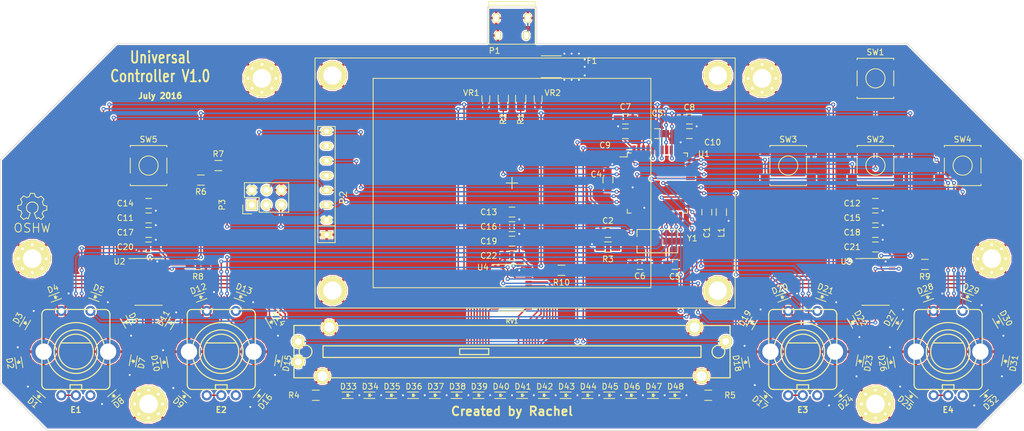
<source format=kicad_pcb>
(kicad_pcb (version 4) (host pcbnew 4.0.2+e4-6225~38~ubuntu14.04.1-stable)
  (layers (0 F.Cu signal) (31 B.Cu signal) (34 B.Paste user) (35 F.Paste user) (36 B.SilkS user) (37 F.SilkS user) (38 B.Mask user) (39 F.Mask user) (44 Edge.Cuts user))
  (net 0 "")
  (net 1 "Net-(C1-Pad1)")
  (net 2 GND)
  (net 3 RESET)
  (net 4 "Net-(C3-Pad2)")
  (net 5 "Net-(C4-Pad2)")
  (net 6 "Net-(C5-Pad2)")
  (net 7 "Net-(C6-Pad2)")
  (net 8 +5V)
  (net 9 "Net-(D1-Pad1)")
  (net 10 "Net-(D2-Pad1)")
  (net 11 "Net-(D3-Pad1)")
  (net 12 "Net-(D4-Pad1)")
  (net 13 "Net-(D5-Pad1)")
  (net 14 "Net-(D6-Pad1)")
  (net 15 "Net-(D7-Pad1)")
  (net 16 "Net-(D8-Pad1)")
  (net 17 "Net-(D9-Pad1)")
  (net 18 "Net-(D10-Pad1)")
  (net 19 "Net-(D11-Pad1)")
  (net 20 "Net-(D12-Pad1)")
  (net 21 "Net-(D13-Pad1)")
  (net 22 "Net-(D14-Pad1)")
  (net 23 "Net-(D15-Pad1)")
  (net 24 "Net-(D16-Pad1)")
  (net 25 "Net-(D17-Pad1)")
  (net 26 "Net-(D18-Pad1)")
  (net 27 "Net-(D19-Pad1)")
  (net 28 "Net-(D20-Pad1)")
  (net 29 "Net-(D21-Pad1)")
  (net 30 "Net-(D22-Pad1)")
  (net 31 "Net-(D23-Pad1)")
  (net 32 "Net-(D24-Pad1)")
  (net 33 "Net-(D25-Pad1)")
  (net 34 "Net-(D26-Pad1)")
  (net 35 "Net-(D27-Pad1)")
  (net 36 "Net-(D28-Pad1)")
  (net 37 "Net-(D29-Pad1)")
  (net 38 "Net-(D30-Pad1)")
  (net 39 "Net-(D31-Pad1)")
  (net 40 "Net-(D32-Pad1)")
  (net 41 "Net-(D33-Pad1)")
  (net 42 "Net-(D34-Pad1)")
  (net 43 "Net-(D35-Pad1)")
  (net 44 "Net-(D36-Pad1)")
  (net 45 "Net-(D37-Pad1)")
  (net 46 "Net-(D38-Pad1)")
  (net 47 "Net-(D39-Pad1)")
  (net 48 "Net-(D40-Pad1)")
  (net 49 "Net-(D41-Pad1)")
  (net 50 "Net-(D42-Pad1)")
  (net 51 "Net-(D43-Pad1)")
  (net 52 "Net-(D44-Pad1)")
  (net 53 "Net-(D45-Pad1)")
  (net 54 "Net-(D46-Pad1)")
  (net 55 "Net-(D47-Pad1)")
  (net 56 "Net-(D48-Pad1)")
  (net 57 QEB0)
  (net 58 QEA0)
  (net 59 QES0)
  (net 60 QEB1)
  (net 61 QEA1)
  (net 62 QES1)
  (net 63 QEB2)
  (net 64 QEA2)
  (net 65 QES2)
  (net 66 QEB3)
  (net 67 QEA3)
  (net 68 QES3)
  (net 69 "Net-(F1-Pad2)")
  (net 70 "Net-(P1-Pad2)")
  (net 71 "Net-(P1-Pad3)")
  (net 72 "Net-(P1-Pad4)")
  (net 73 SCLK)
  (net 74 MOSI)
  (net 75 "Net-(P2-Pad5)")
  (net 76 DC)
  (net 77 "Net-(P2-Pad7)")
  (net 78 MISO)
  (net 79 D-)
  (net 80 D+)
  (net 81 Slider0)
  (net 82 Slider1)
  (net 83 "Net-(R6-Pad1)")
  (net 84 "Net-(R6-Pad2)")
  (net 85 "Net-(R8-Pad2)")
  (net 86 "Net-(R9-Pad2)")
  (net 87 "Net-(R10-Pad2)")
  (net 88 SW0)
  (net 89 SW1)
  (net 90 SW2)
  (net 91 SW3)
  (net 92 Dim)
  (net 93 Latch)
  (net 94 SHIFT_DATA)
  (net 95 Clock)
  (net 96 "Net-(U2-Pad22)")
  (net 97 "Net-(U3-Pad22)")
  (net 98 "Net-(U4-Pad22)")
  (module Connect:USB_Micro-B_10103594-0001LF (layer F.Cu) (at 148 83 180)
    (fp_text reference P1 (at 3 -4.25 180) (layer F.SilkS))
    (fp_text value USB)
    (pad 1 smd rect (at -1.3 -1.5 270) (size 1.65 0.4) (layers F.Cu F.Paste F.Mask) (net 69 "Net-(F1-Pad2)"))
    (pad 2 smd rect (at -0.65 -1.5 270) (size 1.65 0.4) (layers F.Cu F.Paste F.Mask) (net 70 "Net-(P1-Pad2)"))
    (pad 3 smd rect (at -0.0009 -1.5 270) (size 1.65 0.4) (layers F.Cu F.Paste F.Mask) (net 71 "Net-(P1-Pad3)"))
    (pad 4 smd rect (at 0.65 -1.5 270) (size 1.65 0.4) (layers F.Cu F.Paste F.Mask) (net 72 "Net-(P1-Pad4)"))
    (pad 5 smd rect (at 1.3 -1.5 270) (size 1.65 0.4) (layers F.Cu F.Paste F.Mask) (net 2 GND))
    (pad 6 thru_hole oval (at -2.425 -1.625 270) (size 1.5 1.1) (drill oval 1.05 0.65) (layers *.Cu *.Mask F.SilkS) (net 2 GND))
    (pad 6 thru_hole oval (at 2.425 -1.625 270) (size 1.5 1.1) (drill oval 1.05 0.65) (layers *.Cu *.Mask F.SilkS) (net 2 GND))
    (pad 6 thru_hole oval (at -2.725 1.375 270) (size 1.7 1.2) (drill oval 1.2 0.7) (layers *.Cu *.Mask F.SilkS) (net 2 GND))
    (pad 6 thru_hole oval (at 2.725 1.375 270) (size 1.7 1.2) (drill oval 1.2 0.7) (layers *.Cu *.Mask F.SilkS) (net 2 GND))
    (pad 6 smd rect (at -0.9625 1.625 270) (size 2.5 1.425) (layers F.Cu F.Paste F.Mask) (net 2 GND))
    (pad 6 smd rect (at 0.9625 1.625 270) (size 2.5 1.425) (layers F.Cu F.Paste F.Mask) (net 2 GND))
  )
  (module Mounting_Holes:MountingHole_3.2mm_M3_Pad_Via (layer F.Cu) (at 105 92)
    (fp_text reference REF** hide)
    (fp_text value M3)
    (pad "" thru_hole circle (at 0 0) (size 6.4 6.4) (drill 3.2) (layers *.Cu *.Mask F.SilkS) (net 2 GND))
    (pad "" thru_hole circle (at 2.4 0) (size 0.6 0.6) (drill 0.5) (layers *.Cu *.Mask) (net 2 GND))
    (pad "" thru_hole circle (at 1.697056 1.697056) (size 0.6 0.6) (drill 0.5) (layers *.Cu *.Mask))
    (pad "" thru_hole circle (at 0 2.4) (size 0.6 0.6) (drill 0.5) (layers *.Cu *.Mask))
    (pad "" thru_hole circle (at -1.697056 1.697056) (size 0.6 0.6) (drill 0.5) (layers *.Cu *.Mask))
    (pad "" thru_hole circle (at -2.4 0) (size 0.6 0.6) (drill 0.5) (layers *.Cu *.Mask))
    (pad "" thru_hole circle (at -1.697056 -1.697056) (size 0.6 0.6) (drill 0.5) (layers *.Cu *.Mask))
    (pad "" thru_hole circle (at 0 -2.4) (size 0.6 0.6) (drill 0.5) (layers *.Cu *.Mask))
    (pad "" thru_hole circle (at 1.697056 -1.697056) (size 0.6 0.6) (drill 0.5) (layers *.Cu *.Mask))
  )
  (module Capacitors_SMD:C_0805_HandSoldering (layer F.Cu) (at 181.5 115 270)
    (fp_text reference C1 (at 3.5 0 270) (layer F.SilkS))
    (fp_text value "0.1 μF")
    (pad 1 smd rect (at -1.25 0 270) (size 1.5 1.25) (layers F.Cu F.Paste F.Mask) (net 1 "Net-(C1-Pad1)"))
    (pad 2 smd rect (at 1.25 0 270) (size 1.5 1.25) (layers F.Cu F.Paste F.Mask) (net 2 GND))
  )
  (module Capacitors_SMD:C_0805_HandSoldering (layer F.Cu) (at 164.5 118.5 180)
    (fp_text reference C2 (at 0 2 180) (layer F.SilkS))
    (fp_text value "0.1 μF")
    (pad 1 smd rect (at -1.25 0 180) (size 1.5 1.25) (layers F.Cu F.Paste F.Mask) (net 3 RESET))
    (pad 2 smd rect (at 1.25 0 180) (size 1.5 1.25) (layers F.Cu F.Paste F.Mask) (net 2 GND))
  )
  (module Capacitors_SMD:C_0805_HandSoldering (layer F.Cu) (at 173 101.5 180)
    (fp_text reference C3 (at 0 3.5 180) (layer F.SilkS))
    (fp_text value "0.1 μF")
    (pad 1 smd rect (at -1.25 0 180) (size 1.5 1.25) (layers F.Cu F.Paste F.Mask) (net 2 GND))
    (pad 2 smd rect (at 1.25 0 180) (size 1.5 1.25) (layers F.Cu F.Paste F.Mask) (net 4 "Net-(C3-Pad2)"))
  )
  (module Capacitors_SMD:C_0805_HandSoldering (layer F.Cu) (at 164.5 109.5 270)
    (fp_text reference C4 (at -1 2 360) (layer F.SilkS))
    (fp_text value "1 μF")
    (pad 1 smd rect (at -1.25 0 270) (size 1.5 1.25) (layers F.Cu F.Paste F.Mask) (net 2 GND))
    (pad 2 smd rect (at 1.25 0 270) (size 1.5 1.25) (layers F.Cu F.Paste F.Mask) (net 5 "Net-(C4-Pad2)"))
  )
  (module Capacitors_SMD:C_0805_HandSoldering (layer F.Cu) (at 176 124 180)
    (fp_text reference C5 (at 0 -2.1 180) (layer F.SilkS))
    (fp_text value "22 pF")
    (pad 1 smd rect (at -1.25 0 180) (size 1.5 1.25) (layers F.Cu F.Paste F.Mask) (net 2 GND))
    (pad 2 smd rect (at 1.25 0 180) (size 1.5 1.25) (layers F.Cu F.Paste F.Mask) (net 6 "Net-(C5-Pad2)"))
  )
  (module Capacitors_SMD:C_0805_HandSoldering (layer F.Cu) (at 170 124)
    (fp_text reference C6 (at 0 2) (layer F.SilkS))
    (fp_text value "22 pF")
    (pad 1 smd rect (at -1.25 0) (size 1.5 1.25) (layers F.Cu F.Paste F.Mask) (net 2 GND))
    (pad 2 smd rect (at 1.25 0) (size 1.5 1.25) (layers F.Cu F.Paste F.Mask) (net 7 "Net-(C6-Pad2)"))
  )
  (module Capacitors_SMD:C_0805_HandSoldering (layer F.Cu) (at 167.5 99)
    (fp_text reference C7 (at 0 -2.1) (layer F.SilkS))
    (fp_text value "10 μF")
    (pad 1 smd rect (at -1.25 0) (size 1.5 1.25) (layers F.Cu F.Paste F.Mask) (net 8 +5V))
    (pad 2 smd rect (at 1.25 0) (size 1.5 1.25) (layers F.Cu F.Paste F.Mask) (net 2 GND))
  )
  (module Capacitors_SMD:C_0805_HandSoldering (layer F.Cu) (at 178.5 99 180)
    (fp_text reference C8 (at 0 2 180) (layer F.SilkS))
    (fp_text value "10 μF")
    (pad 1 smd rect (at -1.25 0 180) (size 1.5 1.25) (layers F.Cu F.Paste F.Mask) (net 8 +5V))
    (pad 2 smd rect (at 1.25 0 180) (size 1.5 1.25) (layers F.Cu F.Paste F.Mask) (net 2 GND))
  )
  (module Capacitors_SMD:C_0805_HandSoldering (layer F.Cu) (at 167.5 101.5)
    (fp_text reference C9 (at -3.5 2) (layer F.SilkS))
    (fp_text value "0.1 μF")
    (pad 1 smd rect (at -1.25 0) (size 1.5 1.25) (layers F.Cu F.Paste F.Mask) (net 8 +5V))
    (pad 2 smd rect (at 1.25 0) (size 1.5 1.25) (layers F.Cu F.Paste F.Mask) (net 2 GND))
  )
  (module Capacitors_SMD:C_0805_HandSoldering (layer F.Cu) (at 178.5 101.5 180)
    (fp_text reference C10 (at -4 -1.5 180) (layer F.SilkS))
    (fp_text value "0.1 μF")
    (pad 1 smd rect (at -1.25 0 180) (size 1.5 1.25) (layers F.Cu F.Paste F.Mask) (net 8 +5V))
    (pad 2 smd rect (at 1.25 0 180) (size 1.5 1.25) (layers F.Cu F.Paste F.Mask) (net 2 GND))
  )
  (module Capacitors_SMD:C_0805_HandSoldering (layer F.Cu) (at 85.5 116 180)
    (fp_text reference C11 (at 4 0 180) (layer F.SilkS))
    (fp_text value "10 μF")
    (pad 1 smd rect (at -1.25 0 180) (size 1.5 1.25) (layers F.Cu F.Paste F.Mask) (net 8 +5V))
    (pad 2 smd rect (at 1.25 0 180) (size 1.5 1.25) (layers F.Cu F.Paste F.Mask) (net 2 GND))
  )
  (module Capacitors_SMD:C_0805_HandSoldering (layer F.Cu) (at 210.5 113.5 180)
    (fp_text reference C12 (at 4 0 180) (layer F.SilkS))
    (fp_text value "10 μF")
    (pad 1 smd rect (at -1.25 0 180) (size 1.5 1.25) (layers F.Cu F.Paste F.Mask) (net 8 +5V))
    (pad 2 smd rect (at 1.25 0 180) (size 1.5 1.25) (layers F.Cu F.Paste F.Mask) (net 2 GND))
  )
  (module Capacitors_SMD:C_0805_HandSoldering (layer F.Cu) (at 148 115 180)
    (fp_text reference C13 (at 4 0 180) (layer F.SilkS))
    (fp_text value "10 μF")
    (pad 1 smd rect (at -1.25 0 180) (size 1.5 1.25) (layers F.Cu F.Paste F.Mask) (net 8 +5V))
    (pad 2 smd rect (at 1.25 0 180) (size 1.5 1.25) (layers F.Cu F.Paste F.Mask) (net 2 GND))
  )
  (module Capacitors_SMD:C_0805_HandSoldering (layer F.Cu) (at 85.5 113.5 180)
    (fp_text reference C14 (at 4 0 180) (layer F.SilkS))
    (fp_text value "10 μF")
    (pad 1 smd rect (at -1.25 0 180) (size 1.5 1.25) (layers F.Cu F.Paste F.Mask) (net 8 +5V))
    (pad 2 smd rect (at 1.25 0 180) (size 1.5 1.25) (layers F.Cu F.Paste F.Mask) (net 2 GND))
  )
  (module Capacitors_SMD:C_0805_HandSoldering (layer F.Cu) (at 210.5 116 180)
    (fp_text reference C15 (at 4 0 180) (layer F.SilkS))
    (fp_text value "10 μF")
    (pad 1 smd rect (at -1.25 0 180) (size 1.5 1.25) (layers F.Cu F.Paste F.Mask) (net 8 +5V))
    (pad 2 smd rect (at 1.25 0 180) (size 1.5 1.25) (layers F.Cu F.Paste F.Mask) (net 2 GND))
  )
  (module Capacitors_SMD:C_0805_HandSoldering (layer F.Cu) (at 148 117.5 180)
    (fp_text reference C16 (at 4 0 180) (layer F.SilkS))
    (fp_text value "10 μF")
    (pad 1 smd rect (at -1.25 0 180) (size 1.5 1.25) (layers F.Cu F.Paste F.Mask) (net 8 +5V))
    (pad 2 smd rect (at 1.25 0 180) (size 1.5 1.25) (layers F.Cu F.Paste F.Mask) (net 2 GND))
  )
  (module Capacitors_SMD:C_0805_HandSoldering (layer F.Cu) (at 85.5 118.5 180)
    (fp_text reference C17 (at 4 0 180) (layer F.SilkS))
    (fp_text value "0.1 μF")
    (pad 1 smd rect (at -1.25 0 180) (size 1.5 1.25) (layers F.Cu F.Paste F.Mask) (net 8 +5V))
    (pad 2 smd rect (at 1.25 0 180) (size 1.5 1.25) (layers F.Cu F.Paste F.Mask) (net 2 GND))
  )
  (module Capacitors_SMD:C_0805_HandSoldering (layer F.Cu) (at 210.5 118.5 180)
    (fp_text reference C18 (at 4 0 180) (layer F.SilkS))
    (fp_text value "0.1 μF")
    (pad 1 smd rect (at -1.25 0 180) (size 1.5 1.25) (layers F.Cu F.Paste F.Mask) (net 8 +5V))
    (pad 2 smd rect (at 1.25 0 180) (size 1.5 1.25) (layers F.Cu F.Paste F.Mask) (net 2 GND))
  )
  (module Capacitors_SMD:C_0805_HandSoldering (layer F.Cu) (at 148 120 180)
    (fp_text reference C19 (at 4 0 180) (layer F.SilkS))
    (fp_text value "0.1 μF")
    (pad 1 smd rect (at -1.25 0 180) (size 1.5 1.25) (layers F.Cu F.Paste F.Mask) (net 8 +5V))
    (pad 2 smd rect (at 1.25 0 180) (size 1.5 1.25) (layers F.Cu F.Paste F.Mask) (net 2 GND))
  )
  (module Capacitors_SMD:C_0805_HandSoldering (layer F.Cu) (at 85.5 121 180)
    (fp_text reference C20 (at 4 0 180) (layer F.SilkS))
    (fp_text value "0.1 μF")
    (pad 1 smd rect (at -1.25 0 180) (size 1.5 1.25) (layers F.Cu F.Paste F.Mask) (net 8 +5V))
    (pad 2 smd rect (at 1.25 0 180) (size 1.5 1.25) (layers F.Cu F.Paste F.Mask) (net 2 GND))
  )
  (module Capacitors_SMD:C_0805_HandSoldering (layer F.Cu) (at 210.5 121 180)
    (fp_text reference C21 (at 4 0 180) (layer F.SilkS))
    (fp_text value "0.1 μF")
    (pad 1 smd rect (at -1.25 0 180) (size 1.5 1.25) (layers F.Cu F.Paste F.Mask) (net 8 +5V))
    (pad 2 smd rect (at 1.25 0 180) (size 1.5 1.25) (layers F.Cu F.Paste F.Mask) (net 2 GND))
  )
  (module Capacitors_SMD:C_0805_HandSoldering (layer F.Cu) (at 148 122.5 180)
    (fp_text reference C22 (at 4 0 180) (layer F.SilkS))
    (fp_text value "0.1 μF")
    (pad 1 smd rect (at -1.25 0 180) (size 1.5 1.25) (layers F.Cu F.Paste F.Mask) (net 8 +5V))
    (pad 2 smd rect (at 1.25 0 180) (size 1.5 1.25) (layers F.Cu F.Paste F.Mask) (net 2 GND))
  )
  (module LEDs:LED_0603 (layer F.Cu) (at 66.572124 146.660444 140)
    (fp_text reference D1 (at 0 -1.5 140) (layer F.SilkS))
    (fp_text value Red)
    (pad 2 smd rect (at 0.7493 0 320) (size 0.79756 0.79756) (layers F.Cu F.Paste F.Mask) (net 8 +5V))
    (pad 1 smd rect (at -0.7493 0 320) (size 0.79756 0.79756) (layers F.Cu F.Paste F.Mask) (net 9 "Net-(D1-Pad1)"))
  )
  (module LEDs:LED_0603 (layer F.Cu) (at 63.151922 140.736482 100)
    (fp_text reference D2 (at 0 -1.5 100) (layer F.SilkS))
    (fp_text value Red)
    (pad 2 smd rect (at 0.7493 0 280) (size 0.79756 0.79756) (layers F.Cu F.Paste F.Mask) (net 8 +5V))
    (pad 1 smd rect (at -0.7493 0 280) (size 0.79756 0.79756) (layers F.Cu F.Paste F.Mask) (net 10 "Net-(D2-Pad1)"))
  )
  (module LEDs:LED_0603 (layer F.Cu) (at 64.339746 134 60)
    (fp_text reference D3 (at 0 -1.5 60) (layer F.SilkS))
    (fp_text value Yellow)
    (pad 2 smd rect (at 0.7493 0 240) (size 0.79756 0.79756) (layers F.Cu F.Paste F.Mask) (net 8 +5V))
    (pad 1 smd rect (at -0.7493 0 240) (size 0.79756 0.79756) (layers F.Cu F.Paste F.Mask) (net 11 "Net-(D3-Pad1)"))
  )
  (module LEDs:LED_0603 (layer F.Cu) (at 69.579799 129.603074 20)
    (fp_text reference D4 (at 0 -1.5 20) (layer F.SilkS))
    (fp_text value Yellow)
    (pad 2 smd rect (at 0.7493 0 200) (size 0.79756 0.79756) (layers F.Cu F.Paste F.Mask) (net 8 +5V))
    (pad 1 smd rect (at -0.7493 0 200) (size 0.79756 0.79756) (layers F.Cu F.Paste F.Mask) (net 12 "Net-(D4-Pad1)"))
  )
  (module LEDs:LED_0603 (layer F.Cu) (at 76.420201 129.603074 340)
    (fp_text reference D5 (at 0 -1.5 340) (layer F.SilkS))
    (fp_text value Yellow)
    (pad 2 smd rect (at 0.7493 0 160) (size 0.79756 0.79756) (layers F.Cu F.Paste F.Mask) (net 8 +5V))
    (pad 1 smd rect (at -0.7493 0 160) (size 0.79756 0.79756) (layers F.Cu F.Paste F.Mask) (net 13 "Net-(D5-Pad1)"))
  )
  (module LEDs:LED_0603 (layer F.Cu) (at 81.660254 134 300)
    (fp_text reference D6 (at 0 -1.5 300) (layer F.SilkS))
    (fp_text value Yellow)
    (pad 2 smd rect (at 0.7493 0 120) (size 0.79756 0.79756) (layers F.Cu F.Paste F.Mask) (net 8 +5V))
    (pad 1 smd rect (at -0.7493 0 120) (size 0.79756 0.79756) (layers F.Cu F.Paste F.Mask) (net 14 "Net-(D6-Pad1)"))
  )
  (module LEDs:LED_0603 (layer F.Cu) (at 82.848078 140.736482 260)
    (fp_text reference D7 (at 0 -1.5 260) (layer F.SilkS))
    (fp_text value Green)
    (pad 2 smd rect (at 0.7493 0 80) (size 0.79756 0.79756) (layers F.Cu F.Paste F.Mask) (net 8 +5V))
    (pad 1 smd rect (at -0.7493 0 80) (size 0.79756 0.79756) (layers F.Cu F.Paste F.Mask) (net 15 "Net-(D7-Pad1)"))
  )
  (module LEDs:LED_0603 (layer F.Cu) (at 79.427876 146.660444 220)
    (fp_text reference D8 (at 0 -1.5 220) (layer F.SilkS))
    (fp_text value Green)
    (pad 2 smd rect (at 0.7493 0 40) (size 0.79756 0.79756) (layers F.Cu F.Paste F.Mask) (net 8 +5V))
    (pad 1 smd rect (at -0.7493 0 40) (size 0.79756 0.79756) (layers F.Cu F.Paste F.Mask) (net 16 "Net-(D8-Pad1)"))
  )
  (module LEDs:LED_0603 (layer F.Cu) (at 91.572124 146.660444 140)
    (fp_text reference D9 (at 0 -1.5 140) (layer F.SilkS))
    (fp_text value Red)
    (pad 2 smd rect (at 0.7493 0 320) (size 0.79756 0.79756) (layers F.Cu F.Paste F.Mask) (net 8 +5V))
    (pad 1 smd rect (at -0.7493 0 320) (size 0.79756 0.79756) (layers F.Cu F.Paste F.Mask) (net 17 "Net-(D9-Pad1)"))
  )
  (module LEDs:LED_0603 (layer F.Cu) (at 88.151922 140.736482 100)
    (fp_text reference D10 (at 0 -1.5 100) (layer F.SilkS))
    (fp_text value Red)
    (pad 2 smd rect (at 0.7493 0 280) (size 0.79756 0.79756) (layers F.Cu F.Paste F.Mask) (net 8 +5V))
    (pad 1 smd rect (at -0.7493 0 280) (size 0.79756 0.79756) (layers F.Cu F.Paste F.Mask) (net 18 "Net-(D10-Pad1)"))
  )
  (module LEDs:LED_0603 (layer F.Cu) (at 89.339746 134 60)
    (fp_text reference D11 (at 0 -1.5 60) (layer F.SilkS))
    (fp_text value Yellow)
    (pad 2 smd rect (at 0.7493 0 240) (size 0.79756 0.79756) (layers F.Cu F.Paste F.Mask) (net 8 +5V))
    (pad 1 smd rect (at -0.7493 0 240) (size 0.79756 0.79756) (layers F.Cu F.Paste F.Mask) (net 19 "Net-(D11-Pad1)"))
  )
  (module LEDs:LED_0603 (layer F.Cu) (at 94.579799 129.603074 20)
    (fp_text reference D12 (at 0 -1.5 20) (layer F.SilkS))
    (fp_text value Yellow)
    (pad 2 smd rect (at 0.7493 0 200) (size 0.79756 0.79756) (layers F.Cu F.Paste F.Mask) (net 8 +5V))
    (pad 1 smd rect (at -0.7493 0 200) (size 0.79756 0.79756) (layers F.Cu F.Paste F.Mask) (net 20 "Net-(D12-Pad1)"))
  )
  (module LEDs:LED_0603 (layer F.Cu) (at 101.420201 129.603074 340)
    (fp_text reference D13 (at 0 -1.5 340) (layer F.SilkS))
    (fp_text value Yellow)
    (pad 2 smd rect (at 0.7493 0 160) (size 0.79756 0.79756) (layers F.Cu F.Paste F.Mask) (net 8 +5V))
    (pad 1 smd rect (at -0.7493 0 160) (size 0.79756 0.79756) (layers F.Cu F.Paste F.Mask) (net 21 "Net-(D13-Pad1)"))
  )
  (module LEDs:LED_0603 (layer F.Cu) (at 106.660254 134 300)
    (fp_text reference D14 (at 0 -1.5 300) (layer F.SilkS))
    (fp_text value Yellow)
    (pad 2 smd rect (at 0.7493 0 120) (size 0.79756 0.79756) (layers F.Cu F.Paste F.Mask) (net 8 +5V))
    (pad 1 smd rect (at -0.7493 0 120) (size 0.79756 0.79756) (layers F.Cu F.Paste F.Mask) (net 22 "Net-(D14-Pad1)"))
  )
  (module LEDs:LED_0603 (layer F.Cu) (at 107.848078 140.736482 260)
    (fp_text reference D15 (at 0 -1.5 260) (layer F.SilkS))
    (fp_text value Green)
    (pad 2 smd rect (at 0.7493 0 80) (size 0.79756 0.79756) (layers F.Cu F.Paste F.Mask) (net 8 +5V))
    (pad 1 smd rect (at -0.7493 0 80) (size 0.79756 0.79756) (layers F.Cu F.Paste F.Mask) (net 23 "Net-(D15-Pad1)"))
  )
  (module LEDs:LED_0603 (layer F.Cu) (at 104.427876 146.660444 230)
    (fp_text reference D16 (at 0 -1.5 230) (layer F.SilkS))
    (fp_text value Green)
    (pad 2 smd rect (at 0.7493 0 50) (size 0.79756 0.79756) (layers F.Cu F.Paste F.Mask) (net 8 +5V))
    (pad 1 smd rect (at -0.7493 0 50) (size 0.79756 0.79756) (layers F.Cu F.Paste F.Mask) (net 24 "Net-(D16-Pad1)"))
  )
  (module LEDs:LED_0603 (layer F.Cu) (at 191.572124 146.660444 140)
    (fp_text reference D17 (at 0 -1.5 140) (layer F.SilkS))
    (fp_text value Red)
    (pad 2 smd rect (at 0.7493 0 320) (size 0.79756 0.79756) (layers F.Cu F.Paste F.Mask) (net 8 +5V))
    (pad 1 smd rect (at -0.7493 0 320) (size 0.79756 0.79756) (layers F.Cu F.Paste F.Mask) (net 25 "Net-(D17-Pad1)"))
  )
  (module LEDs:LED_0603 (layer F.Cu) (at 188.151922 140.736482 100)
    (fp_text reference D18 (at 0 -1.5 100) (layer F.SilkS))
    (fp_text value Red)
    (pad 2 smd rect (at 0.7493 0 280) (size 0.79756 0.79756) (layers F.Cu F.Paste F.Mask) (net 8 +5V))
    (pad 1 smd rect (at -0.7493 0 280) (size 0.79756 0.79756) (layers F.Cu F.Paste F.Mask) (net 26 "Net-(D18-Pad1)"))
  )
  (module LEDs:LED_0603 (layer F.Cu) (at 189.339746 134 60)
    (fp_text reference D19 (at 0 -1.5 60) (layer F.SilkS))
    (fp_text value Yellow)
    (pad 2 smd rect (at 0.7493 0 240) (size 0.79756 0.79756) (layers F.Cu F.Paste F.Mask) (net 8 +5V))
    (pad 1 smd rect (at -0.7493 0 240) (size 0.79756 0.79756) (layers F.Cu F.Paste F.Mask) (net 27 "Net-(D19-Pad1)"))
  )
  (module LEDs:LED_0603 (layer F.Cu) (at 194.579799 129.603074 20)
    (fp_text reference D20 (at 0 -1.5 20) (layer F.SilkS))
    (fp_text value Yellow)
    (pad 2 smd rect (at 0.7493 0 200) (size 0.79756 0.79756) (layers F.Cu F.Paste F.Mask) (net 8 +5V))
    (pad 1 smd rect (at -0.7493 0 200) (size 0.79756 0.79756) (layers F.Cu F.Paste F.Mask) (net 28 "Net-(D20-Pad1)"))
  )
  (module LEDs:LED_0603 (layer F.Cu) (at 201.420201 129.603074 340)
    (fp_text reference D21 (at 0 -1.5 340) (layer F.SilkS))
    (fp_text value Yellow)
    (pad 2 smd rect (at 0.7493 0 160) (size 0.79756 0.79756) (layers F.Cu F.Paste F.Mask) (net 8 +5V))
    (pad 1 smd rect (at -0.7493 0 160) (size 0.79756 0.79756) (layers F.Cu F.Paste F.Mask) (net 29 "Net-(D21-Pad1)"))
  )
  (module LEDs:LED_0603 (layer F.Cu) (at 206.660254 134 300)
    (fp_text reference D22 (at 0 -1.5 300) (layer F.SilkS))
    (fp_text value Yellow)
    (pad 2 smd rect (at 0.7493 0 120) (size 0.79756 0.79756) (layers F.Cu F.Paste F.Mask) (net 8 +5V))
    (pad 1 smd rect (at -0.7493 0 120) (size 0.79756 0.79756) (layers F.Cu F.Paste F.Mask) (net 30 "Net-(D22-Pad1)"))
  )
  (module LEDs:LED_0603 (layer F.Cu) (at 207.848078 140.736482 260)
    (fp_text reference D23 (at 0 -1.5 260) (layer F.SilkS))
    (fp_text value Green)
    (pad 2 smd rect (at 0.7493 0 80) (size 0.79756 0.79756) (layers F.Cu F.Paste F.Mask) (net 8 +5V))
    (pad 1 smd rect (at -0.7493 0 80) (size 0.79756 0.79756) (layers F.Cu F.Paste F.Mask) (net 31 "Net-(D23-Pad1)"))
  )
  (module LEDs:LED_0603 (layer F.Cu) (at 204.427876 146.660444 220)
    (fp_text reference D24 (at 0 -1.5 220) (layer F.SilkS))
    (fp_text value Green)
    (pad 2 smd rect (at 0.7493 0 40) (size 0.79756 0.79756) (layers F.Cu F.Paste F.Mask) (net 8 +5V))
    (pad 1 smd rect (at -0.7493 0 40) (size 0.79756 0.79756) (layers F.Cu F.Paste F.Mask) (net 32 "Net-(D24-Pad1)"))
  )
  (module LEDs:LED_0603 (layer F.Cu) (at 216.572124 146.660444 140)
    (fp_text reference D25 (at 0 -1.5 140) (layer F.SilkS))
    (fp_text value Red)
    (pad 2 smd rect (at 0.7493 0 320) (size 0.79756 0.79756) (layers F.Cu F.Paste F.Mask) (net 8 +5V))
    (pad 1 smd rect (at -0.7493 0 320) (size 0.79756 0.79756) (layers F.Cu F.Paste F.Mask) (net 33 "Net-(D25-Pad1)"))
  )
  (module LEDs:LED_0603 (layer F.Cu) (at 213.151922 140.736482 100)
    (fp_text reference D26 (at 0 -1.5 100) (layer F.SilkS))
    (fp_text value Red)
    (pad 2 smd rect (at 0.7493 0 280) (size 0.79756 0.79756) (layers F.Cu F.Paste F.Mask) (net 8 +5V))
    (pad 1 smd rect (at -0.7493 0 280) (size 0.79756 0.79756) (layers F.Cu F.Paste F.Mask) (net 34 "Net-(D26-Pad1)"))
  )
  (module LEDs:LED_0603 (layer F.Cu) (at 214.339746 134 60)
    (fp_text reference D27 (at 0 -1.5 60) (layer F.SilkS))
    (fp_text value Yellow)
    (pad 2 smd rect (at 0.7493 0 240) (size 0.79756 0.79756) (layers F.Cu F.Paste F.Mask) (net 8 +5V))
    (pad 1 smd rect (at -0.7493 0 240) (size 0.79756 0.79756) (layers F.Cu F.Paste F.Mask) (net 35 "Net-(D27-Pad1)"))
  )
  (module LEDs:LED_0603 (layer F.Cu) (at 219.579799 129.603074 20)
    (fp_text reference D28 (at 0 -1.5 20) (layer F.SilkS))
    (fp_text value Yellow)
    (pad 2 smd rect (at 0.7493 0 200) (size 0.79756 0.79756) (layers F.Cu F.Paste F.Mask) (net 8 +5V))
    (pad 1 smd rect (at -0.7493 0 200) (size 0.79756 0.79756) (layers F.Cu F.Paste F.Mask) (net 36 "Net-(D28-Pad1)"))
  )
  (module LEDs:LED_0603 (layer F.Cu) (at 226.420201 129.603074 340)
    (fp_text reference D29 (at 0 -1.5 340) (layer F.SilkS))
    (fp_text value Yellow)
    (pad 2 smd rect (at 0.7493 0 160) (size 0.79756 0.79756) (layers F.Cu F.Paste F.Mask) (net 8 +5V))
    (pad 1 smd rect (at -0.7493 0 160) (size 0.79756 0.79756) (layers F.Cu F.Paste F.Mask) (net 37 "Net-(D29-Pad1)"))
  )
  (module LEDs:LED_0603 (layer F.Cu) (at 231.660254 134 300)
    (fp_text reference D30 (at 0 -1.5 300) (layer F.SilkS))
    (fp_text value Yellow)
    (pad 2 smd rect (at 0.7493 0 120) (size 0.79756 0.79756) (layers F.Cu F.Paste F.Mask) (net 8 +5V))
    (pad 1 smd rect (at -0.7493 0 120) (size 0.79756 0.79756) (layers F.Cu F.Paste F.Mask) (net 38 "Net-(D30-Pad1)"))
  )
  (module LEDs:LED_0603 (layer F.Cu) (at 232.848078 140.736482 260)
    (fp_text reference D31 (at 0 -1.5 260) (layer F.SilkS))
    (fp_text value Green)
    (pad 2 smd rect (at 0.7493 0 80) (size 0.79756 0.79756) (layers F.Cu F.Paste F.Mask) (net 8 +5V))
    (pad 1 smd rect (at -0.7493 0 80) (size 0.79756 0.79756) (layers F.Cu F.Paste F.Mask) (net 39 "Net-(D31-Pad1)"))
  )
  (module LEDs:LED_0603 (layer F.Cu) (at 229.427876 146.660444 220)
    (fp_text reference D32 (at 0 -1.5 220) (layer F.SilkS))
    (fp_text value Green)
    (pad 2 smd rect (at 0.7493 0 40) (size 0.79756 0.79756) (layers F.Cu F.Paste F.Mask) (net 8 +5V))
    (pad 1 smd rect (at -0.7493 0 40) (size 0.79756 0.79756) (layers F.Cu F.Paste F.Mask) (net 40 "Net-(D32-Pad1)"))
  )
  (module LEDs:LED_0603 (layer F.Cu) (at 119.875 146.5)
    (fp_text reference D33 (at 0 -1.5) (layer F.SilkS))
    (fp_text value Red)
    (pad 2 smd rect (at 0.7493 0 180) (size 0.79756 0.79756) (layers F.Cu F.Paste F.Mask) (net 8 +5V))
    (pad 1 smd rect (at -0.7493 0 180) (size 0.79756 0.79756) (layers F.Cu F.Paste F.Mask) (net 41 "Net-(D33-Pad1)"))
  )
  (module LEDs:LED_0603 (layer F.Cu) (at 123.625 146.5)
    (fp_text reference D34 (at 0 -1.5) (layer F.SilkS))
    (fp_text value Red)
    (pad 2 smd rect (at 0.7493 0 180) (size 0.79756 0.79756) (layers F.Cu F.Paste F.Mask) (net 8 +5V))
    (pad 1 smd rect (at -0.7493 0 180) (size 0.79756 0.79756) (layers F.Cu F.Paste F.Mask) (net 42 "Net-(D34-Pad1)"))
  )
  (module LEDs:LED_0603 (layer F.Cu) (at 127.375 146.5)
    (fp_text reference D35 (at 0 -1.5) (layer F.SilkS))
    (fp_text value Red)
    (pad 2 smd rect (at 0.7493 0 180) (size 0.79756 0.79756) (layers F.Cu F.Paste F.Mask) (net 8 +5V))
    (pad 1 smd rect (at -0.7493 0 180) (size 0.79756 0.79756) (layers F.Cu F.Paste F.Mask) (net 43 "Net-(D35-Pad1)"))
  )
  (module LEDs:LED_0603 (layer F.Cu) (at 131.125 146.5)
    (fp_text reference D36 (at 0 -1.5) (layer F.SilkS))
    (fp_text value Red)
    (pad 2 smd rect (at 0.7493 0 180) (size 0.79756 0.79756) (layers F.Cu F.Paste F.Mask) (net 8 +5V))
    (pad 1 smd rect (at -0.7493 0 180) (size 0.79756 0.79756) (layers F.Cu F.Paste F.Mask) (net 44 "Net-(D36-Pad1)"))
  )
  (module LEDs:LED_0603 (layer F.Cu) (at 134.875 146.5)
    (fp_text reference D37 (at 0 -1.5) (layer F.SilkS))
    (fp_text value Yellow)
    (pad 2 smd rect (at 0.7493 0 180) (size 0.79756 0.79756) (layers F.Cu F.Paste F.Mask) (net 8 +5V))
    (pad 1 smd rect (at -0.7493 0 180) (size 0.79756 0.79756) (layers F.Cu F.Paste F.Mask) (net 45 "Net-(D37-Pad1)"))
  )
  (module LEDs:LED_0603 (layer F.Cu) (at 138.625 146.5)
    (fp_text reference D38 (at 0 -1.5) (layer F.SilkS))
    (fp_text value Yellow)
    (pad 2 smd rect (at 0.7493 0 180) (size 0.79756 0.79756) (layers F.Cu F.Paste F.Mask) (net 8 +5V))
    (pad 1 smd rect (at -0.7493 0 180) (size 0.79756 0.79756) (layers F.Cu F.Paste F.Mask) (net 46 "Net-(D38-Pad1)"))
  )
  (module LEDs:LED_0603 (layer F.Cu) (at 142.375 146.5)
    (fp_text reference D39 (at 0 -1.5) (layer F.SilkS))
    (fp_text value Yellow)
    (pad 2 smd rect (at 0.7493 0 180) (size 0.79756 0.79756) (layers F.Cu F.Paste F.Mask) (net 8 +5V))
    (pad 1 smd rect (at -0.7493 0 180) (size 0.79756 0.79756) (layers F.Cu F.Paste F.Mask) (net 47 "Net-(D39-Pad1)"))
  )
  (module LEDs:LED_0603 (layer F.Cu) (at 146.125 146.5)
    (fp_text reference D40 (at 0 -1.5) (layer F.SilkS))
    (fp_text value Yellow)
    (pad 2 smd rect (at 0.7493 0 180) (size 0.79756 0.79756) (layers F.Cu F.Paste F.Mask) (net 8 +5V))
    (pad 1 smd rect (at -0.7493 0 180) (size 0.79756 0.79756) (layers F.Cu F.Paste F.Mask) (net 48 "Net-(D40-Pad1)"))
  )
  (module LEDs:LED_0603 (layer F.Cu) (at 149.875 146.5)
    (fp_text reference D41 (at 0 -1.5) (layer F.SilkS))
    (fp_text value Yellow)
    (pad 2 smd rect (at 0.7493 0 180) (size 0.79756 0.79756) (layers F.Cu F.Paste F.Mask) (net 8 +5V))
    (pad 1 smd rect (at -0.7493 0 180) (size 0.79756 0.79756) (layers F.Cu F.Paste F.Mask) (net 49 "Net-(D41-Pad1)"))
  )
  (module LEDs:LED_0603 (layer F.Cu) (at 153.625 146.5)
    (fp_text reference D42 (at 0 -1.5) (layer F.SilkS))
    (fp_text value Yellow)
    (pad 2 smd rect (at 0.7493 0 180) (size 0.79756 0.79756) (layers F.Cu F.Paste F.Mask) (net 8 +5V))
    (pad 1 smd rect (at -0.7493 0 180) (size 0.79756 0.79756) (layers F.Cu F.Paste F.Mask) (net 50 "Net-(D42-Pad1)"))
  )
  (module LEDs:LED_0603 (layer F.Cu) (at 157.375 146.5)
    (fp_text reference D43 (at 0 -1.5) (layer F.SilkS))
    (fp_text value Yellow)
    (pad 2 smd rect (at 0.7493 0 180) (size 0.79756 0.79756) (layers F.Cu F.Paste F.Mask) (net 8 +5V))
    (pad 1 smd rect (at -0.7493 0 180) (size 0.79756 0.79756) (layers F.Cu F.Paste F.Mask) (net 51 "Net-(D43-Pad1)"))
  )
  (module LEDs:LED_0603 (layer F.Cu) (at 161.125 146.5)
    (fp_text reference D44 (at 0 -1.5) (layer F.SilkS))
    (fp_text value Yellow)
    (pad 2 smd rect (at 0.7493 0 180) (size 0.79756 0.79756) (layers F.Cu F.Paste F.Mask) (net 8 +5V))
    (pad 1 smd rect (at -0.7493 0 180) (size 0.79756 0.79756) (layers F.Cu F.Paste F.Mask) (net 52 "Net-(D44-Pad1)"))
  )
  (module LEDs:LED_0603 (layer F.Cu) (at 164.875 146.5)
    (fp_text reference D45 (at 0 -1.5) (layer F.SilkS))
    (fp_text value Green)
    (pad 2 smd rect (at 0.7493 0 180) (size 0.79756 0.79756) (layers F.Cu F.Paste F.Mask) (net 8 +5V))
    (pad 1 smd rect (at -0.7493 0 180) (size 0.79756 0.79756) (layers F.Cu F.Paste F.Mask) (net 53 "Net-(D45-Pad1)"))
  )
  (module LEDs:LED_0603 (layer F.Cu) (at 168.625 146.5)
    (fp_text reference D46 (at 0 -1.5) (layer F.SilkS))
    (fp_text value Green)
    (pad 2 smd rect (at 0.7493 0 180) (size 0.79756 0.79756) (layers F.Cu F.Paste F.Mask) (net 8 +5V))
    (pad 1 smd rect (at -0.7493 0 180) (size 0.79756 0.79756) (layers F.Cu F.Paste F.Mask) (net 54 "Net-(D46-Pad1)"))
  )
  (module LEDs:LED_0603 (layer F.Cu) (at 172.375 146.5)
    (fp_text reference D47 (at 0 -1.5) (layer F.SilkS))
    (fp_text value Green)
    (pad 2 smd rect (at 0.7493 0 180) (size 0.79756 0.79756) (layers F.Cu F.Paste F.Mask) (net 8 +5V))
    (pad 1 smd rect (at -0.7493 0 180) (size 0.79756 0.79756) (layers F.Cu F.Paste F.Mask) (net 55 "Net-(D47-Pad1)"))
  )
  (module LEDs:LED_0603 (layer F.Cu) (at 176.125 146.5)
    (fp_text reference D48 (at 0 -1.5) (layer F.SilkS))
    (fp_text value Green)
    (pad 2 smd rect (at 0.7493 0 180) (size 0.79756 0.79756) (layers F.Cu F.Paste F.Mask) (net 8 +5V))
    (pad 1 smd rect (at -0.7493 0 180) (size 0.79756 0.79756) (layers F.Cu F.Paste F.Mask) (net 56 "Net-(D48-Pad1)"))
  )
  (module quadrature_encoder:eve-vcgjl016b (layer F.Cu) (at 73 139)
    (fp_text reference E1 (at 0 10) (layer F.SilkS) (effects (font (thickness 0.2))))
    (fp_text value quadrature_encoder hide)
    (pad 2 thru_hole circle (at -2.5 7.5) (size 1.75 1.75) (drill 1) (layers *.Cu *.Mask) (net 57 QEB0))
    (pad 1 thru_hole circle (at 2.5 7.5) (size 1.75 1.75) (drill 1) (layers *.Cu *.Mask) (net 58 QEA0))
    (pad 2 thru_hole circle (at 0 7.5) (size 1.75 1.75) (drill 1) (layers *.Cu *.Mask) (net 57 QEB0))
    (pad 4 thru_hole circle (at 2.5 -7) (size 1.75 1.75) (drill 1) (layers *.Cu *.Mask) (net 59 QES0))
    (pad 3 thru_hole circle (at -2.5 -7) (size 1.75 1.75) (drill 1) (layers *.Cu *.Mask) (net 2 GND))
    (pad 5 thru_hole oval (at 5.55 0) (size 4.25 4.25) (drill 2.8) (layers *.Cu *.Mask) (net 2 GND))
    (pad 5 thru_hole oval (at -5.55 0) (size 4.25 4.25) (drill 2.8) (layers *.Cu *.Mask) (net 2 GND))
  )
  (module quadrature_encoder:eve-vcgjl016b (layer F.Cu) (at 98 139)
    (fp_text reference E2 (at 0 10) (layer F.SilkS) (effects (font (thickness 0.2))))
    (fp_text value quadrature_encoder hide)
    (pad 2 thru_hole circle (at -2.5 7.5) (size 1.75 1.75) (drill 1) (layers *.Cu *.Mask) (net 60 QEB1))
    (pad 1 thru_hole circle (at 2.5 7.5) (size 1.75 1.75) (drill 1) (layers *.Cu *.Mask) (net 61 QEA1))
    (pad 2 thru_hole circle (at 0 7.5) (size 1.75 1.75) (drill 1) (layers *.Cu *.Mask) (net 60 QEB1))
    (pad 4 thru_hole circle (at 2.5 -7) (size 1.75 1.75) (drill 1) (layers *.Cu *.Mask) (net 62 QES1))
    (pad 3 thru_hole circle (at -2.5 -7) (size 1.75 1.75) (drill 1) (layers *.Cu *.Mask) (net 2 GND))
    (pad 5 thru_hole oval (at 5.55 0) (size 4.25 4.25) (drill 2.8) (layers *.Cu *.Mask) (net 2 GND))
    (pad 5 thru_hole oval (at -5.55 0) (size 4.25 4.25) (drill 2.8) (layers *.Cu *.Mask) (net 2 GND))
  )
  (module quadrature_encoder:eve-vcgjl016b (layer F.Cu) (at 198 139)
    (fp_text reference E3 (at 0 10) (layer F.SilkS) (effects (font (thickness 0.2))))
    (fp_text value quadrature_encoder hide)
    (pad 2 thru_hole circle (at -2.5 7.5) (size 1.75 1.75) (drill 1) (layers *.Cu *.Mask) (net 63 QEB2))
    (pad 1 thru_hole circle (at 2.5 7.5) (size 1.75 1.75) (drill 1) (layers *.Cu *.Mask) (net 64 QEA2))
    (pad 2 thru_hole circle (at 0 7.5) (size 1.75 1.75) (drill 1) (layers *.Cu *.Mask) (net 63 QEB2))
    (pad 4 thru_hole circle (at 2.5 -7) (size 1.75 1.75) (drill 1) (layers *.Cu *.Mask) (net 65 QES2))
    (pad 3 thru_hole circle (at -2.5 -7) (size 1.75 1.75) (drill 1) (layers *.Cu *.Mask) (net 2 GND))
    (pad 5 thru_hole oval (at 5.55 0) (size 4.25 4.25) (drill 2.8) (layers *.Cu *.Mask) (net 2 GND))
    (pad 5 thru_hole oval (at -5.55 0) (size 4.25 4.25) (drill 2.8) (layers *.Cu *.Mask) (net 2 GND))
  )
  (module quadrature_encoder:eve-vcgjl016b (layer F.Cu) (at 223 139)
    (fp_text reference E4 (at 0 10) (layer F.SilkS) (effects (font (thickness 0.2))))
    (fp_text value quadrature_encoder hide)
    (pad 2 thru_hole circle (at -2.5 7.5) (size 1.75 1.75) (drill 1) (layers *.Cu *.Mask) (net 66 QEB3))
    (pad 1 thru_hole circle (at 2.5 7.5) (size 1.75 1.75) (drill 1) (layers *.Cu *.Mask) (net 67 QEA3))
    (pad 2 thru_hole circle (at 0 7.5) (size 1.75 1.75) (drill 1) (layers *.Cu *.Mask) (net 66 QEB3))
    (pad 4 thru_hole circle (at 2.5 -7) (size 1.75 1.75) (drill 1) (layers *.Cu *.Mask) (net 68 QES3))
    (pad 3 thru_hole circle (at -2.5 -7) (size 1.75 1.75) (drill 1) (layers *.Cu *.Mask) (net 2 GND))
    (pad 5 thru_hole oval (at 5.55 0) (size 4.25 4.25) (drill 2.8) (layers *.Cu *.Mask) (net 2 GND))
    (pad 5 thru_hole oval (at -5.55 0) (size 4.25 4.25) (drill 2.8) (layers *.Cu *.Mask) (net 2 GND))
  )
  (module Resistors_SMD:R_1812_HandSoldering (layer F.Cu) (at 154.75 90 180)
    (fp_text reference F1 (at -7 1 180) (layer F.SilkS))
    (fp_text value "500 mA")
    (pad 1 smd rect (at -3.4036 0 180) (size 3.5 3.5) (layers F.Cu F.Paste F.Mask) (net 8 +5V))
    (pad 2 smd rect (at 3.4036 0 180) (size 3.5 3.5) (layers F.Cu F.Paste F.Mask) (net 69 "Net-(F1-Pad2)"))
  )
  (module Resistors_SMD:R_0805_HandSoldering (layer F.Cu) (at 184 115 90)
    (fp_text reference L1 (at -3.5 0 90) (layer F.SilkS))
    (fp_text value "330 Ω @ 100 MHz")
    (pad 1 smd rect (at -1.35 0 90) (size 1.5 1.3) (layers F.Cu F.Paste F.Mask) (net 8 +5V))
    (pad 2 smd rect (at 1.35 0 90) (size 1.5 1.3) (layers F.Cu F.Paste F.Mask) (net 1 "Net-(C1-Pad1)"))
  )
  (module Pin_Headers:Pin_Header_Straight_2x03 (layer F.Cu) (at 103.25 113.75 90)
    (fp_text reference P3 (at 0 -5.1 90) (layer F.SilkS))
    (fp_text value ICSP)
    (pad 1 thru_hole rect (at 0 0 90) (size 1.7272 1.7272) (drill 1.016) (layers *.Cu *.Mask F.SilkS) (net 78 MISO))
    (pad 2 thru_hole oval (at 2.54 0 90) (size 1.7272 1.7272) (drill 1.016) (layers *.Cu *.Mask F.SilkS) (net 8 +5V))
    (pad 3 thru_hole oval (at 0 2.54 90) (size 1.7272 1.7272) (drill 1.016) (layers *.Cu *.Mask F.SilkS) (net 73 SCLK))
    (pad 4 thru_hole oval (at 2.54 2.54 90) (size 1.7272 1.7272) (drill 1.016) (layers *.Cu *.Mask F.SilkS) (net 74 MOSI))
    (pad 5 thru_hole oval (at 0 5.08 90) (size 1.7272 1.7272) (drill 1.016) (layers *.Cu *.Mask F.SilkS) (net 3 RESET))
    (pad 6 thru_hole oval (at 2.54 5.08 90) (size 1.7272 1.7272) (drill 1.016) (layers *.Cu *.Mask F.SilkS) (net 2 GND))
  )
  (module Resistors_SMD:R_0805_HandSoldering (layer F.Cu) (at 149.5 95.5 270)
    (fp_text reference R1 (at 3.5 0 270) (layer F.SilkS))
    (fp_text value "22 Ω")
    (pad 1 smd rect (at -1.35 0 270) (size 1.5 1.3) (layers F.Cu F.Paste F.Mask) (net 70 "Net-(P1-Pad2)"))
    (pad 2 smd rect (at 1.35 0 270) (size 1.5 1.3) (layers F.Cu F.Paste F.Mask) (net 79 D-))
  )
  (module Resistors_SMD:R_0805_HandSoldering (layer F.Cu) (at 146.5 95.5 270)
    (fp_text reference R2 (at 3.5 0 270) (layer F.SilkS))
    (fp_text value "22 Ω")
    (pad 1 smd rect (at -1.35 0 270) (size 1.5 1.3) (layers F.Cu F.Paste F.Mask) (net 71 "Net-(P1-Pad3)"))
    (pad 2 smd rect (at 1.35 0 270) (size 1.5 1.3) (layers F.Cu F.Paste F.Mask) (net 80 D+))
  )
  (module Resistors_SMD:R_0805_HandSoldering (layer F.Cu) (at 164.5 121 180)
    (fp_text reference R3 (at 0 -2.1 180) (layer F.SilkS))
    (fp_text value "10 kΩ")
    (pad 1 smd rect (at -1.35 0 180) (size 1.5 1.3) (layers F.Cu F.Paste F.Mask) (net 3 RESET))
    (pad 2 smd rect (at 1.35 0 180) (size 1.5 1.3) (layers F.Cu F.Paste F.Mask) (net 8 +5V))
  )
  (module Resistors_SMD:R_0805_HandSoldering (layer F.Cu) (at 114.25 146.5 180)
    (fp_text reference R4 (at 3.75 0 180) (layer F.SilkS))
    (fp_text value "10 kΩ")
    (pad 1 smd rect (at -1.35 0 180) (size 1.5 1.3) (layers F.Cu F.Paste F.Mask) (net 2 GND))
    (pad 2 smd rect (at 1.35 0 180) (size 1.5 1.3) (layers F.Cu F.Paste F.Mask) (net 81 Slider0))
  )
  (module Resistors_SMD:R_0805_HandSoldering (layer F.Cu) (at 181.75 146.5)
    (fp_text reference R5 (at 3.75 0) (layer F.SilkS))
    (fp_text value "10 kΩ")
    (pad 1 smd rect (at -1.35 0) (size 1.5 1.3) (layers F.Cu F.Paste F.Mask) (net 2 GND))
    (pad 2 smd rect (at 1.35 0) (size 1.5 1.3) (layers F.Cu F.Paste F.Mask) (net 82 Slider1))
  )
  (module Resistors_SMD:R_0805_HandSoldering (layer F.Cu) (at 94.5 109.5 180)
    (fp_text reference R6 (at 0 -2 180) (layer F.SilkS))
    (fp_text value "22 Ω")
    (pad 1 smd rect (at -1.35 0 180) (size 1.5 1.3) (layers F.Cu F.Paste F.Mask) (net 83 "Net-(R6-Pad1)"))
    (pad 2 smd rect (at 1.35 0 180) (size 1.5 1.3) (layers F.Cu F.Paste F.Mask) (net 84 "Net-(R6-Pad2)"))
  )
  (module Resistors_SMD:R_0805_HandSoldering (layer F.Cu) (at 97.5 107 180)
    (fp_text reference R7 (at 0 2 180) (layer F.SilkS))
    (fp_text value "22 Ω")
    (pad 1 smd rect (at -1.35 0 180) (size 1.5 1.3) (layers F.Cu F.Paste F.Mask) (net 3 RESET))
    (pad 2 smd rect (at 1.35 0 180) (size 1.5 1.3) (layers F.Cu F.Paste F.Mask) (net 83 "Net-(R6-Pad1)"))
  )
  (module Resistors_SMD:R_0805_HandSoldering (layer F.Cu) (at 94 124 180)
    (fp_text reference R8 (at 0 -2.1 180) (layer F.SilkS))
    (fp_text value "4.02 kΩ")
    (pad 1 smd rect (at -1.35 0 180) (size 1.5 1.3) (layers F.Cu F.Paste F.Mask) (net 2 GND))
    (pad 2 smd rect (at 1.35 0 180) (size 1.5 1.3) (layers F.Cu F.Paste F.Mask) (net 85 "Net-(R8-Pad2)"))
  )
  (module Resistors_SMD:R_0805_HandSoldering (layer F.Cu) (at 219 124 180)
    (fp_text reference R9 (at 0 -2.1 180) (layer F.SilkS))
    (fp_text value "4.02 kΩ")
    (pad 1 smd rect (at -1.35 0 180) (size 1.5 1.3) (layers F.Cu F.Paste F.Mask) (net 2 GND))
    (pad 2 smd rect (at 1.35 0 180) (size 1.5 1.3) (layers F.Cu F.Paste F.Mask) (net 86 "Net-(R9-Pad2)"))
  )
  (module Resistors_SMD:R_0805_HandSoldering (layer F.Cu) (at 156.5 125 180)
    (fp_text reference R10 (at 0 -2.1 180) (layer F.SilkS))
    (fp_text value "4.02 kΩ")
    (pad 1 smd rect (at -1.35 0 180) (size 1.5 1.3) (layers F.Cu F.Paste F.Mask) (net 2 GND))
    (pad 2 smd rect (at 1.35 0 180) (size 1.5 1.3) (layers F.Cu F.Paste F.Mask) (net 87 "Net-(R10-Pad2)"))
  )
  (module bourns:bourns-pta6043_60mm-slide-pot (layer F.Cu) (at 148 139)
    (fp_text reference RV1 (at 0 -5.25) (layer F.SilkS) (effects (font (size 0.762 0.762) (thickness 0.1524))))
    (fp_text value "10 kΩ" hide)
    (pad 1 thru_hole circle (at -36.75 -1.75) (size 2.2 2.2) (drill 1.2) (layers *.Cu *.Mask F.SilkS) (net 81 Slider0))
    (pad 2 thru_hole circle (at -36.75 1.75) (size 2.2 2.2) (drill 1.2) (layers *.Cu *.Mask F.SilkS) (net 8 +5V))
    (pad 3 thru_hole circle (at 36.75 -1.75) (size 2.2 2.2) (drill 1.2) (layers *.Cu *.Mask F.SilkS) (net 82 Slider1))
    (pad "" thru_hole circle (at -31.4 -4.2) (size 2.7 2.7) (drill 1.7) (layers *.Cu *.Mask F.SilkS) (net 2 GND))
    (pad "" thru_hole circle (at 31.4 -4.2) (size 2.7 2.7) (drill 1.7) (layers *.Cu *.Mask F.SilkS) (net 2 GND))
    (pad "" thru_hole circle (at -32.6 4.2) (size 2.7 2.7) (drill 1.7) (layers *.Cu *.Mask F.SilkS) (net 2 GND))
    (pad "" thru_hole circle (at 32.6 4.2) (size 2.7 2.7) (drill 1.7) (layers *.Cu *.Mask F.SilkS) (net 2 GND))
  )
  (module Buttons_Switches_SMD:SW_SPST_B3S-1000 (layer F.Cu) (at 210.5 92)
    (fp_text reference SW1 (at 0 -4.5) (layer F.SilkS))
    (fp_text value Up)
    (pad 1 smd rect (at -3.975 -2.25) (size 1.55 1.3) (layers F.Cu F.Paste F.Mask) (net 2 GND))
    (pad 1 smd rect (at 3.975 -2.25) (size 1.55 1.3) (layers F.Cu F.Paste F.Mask) (net 2 GND))
    (pad 2 smd rect (at -3.975 2.25) (size 1.55 1.3) (layers F.Cu F.Paste F.Mask) (net 88 SW0))
    (pad 2 smd rect (at 3.975 2.25) (size 1.55 1.3) (layers F.Cu F.Paste F.Mask) (net 88 SW0))
  )
  (module Buttons_Switches_SMD:SW_SPST_B3S-1000 (layer F.Cu) (at 210.5 107)
    (fp_text reference SW2 (at 0 -4.5) (layer F.SilkS))
    (fp_text value Down)
    (pad 1 smd rect (at -3.975 -2.25) (size 1.55 1.3) (layers F.Cu F.Paste F.Mask) (net 2 GND))
    (pad 1 smd rect (at 3.975 -2.25) (size 1.55 1.3) (layers F.Cu F.Paste F.Mask) (net 2 GND))
    (pad 2 smd rect (at -3.975 2.25) (size 1.55 1.3) (layers F.Cu F.Paste F.Mask) (net 89 SW1))
    (pad 2 smd rect (at 3.975 2.25) (size 1.55 1.3) (layers F.Cu F.Paste F.Mask) (net 89 SW1))
  )
  (module Buttons_Switches_SMD:SW_SPST_B3S-1000 (layer F.Cu) (at 195.5 107)
    (fp_text reference SW3 (at 0 -4.5) (layer F.SilkS))
    (fp_text value Left)
    (pad 1 smd rect (at -3.975 -2.25) (size 1.55 1.3) (layers F.Cu F.Paste F.Mask) (net 2 GND))
    (pad 1 smd rect (at 3.975 -2.25) (size 1.55 1.3) (layers F.Cu F.Paste F.Mask) (net 2 GND))
    (pad 2 smd rect (at -3.975 2.25) (size 1.55 1.3) (layers F.Cu F.Paste F.Mask) (net 90 SW2))
    (pad 2 smd rect (at 3.975 2.25) (size 1.55 1.3) (layers F.Cu F.Paste F.Mask) (net 90 SW2))
  )
  (module Buttons_Switches_SMD:SW_SPST_B3S-1000 (layer F.Cu) (at 225.5 107)
    (fp_text reference SW4 (at 0 -4.5) (layer F.SilkS))
    (fp_text value Right)
    (pad 1 smd rect (at -3.975 -2.25) (size 1.55 1.3) (layers F.Cu F.Paste F.Mask) (net 2 GND))
    (pad 1 smd rect (at 3.975 -2.25) (size 1.55 1.3) (layers F.Cu F.Paste F.Mask) (net 2 GND))
    (pad 2 smd rect (at -3.975 2.25) (size 1.55 1.3) (layers F.Cu F.Paste F.Mask) (net 91 SW3))
    (pad 2 smd rect (at 3.975 2.25) (size 1.55 1.3) (layers F.Cu F.Paste F.Mask) (net 91 SW3))
  )
  (module Buttons_Switches_SMD:SW_SPST_B3S-1000 (layer F.Cu) (at 85.5 107)
    (fp_text reference SW5 (at 0 -4.5) (layer F.SilkS))
    (fp_text value Reset)
    (pad 1 smd rect (at -3.975 -2.25) (size 1.55 1.3) (layers F.Cu F.Paste F.Mask) (net 2 GND))
    (pad 1 smd rect (at 3.975 -2.25) (size 1.55 1.3) (layers F.Cu F.Paste F.Mask) (net 2 GND))
    (pad 2 smd rect (at -3.975 2.25) (size 1.55 1.3) (layers F.Cu F.Paste F.Mask) (net 84 "Net-(R6-Pad2)"))
    (pad 2 smd rect (at 3.975 2.25) (size 1.55 1.3) (layers F.Cu F.Paste F.Mask) (net 84 "Net-(R6-Pad2)"))
  )
  (module Housings_QFP:TQFP-44_10x10mm_Pitch0.8mm (layer F.Cu) (at 173 110)
    (fp_text reference U1 (at 8 -5) (layer F.SilkS))
    (fp_text value ATmega32U4)
    (pad 1 smd rect (at -5.7 -4) (size 1.5 0.55) (layers F.Cu F.Paste F.Mask) (net 91 SW3))
    (pad 2 smd rect (at -5.7 -3.2) (size 1.5 0.55) (layers F.Cu F.Paste F.Mask) (net 8 +5V))
    (pad 3 smd rect (at -5.7 -2.4) (size 1.5 0.55) (layers F.Cu F.Paste F.Mask) (net 79 D-))
    (pad 4 smd rect (at -5.7 -1.6) (size 1.5 0.55) (layers F.Cu F.Paste F.Mask) (net 80 D+))
    (pad 5 smd rect (at -5.7 -0.8) (size 1.5 0.55) (layers F.Cu F.Paste F.Mask) (net 2 GND))
    (pad 6 smd rect (at -5.7 0) (size 1.5 0.55) (layers F.Cu F.Paste F.Mask) (net 5 "Net-(C4-Pad2)"))
    (pad 7 smd rect (at -5.7 0.8) (size 1.5 0.55) (layers F.Cu F.Paste F.Mask) (net 8 +5V))
    (pad 8 smd rect (at -5.7 1.6) (size 1.5 0.55) (layers F.Cu F.Paste F.Mask) (net 76 DC))
    (pad 9 smd rect (at -5.7 2.4) (size 1.5 0.55) (layers F.Cu F.Paste F.Mask) (net 73 SCLK))
    (pad 10 smd rect (at -5.7 3.2) (size 1.5 0.55) (layers F.Cu F.Paste F.Mask) (net 74 MOSI))
    (pad 11 smd rect (at -5.7 4) (size 1.5 0.55) (layers F.Cu F.Paste F.Mask) (net 78 MISO))
    (pad 12 smd rect (at -4 5.7 90) (size 1.5 0.55) (layers F.Cu F.Paste F.Mask) (net 66 QEB3))
    (pad 13 smd rect (at -3.2 5.7 90) (size 1.5 0.55) (layers F.Cu F.Paste F.Mask) (net 3 RESET))
    (pad 14 smd rect (at -2.4 5.7 90) (size 1.5 0.55) (layers F.Cu F.Paste F.Mask) (net 8 +5V))
    (pad 15 smd rect (at -1.6 5.7 90) (size 1.5 0.55) (layers F.Cu F.Paste F.Mask) (net 2 GND))
    (pad 16 smd rect (at -0.8 5.7 90) (size 1.5 0.55) (layers F.Cu F.Paste F.Mask) (net 7 "Net-(C6-Pad2)"))
    (pad 17 smd rect (at 0 5.7 90) (size 1.5 0.55) (layers F.Cu F.Paste F.Mask) (net 6 "Net-(C5-Pad2)"))
    (pad 18 smd rect (at 0.8 5.7 90) (size 1.5 0.55) (layers F.Cu F.Paste F.Mask) (net 58 QEA0))
    (pad 19 smd rect (at 1.6 5.7 90) (size 1.5 0.55) (layers F.Cu F.Paste F.Mask) (net 57 QEB0))
    (pad 20 smd rect (at 2.4 5.7 90) (size 1.5 0.55) (layers F.Cu F.Paste F.Mask) (net 61 QEA1))
    (pad 21 smd rect (at 3.2 5.7 90) (size 1.5 0.55) (layers F.Cu F.Paste F.Mask) (net 60 QEB1))
    (pad 22 smd rect (at 4 5.7 90) (size 1.5 0.55) (layers F.Cu F.Paste F.Mask) (net 62 QES1))
    (pad 23 smd rect (at 5.7 4) (size 1.5 0.55) (layers F.Cu F.Paste F.Mask) (net 2 GND))
    (pad 24 smd rect (at 5.7 3.2) (size 1.5 0.55) (layers F.Cu F.Paste F.Mask) (net 1 "Net-(C1-Pad1)"))
    (pad 25 smd rect (at 5.7 2.4) (size 1.5 0.55) (layers F.Cu F.Paste F.Mask) (net 59 QES0))
    (pad 26 smd rect (at 5.7 1.6) (size 1.5 0.55) (layers F.Cu F.Paste F.Mask) (net 65 QES2))
    (pad 27 smd rect (at 5.7 0.8) (size 1.5 0.55) (layers F.Cu F.Paste F.Mask) (net 68 QES3))
    (pad 28 smd rect (at 5.7 0) (size 1.5 0.55) (layers F.Cu F.Paste F.Mask) (net 64 QEA2))
    (pad 29 smd rect (at 5.7 -0.8) (size 1.5 0.55) (layers F.Cu F.Paste F.Mask) (net 63 QEB2))
    (pad 30 smd rect (at 5.7 -1.6) (size 1.5 0.55) (layers F.Cu F.Paste F.Mask) (net 67 QEA3))
    (pad 31 smd rect (at 5.7 -2.4) (size 1.5 0.55) (layers F.Cu F.Paste F.Mask) (net 88 SW0))
    (pad 32 smd rect (at 5.7 -3.2) (size 1.5 0.55) (layers F.Cu F.Paste F.Mask) (net 89 SW1))
    (pad 33 smd rect (at 5.7 -4) (size 1.5 0.55) (layers F.Cu F.Paste F.Mask) (net 90 SW2))
    (pad 34 smd rect (at 4 -5.7 90) (size 1.5 0.55) (layers F.Cu F.Paste F.Mask) (net 8 +5V))
    (pad 35 smd rect (at 3.2 -5.7 90) (size 1.5 0.55) (layers F.Cu F.Paste F.Mask) (net 2 GND))
    (pad 36 smd rect (at 2.4 -5.7 90) (size 1.5 0.55) (layers F.Cu F.Paste F.Mask) (net 92 Dim))
    (pad 37 smd rect (at 1.6 -5.7 90) (size 1.5 0.55) (layers F.Cu F.Paste F.Mask) (net 93 Latch))
    (pad 38 smd rect (at 0.8 -5.7 90) (size 1.5 0.55) (layers F.Cu F.Paste F.Mask) (net 94 SHIFT_DATA))
    (pad 39 smd rect (at 0 -5.7 90) (size 1.5 0.55) (layers F.Cu F.Paste F.Mask) (net 95 Clock))
    (pad 40 smd rect (at -0.8 -5.7 90) (size 1.5 0.55) (layers F.Cu F.Paste F.Mask) (net 82 Slider1))
    (pad 41 smd rect (at -1.6 -5.7 90) (size 1.5 0.55) (layers F.Cu F.Paste F.Mask) (net 81 Slider0))
    (pad 42 smd rect (at -2.4 -5.7 90) (size 1.5 0.55) (layers F.Cu F.Paste F.Mask) (net 4 "Net-(C3-Pad2)"))
    (pad 43 smd rect (at -3.2 -5.7 90) (size 1.5 0.55) (layers F.Cu F.Paste F.Mask) (net 2 GND))
    (pad 44 smd rect (at -4 -5.7 90) (size 1.5 0.55) (layers F.Cu F.Paste F.Mask) (net 8 +5V))
  )
  (module Housings_SSOP:TSSOP-24_4.4x7.8mm_Pitch0.65mm (layer F.Cu) (at 85.5 127)
    (fp_text reference U2 (at -5 -3.5) (layer F.SilkS))
    (fp_text value STP16CPC26)
    (pad 1 smd rect (at -2.85 -3.575) (size 1.1 0.4) (layers F.Cu F.Paste F.Mask) (net 2 GND))
    (pad 2 smd rect (at -2.85 -2.925) (size 1.1 0.4) (layers F.Cu F.Paste F.Mask) (net 94 SHIFT_DATA))
    (pad 3 smd rect (at -2.85 -2.275) (size 1.1 0.4) (layers F.Cu F.Paste F.Mask) (net 95 Clock))
    (pad 4 smd rect (at -2.85 -1.625) (size 1.1 0.4) (layers F.Cu F.Paste F.Mask) (net 93 Latch))
    (pad 5 smd rect (at -2.85 -0.975) (size 1.1 0.4) (layers F.Cu F.Paste F.Mask) (net 9 "Net-(D1-Pad1)"))
    (pad 6 smd rect (at -2.85 -0.325) (size 1.1 0.4) (layers F.Cu F.Paste F.Mask) (net 10 "Net-(D2-Pad1)"))
    (pad 7 smd rect (at -2.85 0.325) (size 1.1 0.4) (layers F.Cu F.Paste F.Mask) (net 11 "Net-(D3-Pad1)"))
    (pad 8 smd rect (at -2.85 0.975) (size 1.1 0.4) (layers F.Cu F.Paste F.Mask) (net 12 "Net-(D4-Pad1)"))
    (pad 9 smd rect (at -2.85 1.625) (size 1.1 0.4) (layers F.Cu F.Paste F.Mask) (net 13 "Net-(D5-Pad1)"))
    (pad 10 smd rect (at -2.85 2.275) (size 1.1 0.4) (layers F.Cu F.Paste F.Mask) (net 14 "Net-(D6-Pad1)"))
    (pad 11 smd rect (at -2.85 2.925) (size 1.1 0.4) (layers F.Cu F.Paste F.Mask) (net 15 "Net-(D7-Pad1)"))
    (pad 12 smd rect (at -2.85 3.575) (size 1.1 0.4) (layers F.Cu F.Paste F.Mask) (net 16 "Net-(D8-Pad1)"))
    (pad 13 smd rect (at 2.85 3.575) (size 1.1 0.4) (layers F.Cu F.Paste F.Mask) (net 17 "Net-(D9-Pad1)"))
    (pad 14 smd rect (at 2.85 2.925) (size 1.1 0.4) (layers F.Cu F.Paste F.Mask) (net 18 "Net-(D10-Pad1)"))
    (pad 15 smd rect (at 2.85 2.275) (size 1.1 0.4) (layers F.Cu F.Paste F.Mask) (net 19 "Net-(D11-Pad1)"))
    (pad 16 smd rect (at 2.85 1.625) (size 1.1 0.4) (layers F.Cu F.Paste F.Mask) (net 20 "Net-(D12-Pad1)"))
    (pad 17 smd rect (at 2.85 0.975) (size 1.1 0.4) (layers F.Cu F.Paste F.Mask) (net 21 "Net-(D13-Pad1)"))
    (pad 18 smd rect (at 2.85 0.325) (size 1.1 0.4) (layers F.Cu F.Paste F.Mask) (net 22 "Net-(D14-Pad1)"))
    (pad 19 smd rect (at 2.85 -0.325) (size 1.1 0.4) (layers F.Cu F.Paste F.Mask) (net 23 "Net-(D15-Pad1)"))
    (pad 20 smd rect (at 2.85 -0.975) (size 1.1 0.4) (layers F.Cu F.Paste F.Mask) (net 24 "Net-(D16-Pad1)"))
    (pad 21 smd rect (at 2.85 -1.625) (size 1.1 0.4) (layers F.Cu F.Paste F.Mask) (net 92 Dim))
    (pad 22 smd rect (at 2.85 -2.275) (size 1.1 0.4) (layers F.Cu F.Paste F.Mask) (net 96 "Net-(U2-Pad22)"))
    (pad 23 smd rect (at 2.85 -2.925) (size 1.1 0.4) (layers F.Cu F.Paste F.Mask) (net 85 "Net-(R8-Pad2)"))
    (pad 24 smd rect (at 2.85 -3.575) (size 1.1 0.4) (layers F.Cu F.Paste F.Mask) (net 8 +5V))
  )
  (module Housings_SSOP:TSSOP-24_4.4x7.8mm_Pitch0.65mm (layer F.Cu) (at 210.5 127)
    (fp_text reference U3 (at -5 -3.5) (layer F.SilkS))
    (fp_text value STP16CPC26)
    (pad 1 smd rect (at -2.85 -3.575) (size 1.1 0.4) (layers F.Cu F.Paste F.Mask) (net 2 GND))
    (pad 2 smd rect (at -2.85 -2.925) (size 1.1 0.4) (layers F.Cu F.Paste F.Mask) (net 96 "Net-(U2-Pad22)"))
    (pad 3 smd rect (at -2.85 -2.275) (size 1.1 0.4) (layers F.Cu F.Paste F.Mask) (net 95 Clock))
    (pad 4 smd rect (at -2.85 -1.625) (size 1.1 0.4) (layers F.Cu F.Paste F.Mask) (net 93 Latch))
    (pad 5 smd rect (at -2.85 -0.975) (size 1.1 0.4) (layers F.Cu F.Paste F.Mask) (net 25 "Net-(D17-Pad1)"))
    (pad 6 smd rect (at -2.85 -0.325) (size 1.1 0.4) (layers F.Cu F.Paste F.Mask) (net 26 "Net-(D18-Pad1)"))
    (pad 7 smd rect (at -2.85 0.325) (size 1.1 0.4) (layers F.Cu F.Paste F.Mask) (net 27 "Net-(D19-Pad1)"))
    (pad 8 smd rect (at -2.85 0.975) (size 1.1 0.4) (layers F.Cu F.Paste F.Mask) (net 28 "Net-(D20-Pad1)"))
    (pad 9 smd rect (at -2.85 1.625) (size 1.1 0.4) (layers F.Cu F.Paste F.Mask) (net 29 "Net-(D21-Pad1)"))
    (pad 10 smd rect (at -2.85 2.275) (size 1.1 0.4) (layers F.Cu F.Paste F.Mask) (net 30 "Net-(D22-Pad1)"))
    (pad 11 smd rect (at -2.85 2.925) (size 1.1 0.4) (layers F.Cu F.Paste F.Mask) (net 31 "Net-(D23-Pad1)"))
    (pad 12 smd rect (at -2.85 3.575) (size 1.1 0.4) (layers F.Cu F.Paste F.Mask) (net 32 "Net-(D24-Pad1)"))
    (pad 13 smd rect (at 2.85 3.575) (size 1.1 0.4) (layers F.Cu F.Paste F.Mask) (net 33 "Net-(D25-Pad1)"))
    (pad 14 smd rect (at 2.85 2.925) (size 1.1 0.4) (layers F.Cu F.Paste F.Mask) (net 34 "Net-(D26-Pad1)"))
    (pad 15 smd rect (at 2.85 2.275) (size 1.1 0.4) (layers F.Cu F.Paste F.Mask) (net 35 "Net-(D27-Pad1)"))
    (pad 16 smd rect (at 2.85 1.625) (size 1.1 0.4) (layers F.Cu F.Paste F.Mask) (net 36 "Net-(D28-Pad1)"))
    (pad 17 smd rect (at 2.85 0.975) (size 1.1 0.4) (layers F.Cu F.Paste F.Mask) (net 37 "Net-(D29-Pad1)"))
    (pad 18 smd rect (at 2.85 0.325) (size 1.1 0.4) (layers F.Cu F.Paste F.Mask) (net 38 "Net-(D30-Pad1)"))
    (pad 19 smd rect (at 2.85 -0.325) (size 1.1 0.4) (layers F.Cu F.Paste F.Mask) (net 39 "Net-(D31-Pad1)"))
    (pad 20 smd rect (at 2.85 -0.975) (size 1.1 0.4) (layers F.Cu F.Paste F.Mask) (net 40 "Net-(D32-Pad1)"))
    (pad 21 smd rect (at 2.85 -1.625) (size 1.1 0.4) (layers F.Cu F.Paste F.Mask) (net 92 Dim))
    (pad 22 smd rect (at 2.85 -2.275) (size 1.1 0.4) (layers F.Cu F.Paste F.Mask) (net 97 "Net-(U3-Pad22)"))
    (pad 23 smd rect (at 2.85 -2.925) (size 1.1 0.4) (layers F.Cu F.Paste F.Mask) (net 86 "Net-(R9-Pad2)"))
    (pad 24 smd rect (at 2.85 -3.575) (size 1.1 0.4) (layers F.Cu F.Paste F.Mask) (net 8 +5V))
  )
  (module Housings_SSOP:TSSOP-24_4.4x7.8mm_Pitch0.65mm (layer F.Cu) (at 148 128)
    (fp_text reference U4 (at -5 -3.5) (layer F.SilkS))
    (fp_text value STP16CPC26)
    (pad 1 smd rect (at -2.85 -3.575) (size 1.1 0.4) (layers F.Cu F.Paste F.Mask) (net 2 GND))
    (pad 2 smd rect (at -2.85 -2.925) (size 1.1 0.4) (layers F.Cu F.Paste F.Mask) (net 97 "Net-(U3-Pad22)"))
    (pad 3 smd rect (at -2.85 -2.275) (size 1.1 0.4) (layers F.Cu F.Paste F.Mask) (net 95 Clock))
    (pad 4 smd rect (at -2.85 -1.625) (size 1.1 0.4) (layers F.Cu F.Paste F.Mask) (net 93 Latch))
    (pad 5 smd rect (at -2.85 -0.975) (size 1.1 0.4) (layers F.Cu F.Paste F.Mask) (net 41 "Net-(D33-Pad1)"))
    (pad 6 smd rect (at -2.85 -0.325) (size 1.1 0.4) (layers F.Cu F.Paste F.Mask) (net 42 "Net-(D34-Pad1)"))
    (pad 7 smd rect (at -2.85 0.325) (size 1.1 0.4) (layers F.Cu F.Paste F.Mask) (net 43 "Net-(D35-Pad1)"))
    (pad 8 smd rect (at -2.85 0.975) (size 1.1 0.4) (layers F.Cu F.Paste F.Mask) (net 44 "Net-(D36-Pad1)"))
    (pad 9 smd rect (at -2.85 1.625) (size 1.1 0.4) (layers F.Cu F.Paste F.Mask) (net 45 "Net-(D37-Pad1)"))
    (pad 10 smd rect (at -2.85 2.275) (size 1.1 0.4) (layers F.Cu F.Paste F.Mask) (net 46 "Net-(D38-Pad1)"))
    (pad 11 smd rect (at -2.85 2.925) (size 1.1 0.4) (layers F.Cu F.Paste F.Mask) (net 47 "Net-(D39-Pad1)"))
    (pad 12 smd rect (at -2.85 3.575) (size 1.1 0.4) (layers F.Cu F.Paste F.Mask) (net 48 "Net-(D40-Pad1)"))
    (pad 13 smd rect (at 2.85 3.575) (size 1.1 0.4) (layers F.Cu F.Paste F.Mask) (net 49 "Net-(D41-Pad1)"))
    (pad 14 smd rect (at 2.85 2.925) (size 1.1 0.4) (layers F.Cu F.Paste F.Mask) (net 50 "Net-(D42-Pad1)"))
    (pad 15 smd rect (at 2.85 2.275) (size 1.1 0.4) (layers F.Cu F.Paste F.Mask) (net 51 "Net-(D43-Pad1)"))
    (pad 16 smd rect (at 2.85 1.625) (size 1.1 0.4) (layers F.Cu F.Paste F.Mask) (net 52 "Net-(D44-Pad1)"))
    (pad 17 smd rect (at 2.85 0.975) (size 1.1 0.4) (layers F.Cu F.Paste F.Mask) (net 53 "Net-(D45-Pad1)"))
    (pad 18 smd rect (at 2.85 0.325) (size 1.1 0.4) (layers F.Cu F.Paste F.Mask) (net 54 "Net-(D46-Pad1)"))
    (pad 19 smd rect (at 2.85 -0.325) (size 1.1 0.4) (layers F.Cu F.Paste F.Mask) (net 55 "Net-(D47-Pad1)"))
    (pad 20 smd rect (at 2.85 -0.975) (size 1.1 0.4) (layers F.Cu F.Paste F.Mask) (net 56 "Net-(D48-Pad1)"))
    (pad 21 smd rect (at 2.85 -1.625) (size 1.1 0.4) (layers F.Cu F.Paste F.Mask) (net 92 Dim))
    (pad 22 smd rect (at 2.85 -2.275) (size 1.1 0.4) (layers F.Cu F.Paste F.Mask) (net 98 "Net-(U4-Pad22)"))
    (pad 23 smd rect (at 2.85 -2.925) (size 1.1 0.4) (layers F.Cu F.Paste F.Mask) (net 87 "Net-(R10-Pad2)"))
    (pad 24 smd rect (at 2.85 -3.575) (size 1.1 0.4) (layers F.Cu F.Paste F.Mask) (net 8 +5V))
  )
  (module Resistors_SMD:R_0603_HandSoldering (layer F.Cu) (at 143.5 95.5 90)
    (fp_text reference VR1 (at 1 -2.5 180) (layer F.SilkS))
    (fp_text value VR hide)
    (pad 1 smd rect (at -1.1 0 90) (size 1.2 0.9) (layers F.Cu F.Paste F.Mask) (net 2 GND))
    (pad 2 smd rect (at 1.1 0 90) (size 1.2 0.9) (layers F.Cu F.Paste F.Mask) (net 71 "Net-(P1-Pad3)"))
  )
  (module Resistors_SMD:R_0603_HandSoldering (layer F.Cu) (at 152.5 95.5 90)
    (fp_text reference VR2 (at 1 2.5 180) (layer F.SilkS))
    (fp_text value VR hide)
    (pad 1 smd rect (at -1.1 0 90) (size 1.2 0.9) (layers F.Cu F.Paste F.Mask) (net 2 GND))
    (pad 2 smd rect (at 1.1 0 90) (size 1.2 0.9) (layers F.Cu F.Paste F.Mask) (net 70 "Net-(P1-Pad2)"))
  )
  (module abls7m2:abls7m2_crystal (layer F.Cu) (at 173 120 180)
    (fp_text reference Y1 (at -6 0.5 180) (layer F.SilkS))
    (fp_text value "16 MHz")
    (pad 1 smd rect (at -2.75 0 180) (size 3.5 1.2) (layers F.Cu F.Paste F.Mask) (net 6 "Net-(C5-Pad2)"))
    (pad 2 smd rect (at 2.75 0 180) (size 3.5 1.2) (layers F.Cu F.Paste F.Mask) (net 7 "Net-(C6-Pad2)"))
  )
  (module Mounting_Holes:MountingHole_3.2mm_M3_Pad_Via (layer F.Cu) (at 230.5 123)
    (fp_text reference REF** hide)
    (fp_text value M3)
    (pad "" thru_hole circle (at 0 0) (size 6.4 6.4) (drill 3.2) (layers *.Cu *.Mask F.SilkS) (net 2 GND))
    (pad "" thru_hole circle (at 2.4 0) (size 0.6 0.6) (drill 0.5) (layers *.Cu *.Mask))
    (pad "" thru_hole circle (at 1.697056 1.697056) (size 0.6 0.6) (drill 0.5) (layers *.Cu *.Mask))
    (pad "" thru_hole circle (at 0 2.4) (size 0.6 0.6) (drill 0.5) (layers *.Cu *.Mask))
    (pad "" thru_hole circle (at -1.697056 1.697056) (size 0.6 0.6) (drill 0.5) (layers *.Cu *.Mask))
    (pad "" thru_hole circle (at -2.4 0) (size 0.6 0.6) (drill 0.5) (layers *.Cu *.Mask))
    (pad "" thru_hole circle (at -1.697056 -1.697056) (size 0.6 0.6) (drill 0.5) (layers *.Cu *.Mask))
    (pad "" thru_hole circle (at 0 -2.4) (size 0.6 0.6) (drill 0.5) (layers *.Cu *.Mask))
    (pad "" thru_hole circle (at 1.697056 -1.697056) (size 0.6 0.6) (drill 0.5) (layers *.Cu *.Mask))
  )
  (module 2.4_lcd:2.4_lcd (layer F.Cu) (at 148 110)
    (fp_text reference P2 (at -29 2.5 90) (layer F.SilkS) (effects (font (size 1.2 1.2))))
    (fp_text value LCD)
    (pad "" thru_hole circle (at 35.38 -18.5) (size 5 5) (drill 3.15) (layers *.Cu *.Mask F.SilkS) (net 2 GND))
    (pad "" thru_hole circle (at 35.38 18.5) (size 5 5) (drill 3.15) (layers *.Cu *.Mask F.SilkS) (net 2 GND))
    (pad "" thru_hole circle (at -30.88 18.5) (size 5 5) (drill 3.15) (layers *.Cu *.Mask F.SilkS) (net 2 GND))
    (pad 1 thru_hole rect (at -31.88 8.89 90) (size 1.2 2) (drill 0.8) (layers *.Cu *.Mask F.SilkS) (net 2 GND))
    (pad 2 thru_hole oval (at -31.88 6.35 90) (size 1.2 2) (drill 0.8) (layers *.Cu *.Mask F.SilkS) (net 8 +5V))
    (pad 3 thru_hole oval (at -31.88 3.81 90) (size 1.2 2) (drill 0.8) (layers *.Cu *.Mask F.SilkS) (net 73 SCLK))
    (pad 4 thru_hole oval (at -31.88 1.27 90) (size 1.2 2) (drill 0.8) (layers *.Cu *.Mask F.SilkS) (net 74 MOSI))
    (pad 5 thru_hole oval (at -31.88 -1.27 90) (size 1.2 2) (drill 0.8) (layers *.Cu *.Mask F.SilkS) (net 75 "Net-(P2-Pad5)"))
    (pad 6 thru_hole oval (at -31.88 -3.81 90) (size 1.2 2) (drill 0.8) (layers *.Cu *.Mask F.SilkS) (net 76 DC))
    (pad 7 thru_hole oval (at -31.88 -6.35 90) (size 1.2 2) (drill 0.8) (layers *.Cu *.Mask F.SilkS) (net 77 "Net-(P2-Pad7)"))
    (pad 8 thru_hole oval (at -31.88 -8.89 90) (size 1.2 2) (drill 0.8) (layers *.Cu *.Mask F.SilkS) (net 78 MISO))
    (pad "" thru_hole circle (at -30.88 -18.5) (size 5 5) (drill 3.15) (layers *.Cu *.Mask F.SilkS) (net 2 GND))
  )
  (module Mounting_Holes:MountingHole_3.2mm_M3_Pad_Via (layer F.Cu) (at 191 92)
    (fp_text reference REF** hide)
    (fp_text value M3)
    (pad "" thru_hole circle (at 0 0) (size 6.4 6.4) (drill 3.2) (layers *.Cu *.Mask F.SilkS) (net 2 GND))
    (pad "" thru_hole circle (at 2.4 0) (size 0.6 0.6) (drill 0.5) (layers *.Cu *.Mask))
    (pad "" thru_hole circle (at 1.697056 1.697056) (size 0.6 0.6) (drill 0.5) (layers *.Cu *.Mask))
    (pad "" thru_hole circle (at 0 2.4) (size 0.6 0.6) (drill 0.5) (layers *.Cu *.Mask))
    (pad "" thru_hole circle (at -1.697056 1.697056) (size 0.6 0.6) (drill 0.5) (layers *.Cu *.Mask))
    (pad "" thru_hole circle (at -2.4 0) (size 0.6 0.6) (drill 0.5) (layers *.Cu *.Mask))
    (pad "" thru_hole circle (at -1.697056 -1.697056) (size 0.6 0.6) (drill 0.5) (layers *.Cu *.Mask))
    (pad "" thru_hole circle (at 0 -2.4) (size 0.6 0.6) (drill 0.5) (layers *.Cu *.Mask))
    (pad "" thru_hole circle (at 1.697056 -1.697056) (size 0.6 0.6) (drill 0.5) (layers *.Cu *.Mask))
  )
  (module Mounting_Holes:MountingHole_3.2mm_M3_Pad_Via (layer F.Cu) (at 210.5 148)
    (fp_text reference REF** hide)
    (fp_text value M3)
    (pad "" thru_hole circle (at 0 0) (size 6.4 6.4) (drill 3.2) (layers *.Cu *.Mask F.SilkS) (net 2 GND))
    (pad "" thru_hole circle (at 2.4 0) (size 0.6 0.6) (drill 0.5) (layers *.Cu *.Mask))
    (pad "" thru_hole circle (at 1.697056 1.697056) (size 0.6 0.6) (drill 0.5) (layers *.Cu *.Mask))
    (pad "" thru_hole circle (at 0 2.4) (size 0.6 0.6) (drill 0.5) (layers *.Cu *.Mask))
    (pad "" thru_hole circle (at -1.697056 1.697056) (size 0.6 0.6) (drill 0.5) (layers *.Cu *.Mask))
    (pad "" thru_hole circle (at -2.4 0) (size 0.6 0.6) (drill 0.5) (layers *.Cu *.Mask))
    (pad "" thru_hole circle (at -1.697056 -1.697056) (size 0.6 0.6) (drill 0.5) (layers *.Cu *.Mask))
    (pad "" thru_hole circle (at 0 -2.4) (size 0.6 0.6) (drill 0.5) (layers *.Cu *.Mask))
    (pad "" thru_hole circle (at 1.697056 -1.697056) (size 0.6 0.6) (drill 0.5) (layers *.Cu *.Mask))
  )
  (module Mounting_Holes:MountingHole_3.2mm_M3_Pad_Via (layer F.Cu) (at 85.5 148)
    (fp_text reference REF** hide)
    (fp_text value M3)
    (pad "" thru_hole circle (at 0 0) (size 6.4 6.4) (drill 3.2) (layers *.Cu *.Mask F.SilkS) (net 2 GND))
    (pad "" thru_hole circle (at 2.4 0) (size 0.6 0.6) (drill 0.5) (layers *.Cu *.Mask))
    (pad "" thru_hole circle (at 1.697056 1.697056) (size 0.6 0.6) (drill 0.5) (layers *.Cu *.Mask))
    (pad "" thru_hole circle (at 0 2.4) (size 0.6 0.6) (drill 0.5) (layers *.Cu *.Mask))
    (pad "" thru_hole circle (at -1.697056 1.697056) (size 0.6 0.6) (drill 0.5) (layers *.Cu *.Mask))
    (pad "" thru_hole circle (at -2.4 0) (size 0.6 0.6) (drill 0.5) (layers *.Cu *.Mask))
    (pad "" thru_hole circle (at -1.697056 -1.697056) (size 0.6 0.6) (drill 0.5) (layers *.Cu *.Mask))
    (pad "" thru_hole circle (at 0 -2.4) (size 0.6 0.6) (drill 0.5) (layers *.Cu *.Mask))
    (pad "" thru_hole circle (at 1.697056 -1.697056) (size 0.6 0.6) (drill 0.5) (layers *.Cu *.Mask))
  )
  (module Mounting_Holes:MountingHole_3.2mm_M3_Pad_Via (layer F.Cu) (at 65.5 123)
    (fp_text reference REF** hide)
    (fp_text value M3)
    (pad "" thru_hole circle (at 0 0) (size 6.4 6.4) (drill 3.2) (layers *.Cu *.Mask F.SilkS) (net 2 GND))
    (pad "" thru_hole circle (at 2.4 0) (size 0.6 0.6) (drill 0.5) (layers *.Cu *.Mask))
    (pad "" thru_hole circle (at 1.697056 1.697056) (size 0.6 0.6) (drill 0.5) (layers *.Cu *.Mask))
    (pad "" thru_hole circle (at 0 2.4) (size 0.6 0.6) (drill 0.5) (layers *.Cu *.Mask))
    (pad "" thru_hole circle (at -1.697056 1.697056) (size 0.6 0.6) (drill 0.5) (layers *.Cu *.Mask))
    (pad "" thru_hole circle (at -2.4 0) (size 0.6 0.6) (drill 0.5) (layers *.Cu *.Mask))
    (pad "" thru_hole circle (at -1.697056 -1.697056) (size 0.6 0.6) (drill 0.5) (layers *.Cu *.Mask))
    (pad "" thru_hole circle (at 0 -2.4) (size 0.6 0.6) (drill 0.5) (layers *.Cu *.Mask))
    (pad "" thru_hole circle (at 1.697056 -1.697056) (size 0.6 0.6) (drill 0.5) (layers *.Cu *.Mask))
  )
  (module Symbols:Symbol_OSHW-Logo_SilkScreen (layer F.Cu) (at 65.5 114.25)
    (fp_text reference REF** hide)
    (fp_text value Symbol_OSHW-Logo_SilkScreen hide)
  )
  (gr_text "July 2016" (at 87.5 95) (layer F.SilkS) (effects (font (size 1 1) (thickness 0.25))))
  (gr_text "Universal\nController V1.0" (at 87.5 90) (layer F.SilkS) (effects (font (size 2 1.5) (thickness 0.3))))
  (gr_line (start 143.75 86) (end 143.75 79.75) (angle 90) (layer Edge.Cuts) (width 0.1))
  (gr_line (start 152.25 79.75) (end 152.25 86) (angle 90) (layer Edge.Cuts) (width 0.1))
  (gr_line (start 152.25 79.75) (end 143.75 79.75) (angle 90) (layer Edge.Cuts) (width 0.1))
  (gr_line (start 236 106) (end 216 86) (angle 90) (layer Edge.Cuts) (width 0.1))
  (gr_line (start 60 106) (end 80 86) (angle 90) (layer Edge.Cuts) (width 0.1))
  (gr_line (start 152.25 86) (end 216 86) (angle 90) (layer Edge.Cuts) (width 0.1))
  (gr_line (start 143.75 86) (end 80 86) (angle 90) (layer Edge.Cuts) (width 0.1))
  (gr_line (start 68 152.5) (end 228 152.5) (angle 90) (layer Edge.Cuts) (width 0.1))
  (gr_line (start 60 144.5) (end 68 152.5) (angle 90) (layer Edge.Cuts) (width 0.1))
  (gr_line (start 60 106) (end 60 144.5) (angle 90) (layer Edge.Cuts) (width 0.1))
  (gr_line (start 236 144.5) (end 236 106) (angle 90) (layer Edge.Cuts) (width 0.1))
  (gr_line (start 228 152.5) (end 236 144.5) (angle 90) (layer Edge.Cuts) (width 0.1))
  (gr_text "Created by Rachel" (at 148 149.25) (layer F.SilkS) (effects (font (size 1.5 1.5) (thickness 0.3))))
  (segment (start 181.5 113.75) (end 183.9 113.75) (width 0.25) (layer F.Cu) (net 1))
  (segment (start 183.9 113.75) (end 184 113.65) (width 0.25) (layer F.Cu) (net 1))
  (segment (start 178.7 113.2) (end 180.95 113.2) (width 0.25) (layer F.Cu) (net 1))
  (segment (start 180.95 113.2) (end 181.5 113.75) (width 0.25) (layer F.Cu) (net 1))
  (segment (start 147.0375 81.375) (end 146.7875 81.625) (width 0.25) (layer F.Cu) (net 2))
  (segment (start 146.7875 81.625) (end 145.275 81.625) (width 0.25) (layer F.Cu) (net 2))
  (segment (start 148.9625 81.375) (end 149.2125 81.625) (width 0.25) (layer F.Cu) (net 2))
  (segment (start 149.2125 81.625) (end 150.725 81.625) (width 0.25) (layer F.Cu) (net 2))
  (segment (start 150.425 84.625) (end 150.725 84.325) (width 0.25) (layer B.Cu) (net 2))
  (segment (start 150.725 84.325) (end 150.725 81.625) (width 0.25) (layer B.Cu) (net 2))
  (segment (start 209.25 116) (end 209.25 113.5) (width 0.25) (layer F.Cu) (net 2))
  (segment (start 209.25 118.5) (end 209.25 116) (width 0.25) (layer F.Cu) (net 2))
  (segment (start 209.25 121) (end 209.25 118.5) (width 0.25) (layer F.Cu) (net 2))
  (segment (start 207.65 123.425) (end 207.65 122.6) (width 0.25) (layer F.Cu) (net 2))
  (segment (start 207.65 122.6) (end 209.25 121) (width 0.25) (layer F.Cu) (net 2))
  (segment (start 84.25 116) (end 84.25 113.5) (width 0.25) (layer F.Cu) (net 2))
  (segment (start 84.25 118.5) (end 84.25 116) (width 0.25) (layer F.Cu) (net 2))
  (segment (start 84.25 121) (end 84.25 118.5) (width 0.25) (layer F.Cu) (net 2))
  (segment (start 82.65 123.425) (end 82.65 122.6) (width 0.25) (layer F.Cu) (net 2))
  (segment (start 82.65 122.6) (end 84.25 121) (width 0.25) (layer F.Cu) (net 2))
  (segment (start 146.75 117.5) (end 146.75 115) (width 0.25) (layer F.Cu) (net 2))
  (segment (start 146.75 120) (end 146.75 117.5) (width 0.25) (layer F.Cu) (net 2))
  (segment (start 146.75 122.5) (end 146.75 120) (width 0.25) (layer F.Cu) (net 2))
  (segment (start 145.15 124.425) (end 145.15 124.1) (width 0.25) (layer F.Cu) (net 2))
  (segment (start 145.15 124.1) (end 146.75 122.5) (width 0.25) (layer F.Cu) (net 2))
  (segment (start 167.3 109.2) (end 165.45 109.2) (width 0.25) (layer F.Cu) (net 2))
  (segment (start 165.45 109.2) (end 164.5 108.25) (width 0.25) (layer F.Cu) (net 2))
  (segment (start 176.2 102.55) (end 175.3 102.55) (width 0.25) (layer F.Cu) (net 2))
  (segment (start 175.3 102.55) (end 174.25 101.5) (width 0.25) (layer F.Cu) (net 2))
  (segment (start 177.25 101.5) (end 177.25 99) (width 0.25) (layer F.Cu) (net 2))
  (segment (start 176.2 104.3) (end 176.2 102.55) (width 0.25) (layer F.Cu) (net 2))
  (segment (start 176.2 102.55) (end 177.25 101.5) (width 0.25) (layer F.Cu) (net 2))
  (segment (start 168.75 99) (end 168.75 101.5) (width 0.25) (layer F.Cu) (net 2))
  (segment (start 169.8 104.3) (end 169.8 102.55) (width 0.25) (layer F.Cu) (net 2))
  (segment (start 169.8 102.55) (end 168.75 101.5) (width 0.25) (layer F.Cu) (net 2))
  (segment (start 108.25 117.5) (end 167.5 117.5) (width 0.25) (layer B.Cu) (net 3))
  (via (at 168.5 118.5) (size 0.6858) (drill 0.3302) (layers F.Cu B.Cu) (net 3))
  (segment (start 167.5 117.5) (end 168.5 118.5) (width 0.25) (layer B.Cu) (net 3))
  (segment (start 98.85 107) (end 99 107.15) (width 0.25) (layer F.Cu) (net 3))
  (segment (start 99 107.15) (end 99 117.5) (width 0.25) (layer F.Cu) (net 3))
  (via (at 99 117.5) (size 0.6858) (drill 0.3302) (layers F.Cu B.Cu) (net 3))
  (segment (start 99 117.5) (end 108.25 117.5) (width 0.25) (layer B.Cu) (net 3))
  (via (at 108.25 117.5) (size 0.6858) (drill 0.3302) (layers F.Cu B.Cu) (net 3))
  (segment (start 108.25 117.5) (end 108.25 113.83) (width 0.25) (layer F.Cu) (net 3))
  (segment (start 108.25 113.83) (end 108.33 113.75) (width 0.25) (layer F.Cu) (net 3))
  (segment (start 165.85 121) (end 165.85 118.6) (width 0.25) (layer F.Cu) (net 3))
  (segment (start 165.85 118.6) (end 165.75 118.5) (width 0.25) (layer F.Cu) (net 3))
  (segment (start 169.8 115.7) (end 169.8 117.2) (width 0.25) (layer F.Cu) (net 3))
  (segment (start 169.8 117.2) (end 168.5 118.5) (width 0.25) (layer F.Cu) (net 3))
  (segment (start 168.5 118.5) (end 165.75 118.5) (width 0.25) (layer F.Cu) (net 3))
  (segment (start 170.6 104.3) (end 170.6 102.65) (width 0.25) (layer F.Cu) (net 4))
  (segment (start 170.6 102.65) (end 171.75 101.5) (width 0.25) (layer F.Cu) (net 4))
  (segment (start 167.3 110) (end 165.25 110) (width 0.25) (layer F.Cu) (net 5))
  (segment (start 165.25 110) (end 164.5 110.75) (width 0.25) (layer F.Cu) (net 5))
  (segment (start 174.75 124) (end 174.75 121) (width 0.25) (layer F.Cu) (net 6))
  (segment (start 174.75 121) (end 175.75 120) (width 0.25) (layer F.Cu) (net 6))
  (segment (start 173 115.7) (end 173 118.5) (width 0.25) (layer F.Cu) (net 6))
  (segment (start 173 118.5) (end 174.5 120) (width 0.25) (layer F.Cu) (net 6))
  (segment (start 174.5 120) (end 175.75 120) (width 0.25) (layer F.Cu) (net 6))
  (segment (start 171.25 124) (end 171.25 121) (width 0.25) (layer F.Cu) (net 7))
  (segment (start 171.25 121) (end 170.25 120) (width 0.25) (layer F.Cu) (net 7))
  (segment (start 172.2 115.7) (end 172.2 119.3) (width 0.25) (layer F.Cu) (net 7))
  (segment (start 172.2 119.3) (end 171.5 120) (width 0.25) (layer F.Cu) (net 7))
  (segment (start 171.5 120) (end 170.25 120) (width 0.25) (layer F.Cu) (net 7))
  (segment (start 228.853879 147.142085) (end 227.5 148.245964) (width 0.25) (layer F.Cu) (net 8))
  (via (at 227.5 148.25) (size 0.6858) (drill 0.3302) (layers F.Cu B.Cu) (net 8))
  (segment (start 227.5 148.245964) (end 227.5 148.25) (width 0.25) (layer F.Cu) (net 8))
  (segment (start 232.717963 141.474398) (end 232.5 141.692361) (width 0.25) (layer F.Cu) (net 8))
  (segment (start 232.5 141.692361) (end 232.25 143.25) (width 0.25) (layer F.Cu) (net 8))
  (via (at 232.25 143.25) (size 0.6858) (drill 0.3302) (layers F.Cu B.Cu) (net 8))
  (segment (start 232.034904 134.648913) (end 232.5 135.114009) (width 0.25) (layer F.Cu) (net 8))
  (via (at 232.5 136.25) (size 0.6858) (drill 0.3302) (layers F.Cu B.Cu) (net 8))
  (segment (start 232.5 135.114009) (end 232.5 136.25) (width 0.25) (layer F.Cu) (net 8))
  (segment (start 227.124313 129.85935) (end 227.35935 129.85935) (width 0.25) (layer F.Cu) (net 8))
  (segment (start 227.35935 129.85935) (end 228.75 131) (width 0.25) (layer F.Cu) (net 8))
  (via (at 228.75 131) (size 0.6858) (drill 0.3302) (layers F.Cu B.Cu) (net 8))
  (segment (start 220.283911 129.346798) (end 220.380709 129.25) (width 0.25) (layer F.Cu) (net 8))
  (segment (start 220.380709 129.25) (end 222 129) (width 0.25) (layer F.Cu) (net 8))
  (via (at 222 129) (size 0.6858) (drill 0.3302) (layers F.Cu B.Cu) (net 8))
  (segment (start 214.714396 133.351087) (end 215.25 132.065483) (width 0.25) (layer F.Cu) (net 8))
  (via (at 215.25 131.75) (size 0.6858) (drill 0.3302) (layers F.Cu B.Cu) (net 8))
  (segment (start 215.25 132.065483) (end 215.25 131.75) (width 0.25) (layer F.Cu) (net 8))
  (segment (start 213.021807 139.998566) (end 213 139.976759) (width 0.25) (layer F.Cu) (net 8))
  (segment (start 213 139.976759) (end 213 138.25) (width 0.25) (layer F.Cu) (net 8))
  (via (at 213 138.25) (size 0.6858) (drill 0.3302) (layers F.Cu B.Cu) (net 8))
  (segment (start 215.998127 146.178803) (end 214.819324 145) (width 0.25) (layer F.Cu) (net 8))
  (via (at 214.75 145) (size 0.6858) (drill 0.3302) (layers F.Cu B.Cu) (net 8))
  (segment (start 214.819324 145) (end 214.75 145) (width 0.25) (layer F.Cu) (net 8))
  (segment (start 190.998127 146.178803) (end 189.75 144.930676) (width 0.25) (layer F.Cu) (net 8))
  (via (at 189.75 144.75) (size 0.6858) (drill 0.3302) (layers F.Cu B.Cu) (net 8))
  (segment (start 189.75 144.930676) (end 189.75 144.75) (width 0.25) (layer F.Cu) (net 8))
  (segment (start 188.021807 139.998566) (end 188 139.976759) (width 0.25) (layer F.Cu) (net 8))
  (segment (start 188 139.976759) (end 188 138) (width 0.25) (layer F.Cu) (net 8))
  (via (at 188 138) (size 0.6858) (drill 0.3302) (layers F.Cu B.Cu) (net 8))
  (segment (start 189.714396 133.351087) (end 190.75 132.065483) (width 0.25) (layer F.Cu) (net 8))
  (via (at 190.75 131.75) (size 0.6858) (drill 0.3302) (layers F.Cu B.Cu) (net 8))
  (segment (start 190.75 132.065483) (end 190.75 131.75) (width 0.25) (layer F.Cu) (net 8))
  (segment (start 195.283911 129.346798) (end 195.630709 129) (width 0.25) (layer F.Cu) (net 8))
  (via (at 197 129) (size 0.6858) (drill 0.3302) (layers F.Cu B.Cu) (net 8))
  (segment (start 195.630709 129) (end 197 129) (width 0.25) (layer F.Cu) (net 8))
  (segment (start 202.124313 129.85935) (end 202.60935 129.85935) (width 0.25) (layer F.Cu) (net 8))
  (via (at 203.75 130.5) (size 0.6858) (drill 0.3302) (layers F.Cu B.Cu) (net 8))
  (segment (start 202.60935 129.85935) (end 203.75 130.5) (width 0.25) (layer F.Cu) (net 8))
  (segment (start 207.034904 134.648913) (end 207.034904 135.034904) (width 0.25) (layer F.Cu) (net 8))
  (segment (start 207.034904 135.034904) (end 207.75 136.5) (width 0.25) (layer F.Cu) (net 8))
  (via (at 207.75 136.5) (size 0.6858) (drill 0.3302) (layers F.Cu B.Cu) (net 8))
  (segment (start 207.717963 141.474398) (end 207.467963 143.032037) (width 0.25) (layer F.Cu) (net 8))
  (via (at 207.25 143.25) (size 0.6858) (drill 0.3302) (layers F.Cu B.Cu) (net 8))
  (segment (start 207.467963 143.032037) (end 207.25 143.25) (width 0.25) (layer F.Cu) (net 8))
  (segment (start 203.853879 147.142085) (end 203.607915 147.142085) (width 0.25) (layer F.Cu) (net 8))
  (segment (start 203.607915 147.142085) (end 202.5 148.25) (width 0.25) (layer F.Cu) (net 8))
  (via (at 202.5 148.25) (size 0.6858) (drill 0.3302) (layers F.Cu B.Cu) (net 8))
  (segment (start 167.3 110.8) (end 168.7 110.8) (width 0.25) (layer F.Cu) (net 8))
  (via (at 168.75 110.75) (size 0.6858) (drill 0.3302) (layers F.Cu B.Cu) (net 8))
  (segment (start 168.7 110.8) (end 168.75 110.75) (width 0.25) (layer F.Cu) (net 8))
  (via (at 179.75 100.25) (size 0.6858) (drill 0.3302) (layers F.Cu B.Cu) (net 8))
  (segment (start 177 104.3) (end 177 103) (width 0.25) (layer F.Cu) (net 8))
  (via (at 177 103) (size 0.6858) (drill 0.3302) (layers F.Cu B.Cu) (net 8))
  (via (at 166.25 100.25) (size 0.6858) (drill 0.3302) (layers F.Cu B.Cu) (net 8))
  (segment (start 169 104.3) (end 168.55 104.75) (width 0.25) (layer F.Cu) (net 8))
  (via (at 168 104.75) (size 0.6858) (drill 0.3302) (layers F.Cu B.Cu) (net 8))
  (segment (start 168.55 104.75) (end 168 104.75) (width 0.25) (layer F.Cu) (net 8))
  (segment (start 167.3 106.8) (end 167.25 106.75) (width 0.25) (layer F.Cu) (net 8))
  (segment (start 167.25 106.75) (end 165.25 106.75) (width 0.25) (layer F.Cu) (net 8))
  (via (at 165.25 106.75) (size 0.6858) (drill 0.3302) (layers F.Cu B.Cu) (net 8))
  (segment (start 170.6 115.7) (end 170.75 115.55) (width 0.25) (layer F.Cu) (net 8))
  (segment (start 170.75 115.55) (end 170.75 114.25) (width 0.25) (layer F.Cu) (net 8))
  (via (at 170.75 114.25) (size 0.6858) (drill 0.3302) (layers F.Cu B.Cu) (net 8))
  (segment (start 184 116.35) (end 184.15 116.5) (width 0.25) (layer F.Cu) (net 8))
  (segment (start 184.15 116.5) (end 185.25 116.5) (width 0.25) (layer F.Cu) (net 8))
  (via (at 185.25 116.5) (size 0.6858) (drill 0.3302) (layers F.Cu B.Cu) (net 8))
  (via (at 211.75 114.75) (size 0.6858) (drill 0.3302) (layers F.Cu B.Cu) (net 8))
  (via (at 211.75 117.25) (size 0.6858) (drill 0.3302) (layers F.Cu B.Cu) (net 8))
  (via (at 211.75 119.75) (size 0.6858) (drill 0.3302) (layers F.Cu B.Cu) (net 8))
  (segment (start 213.35 123.425) (end 213.275 123.5) (width 0.25) (layer F.Cu) (net 8))
  (segment (start 213.275 123.5) (end 212.25 123.5) (width 0.25) (layer F.Cu) (net 8))
  (via (at 212.25 123.5) (size 0.6858) (drill 0.3302) (layers F.Cu B.Cu) (net 8))
  (segment (start 163.15 121) (end 162.65 120.5) (width 0.25) (layer F.Cu) (net 8))
  (segment (start 162.65 120.5) (end 161.75 120.5) (width 0.25) (layer F.Cu) (net 8))
  (via (at 161.75 120.5) (size 0.6858) (drill 0.3302) (layers F.Cu B.Cu) (net 8))
  (segment (start 150.85 124.425) (end 149.825 124.425) (width 0.25) (layer F.Cu) (net 8))
  (via (at 149.25 125) (size 0.6858) (drill 0.3302) (layers F.Cu B.Cu) (net 8))
  (segment (start 149.825 124.425) (end 149.25 125) (width 0.25) (layer F.Cu) (net 8))
  (via (at 149.25 116.25) (size 0.6858) (drill 0.3302) (layers F.Cu B.Cu) (net 8))
  (via (at 149.25 118.75) (size 0.6858) (drill 0.3302) (layers F.Cu B.Cu) (net 8))
  (via (at 86.75 114.75) (size 0.6858) (drill 0.3302) (layers F.Cu B.Cu) (net 8))
  (via (at 86.75 117.25) (size 0.6858) (drill 0.3302) (layers F.Cu B.Cu) (net 8))
  (via (at 86.75 119.75) (size 0.6858) (drill 0.3302) (layers F.Cu B.Cu) (net 8))
  (segment (start 88.35 123.425) (end 88.275 123.5) (width 0.25) (layer F.Cu) (net 8))
  (segment (start 88.275 123.5) (end 87 123.5) (width 0.25) (layer F.Cu) (net 8))
  (via (at 87 123.5) (size 0.6858) (drill 0.3302) (layers F.Cu B.Cu) (net 8))
  (segment (start 158.1536 90) (end 157 88.8464) (width 0.25) (layer F.Cu) (net 8))
  (segment (start 157 88.8464) (end 157 87.75) (width 0.25) (layer F.Cu) (net 8))
  (via (at 157 87.75) (size 0.6858) (drill 0.3302) (layers F.Cu B.Cu) (net 8))
  (segment (start 158.1536 90) (end 158.25 89.9036) (width 0.25) (layer F.Cu) (net 8))
  (segment (start 158.25 89.9036) (end 158.25 87.75) (width 0.25) (layer F.Cu) (net 8))
  (via (at 158.25 87.75) (size 0.6858) (drill 0.3302) (layers F.Cu B.Cu) (net 8))
  (segment (start 158.1536 90) (end 158.25 90.0964) (width 0.25) (layer F.Cu) (net 8))
  (segment (start 158.25 90.0964) (end 158.25 92.25) (width 0.25) (layer F.Cu) (net 8))
  (via (at 158.25 92.25) (size 0.6858) (drill 0.3302) (layers F.Cu B.Cu) (net 8))
  (segment (start 158.1536 90) (end 160.5 90) (width 0.25) (layer F.Cu) (net 8))
  (via (at 160.5 90) (size 0.6858) (drill 0.3302) (layers F.Cu B.Cu) (net 8))
  (segment (start 158.1536 90) (end 159.5 88.6536) (width 0.25) (layer F.Cu) (net 8))
  (segment (start 159.5 88.6536) (end 159.5 87.75) (width 0.25) (layer F.Cu) (net 8))
  (via (at 159.5 87.75) (size 0.6858) (drill 0.3302) (layers F.Cu B.Cu) (net 8))
  (segment (start 158.1536 90) (end 156.75 88.5964) (width 0.25) (layer F.Cu) (net 8))
  (segment (start 158.1536 90) (end 159.6536 91.5) (width 0.25) (layer F.Cu) (net 8))
  (segment (start 159.6536 91.5) (end 160.5 91.5) (width 0.25) (layer F.Cu) (net 8))
  (via (at 160.5 91.5) (size 0.6858) (drill 0.3302) (layers F.Cu B.Cu) (net 8))
  (segment (start 158.1536 90) (end 159.4036 88.75) (width 0.25) (layer F.Cu) (net 8))
  (segment (start 159.4036 88.75) (end 160.5 88.75) (width 0.25) (layer F.Cu) (net 8))
  (via (at 160.5 88.75) (size 0.6858) (drill 0.3302) (layers F.Cu B.Cu) (net 8))
  (segment (start 158.1536 90) (end 159.5 91.3464) (width 0.25) (layer F.Cu) (net 8))
  (segment (start 159.5 91.3464) (end 159.5 92.25) (width 0.25) (layer F.Cu) (net 8))
  (via (at 159.5 92.25) (size 0.6858) (drill 0.3302) (layers F.Cu B.Cu) (net 8))
  (segment (start 158.1536 90) (end 157 91.1536) (width 0.25) (layer F.Cu) (net 8))
  (segment (start 157 91.1536) (end 157 92.25) (width 0.25) (layer F.Cu) (net 8))
  (via (at 157 92.25) (size 0.6858) (drill 0.3302) (layers F.Cu B.Cu) (net 8))
  (segment (start 82.717963 141.474398) (end 82.5 141.692361) (width 0.25) (layer F.Cu) (net 8))
  (segment (start 82.5 141.692361) (end 82.25 143) (width 0.25) (layer F.Cu) (net 8))
  (via (at 82.25 143) (size 0.6858) (drill 0.3302) (layers F.Cu B.Cu) (net 8))
  (segment (start 82.034904 134.648913) (end 82.5 135.114009) (width 0.25) (layer F.Cu) (net 8))
  (via (at 82.5 136.25) (size 0.6858) (drill 0.3302) (layers F.Cu B.Cu) (net 8))
  (segment (start 82.5 135.114009) (end 82.5 136.25) (width 0.25) (layer F.Cu) (net 8))
  (segment (start 77.124313 129.85935) (end 77.60935 129.85935) (width 0.25) (layer F.Cu) (net 8))
  (via (at 78.5 130.5) (size 0.6858) (drill 0.3302) (layers F.Cu B.Cu) (net 8))
  (segment (start 77.60935 129.85935) (end 78.5 130.5) (width 0.25) (layer F.Cu) (net 8))
  (segment (start 70.283911 129.346798) (end 70.380709 129.25) (width 0.25) (layer F.Cu) (net 8))
  (segment (start 70.380709 129.25) (end 71.75 129) (width 0.25) (layer F.Cu) (net 8))
  (via (at 71.75 129) (size 0.6858) (drill 0.3302) (layers F.Cu B.Cu) (net 8))
  (segment (start 64.714396 133.351087) (end 64.714396 133.285604) (width 0.25) (layer F.Cu) (net 8))
  (segment (start 64.714396 133.285604) (end 65.75 132) (width 0.25) (layer F.Cu) (net 8))
  (via (at 65.75 132) (size 0.6858) (drill 0.3302) (layers F.Cu B.Cu) (net 8))
  (segment (start 63.021807 139.998566) (end 63.021807 138.271807) (width 0.25) (layer F.Cu) (net 8))
  (via (at 63 138.25) (size 0.6858) (drill 0.3302) (layers F.Cu B.Cu) (net 8))
  (segment (start 63.021807 138.271807) (end 63 138.25) (width 0.25) (layer F.Cu) (net 8))
  (segment (start 65.998127 146.178803) (end 65.998127 145.998127) (width 0.25) (layer F.Cu) (net 8))
  (segment (start 65.998127 145.998127) (end 64.75 145) (width 0.25) (layer F.Cu) (net 8))
  (via (at 64.75 145) (size 0.6858) (drill 0.3302) (layers F.Cu B.Cu) (net 8))
  (segment (start 78.853879 147.142085) (end 78.853879 147.146121) (width 0.25) (layer F.Cu) (net 8))
  (segment (start 78.853879 147.146121) (end 77.5 148) (width 0.25) (layer F.Cu) (net 8))
  (via (at 77.5 148) (size 0.6858) (drill 0.3302) (layers F.Cu B.Cu) (net 8))
  (segment (start 90.998127 146.178803) (end 90.998127 145.998127) (width 0.25) (layer F.Cu) (net 8))
  (segment (start 90.998127 145.998127) (end 89.75 145.25) (width 0.25) (layer F.Cu) (net 8))
  (via (at 89.75 145.25) (size 0.6858) (drill 0.3302) (layers F.Cu B.Cu) (net 8))
  (segment (start 88.021807 139.998566) (end 88 139.976759) (width 0.25) (layer F.Cu) (net 8))
  (segment (start 88 139.976759) (end 88 138.75) (width 0.25) (layer F.Cu) (net 8))
  (via (at 88 138.75) (size 0.6858) (drill 0.3302) (layers F.Cu B.Cu) (net 8))
  (segment (start 89.714396 133.351087) (end 90.25 132.315483) (width 0.25) (layer F.Cu) (net 8))
  (via (at 90.25 132.25) (size 0.6858) (drill 0.3302) (layers F.Cu B.Cu) (net 8))
  (segment (start 90.25 132.315483) (end 90.25 132.25) (width 0.25) (layer F.Cu) (net 8))
  (segment (start 95.283911 129.346798) (end 95.380709 129.25) (width 0.25) (layer F.Cu) (net 8))
  (segment (start 95.380709 129.25) (end 96.75 128.75) (width 0.25) (layer F.Cu) (net 8))
  (via (at 96.75 128.75) (size 0.6858) (drill 0.3302) (layers F.Cu B.Cu) (net 8))
  (segment (start 102.124313 129.85935) (end 102.60935 129.85935) (width 0.25) (layer F.Cu) (net 8))
  (via (at 103.5 130.5) (size 0.6858) (drill 0.3302) (layers F.Cu B.Cu) (net 8))
  (segment (start 102.60935 129.85935) (end 103.5 130.5) (width 0.25) (layer F.Cu) (net 8))
  (segment (start 107.034904 134.648913) (end 107.5 135.114009) (width 0.25) (layer F.Cu) (net 8))
  (via (at 107.75 136.25) (size 0.6858) (drill 0.3302) (layers F.Cu B.Cu) (net 8))
  (segment (start 107.5 135.114009) (end 107.75 136.25) (width 0.25) (layer F.Cu) (net 8))
  (segment (start 107.717963 141.474398) (end 107.467963 142.782037) (width 0.25) (layer F.Cu) (net 8))
  (via (at 107.25 143) (size 0.6858) (drill 0.3302) (layers F.Cu B.Cu) (net 8))
  (segment (start 107.467963 142.782037) (end 107.25 143) (width 0.25) (layer F.Cu) (net 8))
  (segment (start 103.946235 147.234441) (end 103.946235 147.303765) (width 0.25) (layer F.Cu) (net 8))
  (segment (start 103.946235 147.303765) (end 103 148.5) (width 0.25) (layer F.Cu) (net 8))
  (via (at 103 148.5) (size 0.6858) (drill 0.3302) (layers F.Cu B.Cu) (net 8))
  (segment (start 176.8743 146.5) (end 178 146.5) (width 0.25) (layer F.Cu) (net 8))
  (via (at 178 146.5) (size 0.6858) (drill 0.3302) (layers F.Cu B.Cu) (net 8))
  (segment (start 173.1243 146.5) (end 174.25 146.5) (width 0.25) (layer F.Cu) (net 8))
  (via (at 174.25 146.5) (size 0.6858) (drill 0.3302) (layers F.Cu B.Cu) (net 8))
  (segment (start 169.3743 146.5) (end 170.5 146.5) (width 0.25) (layer F.Cu) (net 8))
  (via (at 170.5 146.5) (size 0.6858) (drill 0.3302) (layers F.Cu B.Cu) (net 8))
  (segment (start 165.6243 146.5) (end 166.75 146.5) (width 0.25) (layer F.Cu) (net 8))
  (via (at 166.75 146.5) (size 0.6858) (drill 0.3302) (layers F.Cu B.Cu) (net 8))
  (segment (start 161.8743 146.5) (end 163 146.5) (width 0.25) (layer F.Cu) (net 8))
  (via (at 163 146.5) (size 0.6858) (drill 0.3302) (layers F.Cu B.Cu) (net 8))
  (segment (start 158.1243 146.5) (end 159.25 146.5) (width 0.25) (layer F.Cu) (net 8))
  (via (at 159.25 146.5) (size 0.6858) (drill 0.3302) (layers F.Cu B.Cu) (net 8))
  (segment (start 154.3743 146.5) (end 155.5 146.5) (width 0.25) (layer F.Cu) (net 8))
  (via (at 155.5 146.5) (size 0.6858) (drill 0.3302) (layers F.Cu B.Cu) (net 8))
  (segment (start 150.6243 146.5) (end 151.75 146.5) (width 0.25) (layer F.Cu) (net 8))
  (via (at 151.75 146.5) (size 0.6858) (drill 0.3302) (layers F.Cu B.Cu) (net 8))
  (segment (start 146.8743 146.5) (end 148 146.5) (width 0.25) (layer F.Cu) (net 8))
  (via (at 148 146.5) (size 0.6858) (drill 0.3302) (layers F.Cu B.Cu) (net 8))
  (segment (start 143.1243 146.5) (end 144.25 146.5) (width 0.25) (layer F.Cu) (net 8))
  (via (at 144.25 146.5) (size 0.6858) (drill 0.3302) (layers F.Cu B.Cu) (net 8))
  (segment (start 139.3743 146.5) (end 140.5 146.5) (width 0.25) (layer F.Cu) (net 8))
  (via (at 140.5 146.5) (size 0.6858) (drill 0.3302) (layers F.Cu B.Cu) (net 8))
  (segment (start 135.6243 146.5) (end 136.75 146.5) (width 0.25) (layer F.Cu) (net 8))
  (via (at 136.75 146.5) (size 0.6858) (drill 0.3302) (layers F.Cu B.Cu) (net 8))
  (segment (start 131.8743 146.5) (end 133 146.5) (width 0.25) (layer F.Cu) (net 8))
  (via (at 133 146.5) (size 0.6858) (drill 0.3302) (layers F.Cu B.Cu) (net 8))
  (segment (start 128.1243 146.5) (end 129.25 146.5) (width 0.25) (layer F.Cu) (net 8))
  (via (at 129.25 146.5) (size 0.6858) (drill 0.3302) (layers F.Cu B.Cu) (net 8))
  (segment (start 124.3743 146.5) (end 125.5 146.5) (width 0.25) (layer F.Cu) (net 8))
  (via (at 125.5 146.5) (size 0.6858) (drill 0.3302) (layers F.Cu B.Cu) (net 8))
  (segment (start 120.6243 146.5) (end 121.75 146.5) (width 0.25) (layer F.Cu) (net 8))
  (via (at 121.75 146.5) (size 0.6858) (drill 0.3302) (layers F.Cu B.Cu) (net 8))
  (segment (start 211.75 116) (end 211.75 114.75) (width 0.25) (layer F.Cu) (net 8))
  (segment (start 211.75 114.75) (end 211.75 113.5) (width 0.25) (layer F.Cu) (net 8))
  (segment (start 211.75 118.5) (end 211.75 117.25) (width 0.25) (layer F.Cu) (net 8))
  (segment (start 211.75 117.25) (end 211.75 116) (width 0.25) (layer F.Cu) (net 8))
  (segment (start 211.75 121) (end 211.75 119.75) (width 0.25) (layer F.Cu) (net 8))
  (segment (start 211.75 119.75) (end 211.75 118.5) (width 0.25) (layer F.Cu) (net 8))
  (segment (start 213.35 123.425) (end 213.35 122.6) (width 0.25) (layer F.Cu) (net 8))
  (segment (start 213.35 122.6) (end 211.75 121) (width 0.25) (layer F.Cu) (net 8))
  (segment (start 86.75 113.5) (end 86.75 114.75) (width 0.25) (layer F.Cu) (net 8))
  (segment (start 86.75 114.75) (end 86.75 116) (width 0.25) (layer F.Cu) (net 8))
  (segment (start 86.75 118.5) (end 86.75 117.25) (width 0.25) (layer F.Cu) (net 8))
  (segment (start 86.75 117.25) (end 86.75 116) (width 0.25) (layer F.Cu) (net 8))
  (segment (start 86.75 121) (end 86.75 119.75) (width 0.25) (layer F.Cu) (net 8))
  (segment (start 86.75 119.75) (end 86.75 118.5) (width 0.25) (layer F.Cu) (net 8))
  (segment (start 88.35 123.425) (end 88.35 122.6) (width 0.25) (layer F.Cu) (net 8))
  (segment (start 88.35 122.6) (end 86.75 121) (width 0.25) (layer F.Cu) (net 8))
  (segment (start 149.25 117.5) (end 149.25 116.25) (width 0.25) (layer F.Cu) (net 8))
  (segment (start 149.25 116.25) (end 149.25 115) (width 0.25) (layer F.Cu) (net 8))
  (segment (start 149.25 120) (end 149.25 118.75) (width 0.25) (layer F.Cu) (net 8))
  (segment (start 149.25 118.75) (end 149.25 117.5) (width 0.25) (layer F.Cu) (net 8))
  (segment (start 149.25 122.5) (end 149.25 120) (width 0.25) (layer F.Cu) (net 8))
  (segment (start 150.85 124.425) (end 150.85 124.1) (width 0.25) (layer F.Cu) (net 8))
  (segment (start 150.85 124.1) (end 149.25 122.5) (width 0.25) (layer F.Cu) (net 8))
  (segment (start 179.75 101.5) (end 179.75 100.25) (width 0.25) (layer F.Cu) (net 8))
  (segment (start 179.75 100.25) (end 179.75 99) (width 0.25) (layer F.Cu) (net 8))
  (segment (start 177 104.3) (end 177 104.25) (width 0.25) (layer F.Cu) (net 8))
  (segment (start 177 104.25) (end 179.75 101.5) (width 0.25) (layer F.Cu) (net 8))
  (segment (start 166.25 101.5) (end 166.25 100.25) (width 0.25) (layer F.Cu) (net 8))
  (segment (start 166.25 100.25) (end 166.25 99) (width 0.25) (layer F.Cu) (net 8))
  (segment (start 169 104.3) (end 169 104.25) (width 0.25) (layer F.Cu) (net 8))
  (segment (start 169 104.25) (end 166.25 101.5) (width 0.25) (layer F.Cu) (net 8))
  (segment (start 67.975 126.025) (end 61 133) (width 0.25) (layer F.Cu) (net 9))
  (segment (start 61 133) (end 61 143) (width 0.25) (layer F.Cu) (net 9))
  (segment (start 61 143) (end 65.5 147.5) (width 0.25) (layer F.Cu) (net 9))
  (segment (start 65.5 147.5) (end 66.788206 147.5) (width 0.25) (layer F.Cu) (net 9))
  (segment (start 66.788206 147.5) (end 67.146121 147.142085) (width 0.25) (layer F.Cu) (net 9))
  (segment (start 82.65 126.025) (end 67.975 126.025) (width 0.25) (layer F.Cu) (net 9))
  (segment (start 65.5 147.5) (end 66.788206 147.5) (width 0.25) (layer F.Cu) (net 9))
  (segment (start 61 143) (end 65.5 147.5) (width 0.25) (layer F.Cu) (net 9))
  (segment (start 61 133) (end 61 143) (width 0.25) (layer F.Cu) (net 9))
  (segment (start 67.975 126.025) (end 61 133) (width 0.25) (layer F.Cu) (net 9))
  (segment (start 68.325 126.675) (end 61.5 133.5) (width 0.25) (layer F.Cu) (net 10))
  (segment (start 61.5 133.5) (end 61.5 140.5) (width 0.25) (layer F.Cu) (net 10))
  (segment (start 61.5 140.5) (end 62.474398 141.474398) (width 0.25) (layer F.Cu) (net 10))
  (segment (start 62.474398 141.474398) (end 63.282037 141.474398) (width 0.25) (layer F.Cu) (net 10))
  (segment (start 82.65 126.675) (end 68.325 126.675) (width 0.25) (layer F.Cu) (net 10))
  (segment (start 61.5 140.5) (end 62.474398 141.474398) (width 0.25) (layer F.Cu) (net 10))
  (segment (start 61.5 133.5) (end 61.5 140.5) (width 0.25) (layer F.Cu) (net 10))
  (segment (start 68.325 126.675) (end 61.5 133.5) (width 0.25) (layer F.Cu) (net 10))
  (segment (start 68.675 127.325) (end 63.5 132.5) (width 0.25) (layer F.Cu) (net 11))
  (segment (start 63.5 132.5) (end 63.5 134.183817) (width 0.25) (layer F.Cu) (net 11))
  (segment (start 63.5 134.183817) (end 63.965096 134.648913) (width 0.25) (layer F.Cu) (net 11))
  (segment (start 82.65 127.325) (end 68.675 127.325) (width 0.25) (layer F.Cu) (net 11))
  (segment (start 63.5 132.5) (end 63.5 134.183817) (width 0.25) (layer F.Cu) (net 11))
  (segment (start 68.675 127.325) (end 63.5 132.5) (width 0.25) (layer F.Cu) (net 11))
  (segment (start 69.525 127.975) (end 68.875687 128.624313) (width 0.25) (layer F.Cu) (net 12))
  (segment (start 68.875687 128.624313) (end 68.875687 129.85935) (width 0.25) (layer F.Cu) (net 12))
  (segment (start 82.65 127.975) (end 69.525 127.975) (width 0.25) (layer F.Cu) (net 12))
  (segment (start 69.525 127.975) (end 68.875687 128.624313) (width 0.25) (layer F.Cu) (net 12))
  (segment (start 76.437887 128.625) (end 75.716089 129.346798) (width 0.25) (layer F.Cu) (net 13))
  (segment (start 82.65 128.625) (end 76.437887 128.625) (width 0.25) (layer F.Cu) (net 13))
  (segment (start 80.725 129.275) (end 80 130) (width 0.25) (layer F.Cu) (net 14))
  (segment (start 80 130) (end 80 132.065483) (width 0.25) (layer F.Cu) (net 14))
  (segment (start 80 132.065483) (end 81.285604 133.351087) (width 0.25) (layer F.Cu) (net 14))
  (segment (start 82.65 129.275) (end 80.725 129.275) (width 0.25) (layer F.Cu) (net 14))
  (segment (start 80 130) (end 80 132.065483) (width 0.25) (layer F.Cu) (net 14))
  (segment (start 80.725 129.275) (end 80 130) (width 0.25) (layer F.Cu) (net 14))
  (segment (start 81.575 129.925) (end 81 130.5) (width 0.25) (layer F.Cu) (net 15))
  (segment (start 81 130.5) (end 81 131) (width 0.25) (layer F.Cu) (net 15))
  (segment (start 81 131) (end 83.5 133.5) (width 0.25) (layer F.Cu) (net 15))
  (segment (start 83.5 133.5) (end 83.5 139.476759) (width 0.25) (layer F.Cu) (net 15))
  (segment (start 83.5 139.476759) (end 82.978193 139.998566) (width 0.25) (layer F.Cu) (net 15))
  (segment (start 82.65 129.925) (end 81.575 129.925) (width 0.25) (layer F.Cu) (net 15))
  (segment (start 83.5 133.5) (end 83.5 139.476759) (width 0.25) (layer F.Cu) (net 15))
  (segment (start 81 131) (end 83.5 133.5) (width 0.25) (layer F.Cu) (net 15))
  (segment (start 81 130.5) (end 81 131) (width 0.25) (layer F.Cu) (net 15))
  (segment (start 81.575 129.925) (end 81 130.5) (width 0.25) (layer F.Cu) (net 15))
  (segment (start 83.575 130.575) (end 84.5 131.5) (width 0.25) (layer F.Cu) (net 16))
  (segment (start 84.5 131.5) (end 84.5 143) (width 0.25) (layer F.Cu) (net 16))
  (segment (start 84.5 143) (end 81.321197 146.178803) (width 0.25) (layer F.Cu) (net 16))
  (segment (start 81.321197 146.178803) (end 80.001873 146.178803) (width 0.25) (layer F.Cu) (net 16))
  (segment (start 82.65 130.575) (end 83.575 130.575) (width 0.25) (layer F.Cu) (net 16))
  (segment (start 84.5 143) (end 81.321197 146.178803) (width 0.25) (layer F.Cu) (net 16))
  (segment (start 84.5 131.5) (end 84.5 143) (width 0.25) (layer F.Cu) (net 16))
  (segment (start 83.575 130.575) (end 84.5 131.5) (width 0.25) (layer F.Cu) (net 16))
  (segment (start 87.425 130.575) (end 86.5 131.5) (width 0.25) (layer F.Cu) (net 17))
  (segment (start 86.5 131.5) (end 86.5 143.5) (width 0.25) (layer F.Cu) (net 17))
  (segment (start 86.5 143.5) (end 90.5 147.5) (width 0.25) (layer F.Cu) (net 17))
  (segment (start 90.5 147.5) (end 91.788206 147.5) (width 0.25) (layer F.Cu) (net 17))
  (segment (start 91.788206 147.5) (end 92.146121 147.142085) (width 0.25) (layer F.Cu) (net 17))
  (segment (start 88.35 130.575) (end 87.425 130.575) (width 0.25) (layer F.Cu) (net 17))
  (segment (start 90.5 147.5) (end 91.788206 147.5) (width 0.25) (layer F.Cu) (net 17))
  (segment (start 86.5 143.5) (end 90.5 147.5) (width 0.25) (layer F.Cu) (net 17))
  (segment (start 86.5 131.5) (end 86.5 143.5) (width 0.25) (layer F.Cu) (net 17))
  (segment (start 87.425 130.575) (end 86.5 131.5) (width 0.25) (layer F.Cu) (net 17))
  (segment (start 89.425 129.925) (end 90 130.5) (width 0.25) (layer F.Cu) (net 18))
  (segment (start 90 130.5) (end 90 131) (width 0.25) (layer F.Cu) (net 18))
  (segment (start 90 131) (end 87 134) (width 0.25) (layer F.Cu) (net 18))
  (segment (start 87 134) (end 87 141) (width 0.25) (layer F.Cu) (net 18))
  (segment (start 87 141) (end 87.474398 141.474398) (width 0.25) (layer F.Cu) (net 18))
  (segment (start 87.474398 141.474398) (end 88.282037 141.474398) (width 0.25) (layer F.Cu) (net 18))
  (segment (start 88.35 129.925) (end 89.425 129.925) (width 0.25) (layer F.Cu) (net 18))
  (segment (start 87 141) (end 87.474398 141.474398) (width 0.25) (layer F.Cu) (net 18))
  (segment (start 87 134) (end 87 141) (width 0.25) (layer F.Cu) (net 18))
  (segment (start 90 131) (end 87 134) (width 0.25) (layer F.Cu) (net 18))
  (segment (start 90 130.5) (end 90 131) (width 0.25) (layer F.Cu) (net 18))
  (segment (start 89.425 129.925) (end 90 130.5) (width 0.25) (layer F.Cu) (net 18))
  (segment (start 89.775 129.275) (end 91 130.5) (width 0.25) (layer F.Cu) (net 19))
  (segment (start 91 130.5) (end 91 134) (width 0.25) (layer F.Cu) (net 19))
  (segment (start 91 134) (end 90 135) (width 0.25) (layer F.Cu) (net 19))
  (segment (start 90 135) (end 89.316183 135) (width 0.25) (layer F.Cu) (net 19))
  (segment (start 89.316183 135) (end 88.965096 134.648913) (width 0.25) (layer F.Cu) (net 19))
  (segment (start 88.35 129.275) (end 89.775 129.275) (width 0.25) (layer F.Cu) (net 19))
  (segment (start 90 135) (end 89.316183 135) (width 0.25) (layer F.Cu) (net 19))
  (segment (start 91 134) (end 90 135) (width 0.25) (layer F.Cu) (net 19))
  (segment (start 91 130.5) (end 91 134) (width 0.25) (layer F.Cu) (net 19))
  (segment (start 89.775 129.275) (end 91 130.5) (width 0.25) (layer F.Cu) (net 19))
  (segment (start 90.125 128.625) (end 91.35935 129.85935) (width 0.25) (layer F.Cu) (net 20))
  (segment (start 91.35935 129.85935) (end 93.875687 129.85935) (width 0.25) (layer F.Cu) (net 20))
  (segment (start 88.35 128.625) (end 90.125 128.625) (width 0.25) (layer F.Cu) (net 20))
  (segment (start 90.125 128.625) (end 91.35935 129.85935) (width 0.25) (layer F.Cu) (net 20))
  (segment (start 99.344291 127.975) (end 100.716089 129.346798) (width 0.25) (layer F.Cu) (net 21))
  (segment (start 88.35 127.975) (end 99.344291 127.975) (width 0.25) (layer F.Cu) (net 21))
  (segment (start 101.825 127.325) (end 106.285604 131.785604) (width 0.25) (layer F.Cu) (net 22))
  (segment (start 106.285604 131.785604) (end 106.285604 133.351087) (width 0.25) (layer F.Cu) (net 22))
  (segment (start 88.35 127.325) (end 101.825 127.325) (width 0.25) (layer F.Cu) (net 22))
  (segment (start 101.825 127.325) (end 106.285604 131.785604) (width 0.25) (layer F.Cu) (net 22))
  (segment (start 102.175 126.675) (end 108.5 133) (width 0.25) (layer F.Cu) (net 23))
  (segment (start 108.5 133) (end 108.5 139.476759) (width 0.25) (layer F.Cu) (net 23))
  (segment (start 108.5 139.476759) (end 107.978193 139.998566) (width 0.25) (layer F.Cu) (net 23))
  (segment (start 88.35 126.675) (end 102.175 126.675) (width 0.25) (layer F.Cu) (net 23))
  (segment (start 108.5 133) (end 108.5 139.476759) (width 0.25) (layer F.Cu) (net 23))
  (segment (start 102.175 126.675) (end 108.5 133) (width 0.25) (layer F.Cu) (net 23))
  (segment (start 109 143) (end 105.913553 146.086447) (width 0.25) (layer F.Cu) (net 24))
  (segment (start 105.913553 146.086447) (end 104.909517 146.086447) (width 0.25) (layer F.Cu) (net 24))
  (segment (start 88.35 126.025) (end 102.525 126.025) (width 0.25) (layer F.Cu) (net 24))
  (segment (start 109 132.5) (end 109 142.5) (width 0.25) (layer F.Cu) (net 24))
  (segment (start 102.525 126.025) (end 109 132.5) (width 0.25) (layer F.Cu) (net 24))
  (segment (start 109 142.5) (end 109 143) (width 0.25) (layer F.Cu) (net 24))
  (segment (start 109 142.5) (end 109 143) (width 0.25) (layer F.Cu) (net 24))
  (segment (start 102.525 126.025) (end 109 132.5) (width 0.25) (layer F.Cu) (net 24))
  (segment (start 109 132.5) (end 109 142.5) (width 0.25) (layer F.Cu) (net 24))
  (segment (start 109 143) (end 105.913553 146.086447) (width 0.25) (layer F.Cu) (net 24))
  (segment (start 207.65 126.025) (end 192.975 126.025) (width 0.25) (layer F.Cu) (net 25))
  (segment (start 191.788206 147.5) (end 192.146121 147.142085) (width 0.25) (layer F.Cu) (net 25))
  (segment (start 190.5 147.5) (end 191.788206 147.5) (width 0.25) (layer F.Cu) (net 25))
  (segment (start 186.5 143.5) (end 190.5 147.5) (width 0.25) (layer F.Cu) (net 25))
  (segment (start 186.5 132.5) (end 186.5 143.5) (width 0.25) (layer F.Cu) (net 25))
  (segment (start 192.975 126.025) (end 186.5 132.5) (width 0.25) (layer F.Cu) (net 25))
  (segment (start 207.65 126.675) (end 193.325 126.675) (width 0.25) (layer F.Cu) (net 26))
  (segment (start 187.474398 141.474398) (end 188.282037 141.474398) (width 0.25) (layer F.Cu) (net 26))
  (segment (start 187 141) (end 187.474398 141.474398) (width 0.25) (layer F.Cu) (net 26))
  (segment (start 187 133) (end 187 141) (width 0.25) (layer F.Cu) (net 26))
  (segment (start 193.325 126.675) (end 187 133) (width 0.25) (layer F.Cu) (net 26))
  (segment (start 207.65 127.325) (end 193.675 127.325) (width 0.25) (layer F.Cu) (net 27))
  (segment (start 188.5 134.183817) (end 188.965096 134.648913) (width 0.25) (layer F.Cu) (net 27))
  (segment (start 188.5 132.5) (end 188.5 134.183817) (width 0.25) (layer F.Cu) (net 27))
  (segment (start 193.675 127.325) (end 188.5 132.5) (width 0.25) (layer F.Cu) (net 27))
  (segment (start 207.65 127.975) (end 194.525 127.975) (width 0.25) (layer F.Cu) (net 28))
  (segment (start 193.875687 128.624313) (end 193.875687 129.85935) (width 0.25) (layer F.Cu) (net 28))
  (segment (start 194.525 127.975) (end 193.875687 128.624313) (width 0.25) (layer F.Cu) (net 28))
  (segment (start 207.65 128.625) (end 201.437887 128.625) (width 0.25) (layer F.Cu) (net 29))
  (segment (start 201.437887 128.625) (end 200.716089 129.346798) (width 0.25) (layer F.Cu) (net 29))
  (segment (start 207.65 129.275) (end 206.225 129.275) (width 0.25) (layer F.Cu) (net 30))
  (segment (start 205.549998 132.615481) (end 206.285604 133.351087) (width 0.25) (layer F.Cu) (net 30))
  (segment (start 205.549998 129.950002) (end 205.549998 132.615481) (width 0.25) (layer F.Cu) (net 30))
  (segment (start 206.225 129.275) (end 205.549998 129.950002) (width 0.25) (layer F.Cu) (net 30))
  (segment (start 207.65 129.925) (end 206.575 129.925) (width 0.25) (layer F.Cu) (net 31))
  (segment (start 209.049998 138.926761) (end 207.978193 139.998566) (width 0.25) (layer F.Cu) (net 31))
  (segment (start 209.049998 134.049998) (end 209.049998 138.926761) (width 0.25) (layer F.Cu) (net 31))
  (segment (start 206 131) (end 209.049998 134.049998) (width 0.25) (layer F.Cu) (net 31))
  (segment (start 206 130.5) (end 206 131) (width 0.25) (layer F.Cu) (net 31))
  (segment (start 206.575 129.925) (end 206 130.5) (width 0.25) (layer F.Cu) (net 31))
  (segment (start 207.65 130.575) (end 208.575 130.575) (width 0.25) (layer F.Cu) (net 32))
  (segment (start 206.321197 146.178803) (end 205.001873 146.178803) (width 0.25) (layer F.Cu) (net 32))
  (segment (start 209.5 143) (end 206.321197 146.178803) (width 0.25) (layer F.Cu) (net 32))
  (segment (start 209.5 131.5) (end 209.5 143) (width 0.25) (layer F.Cu) (net 32))
  (segment (start 208.575 130.575) (end 209.5 131.5) (width 0.25) (layer F.Cu) (net 32))
  (segment (start 213.35 130.575) (end 212.425 130.575) (width 0.25) (layer F.Cu) (net 33))
  (segment (start 216.788206 147.5) (end 217.146121 147.142085) (width 0.25) (layer F.Cu) (net 33))
  (segment (start 215.5 147.5) (end 216.788206 147.5) (width 0.25) (layer F.Cu) (net 33))
  (segment (start 211.5 143.5) (end 215.5 147.5) (width 0.25) (layer F.Cu) (net 33))
  (segment (start 211.5 131.5) (end 211.5 143.5) (width 0.25) (layer F.Cu) (net 33))
  (segment (start 212.425 130.575) (end 211.5 131.5) (width 0.25) (layer F.Cu) (net 33))
  (segment (start 213.35 129.925) (end 214.425 129.925) (width 0.25) (layer F.Cu) (net 34))
  (segment (start 212.474398 141.474398) (end 213.282037 141.474398) (width 0.25) (layer F.Cu) (net 34))
  (segment (start 212 141) (end 212.474398 141.474398) (width 0.25) (layer F.Cu) (net 34))
  (segment (start 212 134) (end 212 141) (width 0.25) (layer F.Cu) (net 34))
  (segment (start 215 131) (end 212 134) (width 0.25) (layer F.Cu) (net 34))
  (segment (start 215 130.5) (end 215 131) (width 0.25) (layer F.Cu) (net 34))
  (segment (start 214.425 129.925) (end 215 130.5) (width 0.25) (layer F.Cu) (net 34))
  (segment (start 213.35 129.275) (end 214.775 129.275) (width 0.25) (layer F.Cu) (net 35))
  (segment (start 215.351087 134.648913) (end 213.965096 134.648913) (width 0.25) (layer F.Cu) (net 35))
  (segment (start 216 134) (end 215.351087 134.648913) (width 0.25) (layer F.Cu) (net 35))
  (segment (start 216 130.5) (end 216 134) (width 0.25) (layer F.Cu) (net 35))
  (segment (start 214.775 129.275) (end 216 130.5) (width 0.25) (layer F.Cu) (net 35))
  (segment (start 213.35 128.625) (end 217.641337 128.625) (width 0.25) (layer F.Cu) (net 36))
  (segment (start 217.641337 128.625) (end 218.875687 129.85935) (width 0.25) (layer F.Cu) (net 36))
  (segment (start 213.35 127.975) (end 224.344291 127.975) (width 0.25) (layer F.Cu) (net 37))
  (segment (start 224.344291 127.975) (end 225.716089 129.346798) (width 0.25) (layer F.Cu) (net 37))
  (segment (start 213.35 127.325) (end 226.325 127.325) (width 0.25) (layer F.Cu) (net 38))
  (segment (start 231.285604 132.285604) (end 231.285604 133.351087) (width 0.25) (layer F.Cu) (net 38))
  (segment (start 226.325 127.325) (end 231.285604 132.285604) (width 0.25) (layer F.Cu) (net 38))
  (segment (start 213.35 126.675) (end 226.675 126.675) (width 0.25) (layer F.Cu) (net 39))
  (segment (start 233.5 139.476759) (end 232.978193 139.998566) (width 0.25) (layer F.Cu) (net 39))
  (segment (start 233.5 133.5) (end 233.5 139.476759) (width 0.25) (layer F.Cu) (net 39))
  (segment (start 226.675 126.675) (end 233.5 133.5) (width 0.25) (layer F.Cu) (net 39))
  (segment (start 213.35 126.025) (end 227.025 126.025) (width 0.25) (layer F.Cu) (net 40))
  (segment (start 231.321197 146.178803) (end 230.001873 146.178803) (width 0.25) (layer F.Cu) (net 40))
  (segment (start 234 143.5) (end 231.321197 146.178803) (width 0.25) (layer F.Cu) (net 40))
  (segment (start 234 133) (end 234 143.5) (width 0.25) (layer F.Cu) (net 40))
  (segment (start 227.025 126.025) (end 234 133) (width 0.25) (layer F.Cu) (net 40))
  (segment (start 145.15 127.025) (end 141.975 127.025) (width 0.25) (layer F.Cu) (net 41))
  (segment (start 119.1257 145.8743) (end 119.1257 146.5) (width 0.25) (layer F.Cu) (net 41))
  (segment (start 119.5 145.5) (end 119.1257 145.8743) (width 0.25) (layer F.Cu) (net 41))
  (segment (start 122.5 145.5) (end 119.5 145.5) (width 0.25) (layer F.Cu) (net 41))
  (segment (start 123 145) (end 122.5 145.5) (width 0.25) (layer F.Cu) (net 41))
  (segment (start 125.5 145) (end 123 145) (width 0.25) (layer F.Cu) (net 41))
  (segment (start 126 144.5) (end 125.5 145) (width 0.25) (layer F.Cu) (net 41))
  (segment (start 129 144.5) (end 126 144.5) (width 0.25) (layer F.Cu) (net 41))
  (segment (start 129.5 144) (end 129 144.5) (width 0.25) (layer F.Cu) (net 41))
  (segment (start 132 144) (end 129.5 144) (width 0.25) (layer F.Cu) (net 41))
  (segment (start 132.5 143.5) (end 132 144) (width 0.25) (layer F.Cu) (net 41))
  (segment (start 135.5 143.5) (end 132.5 143.5) (width 0.25) (layer F.Cu) (net 41))
  (segment (start 136 143) (end 135.5 143.5) (width 0.25) (layer F.Cu) (net 41))
  (segment (start 138.549998 143) (end 136 143) (width 0.25) (layer F.Cu) (net 41))
  (segment (start 140.5 141.049998) (end 138.549998 143) (width 0.25) (layer F.Cu) (net 41))
  (segment (start 140.5 128.5) (end 140.5 141.049998) (width 0.25) (layer F.Cu) (net 41))
  (segment (start 141.975 127.025) (end 140.5 128.5) (width 0.25) (layer F.Cu) (net 41))
  (segment (start 145.15 127.675) (end 142.325 127.675) (width 0.25) (layer F.Cu) (net 42))
  (segment (start 123.5 145.5) (end 122.8757 146.1243) (width 0.25) (layer F.Cu) (net 42))
  (segment (start 126 145.5) (end 123.5 145.5) (width 0.25) (layer F.Cu) (net 42))
  (segment (start 126.450002 145.049998) (end 126 145.5) (width 0.25) (layer F.Cu) (net 42))
  (segment (start 129.450002 145.049998) (end 126.450002 145.049998) (width 0.25) (layer F.Cu) (net 42))
  (segment (start 130 144.5) (end 129.450002 145.049998) (width 0.25) (layer F.Cu) (net 42))
  (segment (start 132.5 144.5) (end 130 144.5) (width 0.25) (layer F.Cu) (net 42))
  (segment (start 133 144) (end 132.5 144.5) (width 0.25) (layer F.Cu) (net 42))
  (segment (start 136 144) (end 133 144) (width 0.25) (layer F.Cu) (net 42))
  (segment (start 136.5 143.5) (end 136 144) (width 0.25) (layer F.Cu) (net 42))
  (segment (start 139 143.5) (end 136.5 143.5) (width 0.25) (layer F.Cu) (net 42))
  (segment (start 141 141.5) (end 139 143.5) (width 0.25) (layer F.Cu) (net 42))
  (segment (start 141 129) (end 141 141.5) (width 0.25) (layer F.Cu) (net 42))
  (segment (start 142.325 127.675) (end 141 129) (width 0.25) (layer F.Cu) (net 42))
  (segment (start 122.8757 146.1243) (end 122.8757 146.5) (width 0.25) (layer F.Cu) (net 42))
  (segment (start 145.15 128.325) (end 142.675 128.325) (width 0.25) (layer F.Cu) (net 43))
  (segment (start 126.6257 145.8743) (end 126.6257 146.5) (width 0.25) (layer F.Cu) (net 43))
  (segment (start 127 145.5) (end 126.6257 145.8743) (width 0.25) (layer F.Cu) (net 43))
  (segment (start 130 145.5) (end 127 145.5) (width 0.25) (layer F.Cu) (net 43))
  (segment (start 130.450002 145.049998) (end 130 145.5) (width 0.25) (layer F.Cu) (net 43))
  (segment (start 132.950002 145.049998) (end 130.450002 145.049998) (width 0.25) (layer F.Cu) (net 43))
  (segment (start 133.450002 144.549998) (end 132.950002 145.049998) (width 0.25) (layer F.Cu) (net 43))
  (segment (start 136.5 144.549998) (end 133.450002 144.549998) (width 0.25) (layer F.Cu) (net 43))
  (segment (start 137.049998 144) (end 136.5 144.549998) (width 0.25) (layer F.Cu) (net 43))
  (segment (start 139.5 144) (end 137.049998 144) (width 0.25) (layer F.Cu) (net 43))
  (segment (start 141.5 142) (end 139.5 144) (width 0.25) (layer F.Cu) (net 43))
  (segment (start 141.5 129.5) (end 141.5 142) (width 0.25) (layer F.Cu) (net 43))
  (segment (start 142.675 128.325) (end 141.5 129.5) (width 0.25) (layer F.Cu) (net 43))
  (segment (start 145.15 128.975) (end 143.025 128.975) (width 0.25) (layer F.Cu) (net 44))
  (segment (start 131 145.5) (end 130.3757 146.1243) (width 0.25) (layer F.Cu) (net 44))
  (segment (start 133.5 145.5) (end 131 145.5) (width 0.25) (layer F.Cu) (net 44))
  (segment (start 134 145) (end 133.5 145.5) (width 0.25) (layer F.Cu) (net 44))
  (segment (start 137 145) (end 134 145) (width 0.25) (layer F.Cu) (net 44))
  (segment (start 137.5 144.5) (end 137 145) (width 0.25) (layer F.Cu) (net 44))
  (segment (start 140.099996 144.5) (end 137.5 144.5) (width 0.25) (layer F.Cu) (net 44))
  (segment (start 142 142.599996) (end 140.099996 144.5) (width 0.25) (layer F.Cu) (net 44))
  (segment (start 142 130) (end 142 142.599996) (width 0.25) (layer F.Cu) (net 44))
  (segment (start 143.025 128.975) (end 142 130) (width 0.25) (layer F.Cu) (net 44))
  (segment (start 130.3757 146.1243) (end 130.3757 146.5) (width 0.25) (layer F.Cu) (net 44))
  (segment (start 145.15 129.625) (end 143.375 129.625) (width 0.25) (layer F.Cu) (net 45))
  (segment (start 134.1257 145.8743) (end 134.1257 146.5) (width 0.25) (layer F.Cu) (net 45))
  (segment (start 134.5 145.5) (end 134.1257 145.8743) (width 0.25) (layer F.Cu) (net 45))
  (segment (start 137.5 145.5) (end 134.5 145.5) (width 0.25) (layer F.Cu) (net 45))
  (segment (start 137.950002 145.049998) (end 137.5 145.5) (width 0.25) (layer F.Cu) (net 45))
  (segment (start 140.450002 145.049998) (end 137.950002 145.049998) (width 0.25) (layer F.Cu) (net 45))
  (segment (start 142.5 143) (end 140.450002 145.049998) (width 0.25) (layer F.Cu) (net 45))
  (segment (start 142.5 130.5) (end 142.5 143) (width 0.25) (layer F.Cu) (net 45))
  (segment (start 143.375 129.625) (end 142.5 130.5) (width 0.25) (layer F.Cu) (net 45))
  (segment (start 145.15 130.275) (end 143.725 130.275) (width 0.25) (layer F.Cu) (net 46))
  (segment (start 138.5 145.5) (end 137.8757 146.1243) (width 0.25) (layer F.Cu) (net 46))
  (segment (start 141 145.5) (end 138.5 145.5) (width 0.25) (layer F.Cu) (net 46))
  (segment (start 143 143.5) (end 141 145.5) (width 0.25) (layer F.Cu) (net 46))
  (segment (start 143 131) (end 143 143.5) (width 0.25) (layer F.Cu) (net 46))
  (segment (start 143.725 130.275) (end 143 131) (width 0.25) (layer F.Cu) (net 46))
  (segment (start 137.8757 146.1243) (end 137.8757 146.5) (width 0.25) (layer F.Cu) (net 46))
  (segment (start 145.15 130.925) (end 144.075 130.925) (width 0.25) (layer F.Cu) (net 47))
  (segment (start 141.6257 145.8743) (end 141.6257 146.5) (width 0.25) (layer F.Cu) (net 47))
  (segment (start 143.5 144) (end 141.6257 145.8743) (width 0.25) (layer F.Cu) (net 47))
  (segment (start 143.5 131.5) (end 143.5 144) (width 0.25) (layer F.Cu) (net 47))
  (segment (start 144.075 130.925) (end 143.5 131.5) (width 0.25) (layer F.Cu) (net 47))
  (segment (start 145.15 131.575) (end 144.425 131.575) (width 0.25) (layer F.Cu) (net 48))
  (segment (start 144 145.1243) (end 145.3757 146.5) (width 0.25) (layer F.Cu) (net 48))
  (segment (start 144 132) (end 144 145.1243) (width 0.25) (layer F.Cu) (net 48))
  (segment (start 144.425 131.575) (end 144 132) (width 0.25) (layer F.Cu) (net 48))
  (segment (start 145.15 146.2743) (end 145.3757 146.5) (width 0.25) (layer F.Cu) (net 48))
  (segment (start 150.85 131.575) (end 150.425 131.575) (width 0.25) (layer F.Cu) (net 49))
  (segment (start 150.425 131.575) (end 149.1257 132.8743) (width 0.25) (layer F.Cu) (net 49))
  (segment (start 149.1257 132.8743) (end 149.1257 146.5) (width 0.25) (layer F.Cu) (net 49))
  (segment (start 150.85 130.925) (end 151.925 130.925) (width 0.25) (layer F.Cu) (net 50))
  (segment (start 151.8757 145.5) (end 152.8757 146.5) (width 0.25) (layer F.Cu) (net 50))
  (segment (start 150.5 145.5) (end 151.8757 145.5) (width 0.25) (layer F.Cu) (net 50))
  (segment (start 150 145) (end 150.5 145.5) (width 0.25) (layer F.Cu) (net 50))
  (segment (start 150 134.5) (end 150 145) (width 0.25) (layer F.Cu) (net 50))
  (segment (start 152.5 132) (end 150 134.5) (width 0.25) (layer F.Cu) (net 50))
  (segment (start 152.5 131.5) (end 152.5 132) (width 0.25) (layer F.Cu) (net 50))
  (segment (start 151.925 130.925) (end 152.5 131.5) (width 0.25) (layer F.Cu) (net 50))
  (segment (start 150.85 130.275) (end 152.275 130.275) (width 0.25) (layer F.Cu) (net 51))
  (segment (start 155.6257 145.5) (end 156.6257 146.5) (width 0.25) (layer F.Cu) (net 51))
  (segment (start 153 145.5) (end 155.6257 145.5) (width 0.25) (layer F.Cu) (net 51))
  (segment (start 152.549998 145.049998) (end 153 145.5) (width 0.25) (layer F.Cu) (net 51))
  (segment (start 151.049998 145.049998) (end 152.549998 145.049998) (width 0.25) (layer F.Cu) (net 51))
  (segment (start 150.5 144.5) (end 151.049998 145.049998) (width 0.25) (layer F.Cu) (net 51))
  (segment (start 150.5 135) (end 150.5 144.5) (width 0.25) (layer F.Cu) (net 51))
  (segment (start 153 132.5) (end 150.5 135) (width 0.25) (layer F.Cu) (net 51))
  (segment (start 153 131) (end 153 132.5) (width 0.25) (layer F.Cu) (net 51))
  (segment (start 152.275 130.275) (end 153 131) (width 0.25) (layer F.Cu) (net 51))
  (segment (start 150.85 129.625) (end 152.625 129.625) (width 0.25) (layer F.Cu) (net 52))
  (segment (start 159.3757 145.5) (end 160.3757 146.5) (width 0.25) (layer F.Cu) (net 52))
  (segment (start 156.5 145.5) (end 159.3757 145.5) (width 0.25) (layer F.Cu) (net 52))
  (segment (start 156 145) (end 156.5 145.5) (width 0.25) (layer F.Cu) (net 52))
  (segment (start 153.450002 145) (end 156 145) (width 0.25) (layer F.Cu) (net 52))
  (segment (start 152.950002 144.5) (end 153.450002 145) (width 0.25) (layer F.Cu) (net 52))
  (segment (start 151.5 144.5) (end 152.950002 144.5) (width 0.25) (layer F.Cu) (net 52))
  (segment (start 151 144) (end 151.5 144.5) (width 0.25) (layer F.Cu) (net 52))
  (segment (start 151 135.5) (end 151 144) (width 0.25) (layer F.Cu) (net 52))
  (segment (start 153.5 133) (end 151 135.5) (width 0.25) (layer F.Cu) (net 52))
  (segment (start 153.5 130.5) (end 153.5 133) (width 0.25) (layer F.Cu) (net 52))
  (segment (start 152.625 129.625) (end 153.5 130.5) (width 0.25) (layer F.Cu) (net 52))
  (segment (start 150.85 128.975) (end 152.975 128.975) (width 0.25) (layer F.Cu) (net 53))
  (segment (start 163.1257 145.5) (end 164.1257 146.5) (width 0.25) (layer F.Cu) (net 53))
  (segment (start 160.5 145.5) (end 163.1257 145.5) (width 0.25) (layer F.Cu) (net 53))
  (segment (start 160.049998 145.049998) (end 160.5 145.5) (width 0.25) (layer F.Cu) (net 53))
  (segment (start 157.049998 145.049998) (end 160.049998 145.049998) (width 0.25) (layer F.Cu) (net 53))
  (segment (start 156.5 144.5) (end 157.049998 145.049998) (width 0.25) (layer F.Cu) (net 53))
  (segment (start 153.950002 144.5) (end 156.5 144.5) (width 0.25) (layer F.Cu) (net 53))
  (segment (start 153.450002 144) (end 153.950002 144.5) (width 0.25) (layer F.Cu) (net 53))
  (segment (start 151.950002 144) (end 153.450002 144) (width 0.25) (layer F.Cu) (net 53))
  (segment (start 151.5 143.549998) (end 151.950002 144) (width 0.25) (layer F.Cu) (net 53))
  (segment (start 151.5 136) (end 151.5 143.549998) (width 0.25) (layer F.Cu) (net 53))
  (segment (start 154 133.5) (end 151.5 136) (width 0.25) (layer F.Cu) (net 53))
  (segment (start 154 130) (end 154 133.5) (width 0.25) (layer F.Cu) (net 53))
  (segment (start 152.975 128.975) (end 154 130) (width 0.25) (layer F.Cu) (net 53))
  (segment (start 150.85 128.325) (end 153.325 128.325) (width 0.25) (layer F.Cu) (net 54))
  (segment (start 166.8757 145.5) (end 167.8757 146.5) (width 0.25) (layer F.Cu) (net 54))
  (segment (start 164 145.5) (end 166.8757 145.5) (width 0.25) (layer F.Cu) (net 54))
  (segment (start 163.5 145) (end 164 145.5) (width 0.25) (layer F.Cu) (net 54))
  (segment (start 160.950002 145) (end 163.5 145) (width 0.25) (layer F.Cu) (net 54))
  (segment (start 160.450002 144.5) (end 160.950002 145) (width 0.25) (layer F.Cu) (net 54))
  (segment (start 157.5 144.5) (end 160.450002 144.5) (width 0.25) (layer F.Cu) (net 54))
  (segment (start 157 144) (end 157.5 144.5) (width 0.25) (layer F.Cu) (net 54))
  (segment (start 154.5 144) (end 157 144) (width 0.25) (layer F.Cu) (net 54))
  (segment (start 154 143.5) (end 154.5 144) (width 0.25) (layer F.Cu) (net 54))
  (segment (start 152.5 143.5) (end 154 143.5) (width 0.25) (layer F.Cu) (net 54))
  (segment (start 152 143) (end 152.5 143.5) (width 0.25) (layer F.Cu) (net 54))
  (segment (start 152 136.5) (end 152 143) (width 0.25) (layer F.Cu) (net 54))
  (segment (start 154.5 134) (end 152 136.5) (width 0.25) (layer F.Cu) (net 54))
  (segment (start 154.5 129.5) (end 154.5 134) (width 0.25) (layer F.Cu) (net 54))
  (segment (start 153.325 128.325) (end 154.5 129.5) (width 0.25) (layer F.Cu) (net 54))
  (segment (start 150.85 127.675) (end 153.675 127.675) (width 0.25) (layer F.Cu) (net 55))
  (segment (start 170.6257 145.5) (end 171.6257 146.5) (width 0.25) (layer F.Cu) (net 55))
  (segment (start 168 145.5) (end 170.6257 145.5) (width 0.25) (layer F.Cu) (net 55))
  (segment (start 167.5 145) (end 168 145.5) (width 0.25) (layer F.Cu) (net 55))
  (segment (start 164.5 145) (end 167.5 145) (width 0.25) (layer F.Cu) (net 55))
  (segment (start 164 144.5) (end 164.5 145) (width 0.25) (layer F.Cu) (net 55))
  (segment (start 161.5 144.5) (end 164 144.5) (width 0.25) (layer F.Cu) (net 55))
  (segment (start 161.049998 144.049998) (end 161.5 144.5) (width 0.25) (layer F.Cu) (net 55))
  (segment (start 158 144.049998) (end 161.049998 144.049998) (width 0.25) (layer F.Cu) (net 55))
  (segment (start 157.450002 143.5) (end 158 144.049998) (width 0.25) (layer F.Cu) (net 55))
  (segment (start 155 143.5) (end 157.450002 143.5) (width 0.25) (layer F.Cu) (net 55))
  (segment (start 154.5 143) (end 155 143.5) (width 0.25) (layer F.Cu) (net 55))
  (segment (start 153 143) (end 154.5 143) (width 0.25) (layer F.Cu) (net 55))
  (segment (start 152.5 142.5) (end 153 143) (width 0.25) (layer F.Cu) (net 55))
  (segment (start 152.5 137) (end 152.5 142.5) (width 0.25) (layer F.Cu) (net 55))
  (segment (start 155 134.5) (end 152.5 137) (width 0.25) (layer F.Cu) (net 55))
  (segment (start 155 129) (end 155 134.5) (width 0.25) (layer F.Cu) (net 55))
  (segment (start 153.675 127.675) (end 155 129) (width 0.25) (layer F.Cu) (net 55))
  (segment (start 150.85 127.025) (end 154.025 127.025) (width 0.25) (layer F.Cu) (net 56))
  (segment (start 174.3757 145.5) (end 175.3757 146.5) (width 0.25) (layer F.Cu) (net 56))
  (segment (start 171.5 145.5) (end 174.3757 145.5) (width 0.25) (layer F.Cu) (net 56))
  (segment (start 171 145) (end 171.5 145.5) (width 0.25) (layer F.Cu) (net 56))
  (segment (start 168.5 145) (end 171 145) (width 0.25) (layer F.Cu) (net 56))
  (segment (start 168 144.5) (end 168.5 145) (width 0.25) (layer F.Cu) (net 56))
  (segment (start 165 144.5) (end 168 144.5) (width 0.25) (layer F.Cu) (net 56))
  (segment (start 164.5 144) (end 165 144.5) (width 0.25) (layer F.Cu) (net 56))
  (segment (start 162 144) (end 164.5 144) (width 0.25) (layer F.Cu) (net 56))
  (segment (start 161.5 143.5) (end 162 144) (width 0.25) (layer F.Cu) (net 56))
  (segment (start 158.400004 143.5) (end 161.5 143.5) (width 0.25) (layer F.Cu) (net 56))
  (segment (start 157.900004 143) (end 158.400004 143.5) (width 0.25) (layer F.Cu) (net 56))
  (segment (start 155.5 143) (end 157.900004 143) (width 0.25) (layer F.Cu) (net 56))
  (segment (start 155 142.5) (end 155.5 143) (width 0.25) (layer F.Cu) (net 56))
  (segment (start 153.5 142.5) (end 155 142.5) (width 0.25) (layer F.Cu) (net 56))
  (segment (start 153 142) (end 153.5 142.5) (width 0.25) (layer F.Cu) (net 56))
  (segment (start 153 137.5) (end 153 142) (width 0.25) (layer F.Cu) (net 56))
  (segment (start 155.5 135) (end 153 137.5) (width 0.25) (layer F.Cu) (net 56))
  (segment (start 155.5 128.5) (end 155.5 135) (width 0.25) (layer F.Cu) (net 56))
  (segment (start 154.025 127.025) (end 155.5 128.5) (width 0.25) (layer F.Cu) (net 56))
  (segment (start 73 146.5) (end 73 129) (width 0.25) (layer F.Cu) (net 57))
  (segment (start 174.6 117.4) (end 174.6 115.7) (width 0.25) (layer F.Cu) (net 57))
  (segment (start 174.5 117.5) (end 174.6 117.4) (width 0.25) (layer F.Cu) (net 57))
  (via (at 174.5 117.5) (size 0.6858) (drill 0.3302) (layers F.Cu B.Cu) (net 57))
  (segment (start 174.5 121) (end 174.5 117.5) (width 0.25) (layer B.Cu) (net 57))
  (segment (start 173.5 122) (end 174.5 121) (width 0.25) (layer B.Cu) (net 57))
  (segment (start 73.75 122) (end 173.5 122) (width 0.25) (layer B.Cu) (net 57))
  (segment (start 73 122.75) (end 73.75 122) (width 0.25) (layer B.Cu) (net 57))
  (segment (start 73 129) (end 73 122.75) (width 0.25) (layer B.Cu) (net 57))
  (via (at 73 129) (size 0.6858) (drill 0.3302) (layers F.Cu B.Cu) (net 57))
  (segment (start 70.5 146.5) (end 73 146.5) (width 0.25) (layer F.Cu) (net 57))
  (segment (start 75.5 146.5) (end 75.5 134.5) (width 0.25) (layer F.Cu) (net 58))
  (segment (start 173.8 117.95) (end 173.8 115.7) (width 0.25) (layer F.Cu) (net 58))
  (segment (start 173.75 118) (end 173.8 117.95) (width 0.25) (layer F.Cu) (net 58))
  (via (at 173.75 118) (size 0.6858) (drill 0.3302) (layers F.Cu B.Cu) (net 58))
  (segment (start 173.75 120.5) (end 173.75 118) (width 0.25) (layer B.Cu) (net 58))
  (segment (start 173 121.25) (end 173.75 120.5) (width 0.25) (layer B.Cu) (net 58))
  (segment (start 74 121.25) (end 173 121.25) (width 0.25) (layer B.Cu) (net 58))
  (via (at 74 121.25) (size 0.6858) (drill 0.3302) (layers F.Cu B.Cu) (net 58))
  (segment (start 74 125) (end 74 121.25) (width 0.25) (layer F.Cu) (net 58))
  (via (at 74 125) (size 0.6858) (drill 0.3302) (layers F.Cu B.Cu) (net 58))
  (segment (start 74 129) (end 74 125) (width 0.25) (layer B.Cu) (net 58))
  (via (at 74 129) (size 0.6858) (drill 0.3302) (layers F.Cu B.Cu) (net 58))
  (segment (start 74 133) (end 74 129) (width 0.25) (layer F.Cu) (net 58))
  (segment (start 75.5 134.5) (end 74 133) (width 0.25) (layer F.Cu) (net 58))
  (segment (start 75.5 132) (end 77.25 133.75) (width 0.25) (layer B.Cu) (net 59))
  (segment (start 173.85 112.4) (end 178.7 112.4) (width 0.25) (layer F.Cu) (net 59))
  (segment (start 173.75 112.5) (end 173.85 112.4) (width 0.25) (layer F.Cu) (net 59))
  (via (at 173.75 112.5) (size 0.6858) (drill 0.3302) (layers F.Cu B.Cu) (net 59))
  (segment (start 179 117.75) (end 173.75 112.5) (width 0.25) (layer B.Cu) (net 59))
  (via (at 179 117.75) (size 0.6858) (drill 0.3302) (layers F.Cu B.Cu) (net 59))
  (segment (start 179 132) (end 179 117.75) (width 0.25) (layer F.Cu) (net 59))
  (segment (start 178 133) (end 179 132) (width 0.25) (layer F.Cu) (net 59))
  (via (at 178 133) (size 0.6858) (drill 0.3302) (layers F.Cu B.Cu) (net 59))
  (segment (start 102.5 133) (end 178 133) (width 0.25) (layer B.Cu) (net 59))
  (segment (start 101.75 133.75) (end 102.5 133) (width 0.25) (layer B.Cu) (net 59))
  (segment (start 77.25 133.75) (end 101.75 133.75) (width 0.25) (layer B.Cu) (net 59))
  (segment (start 175.25 123.5) (end 98 123.5) (width 0.25) (layer B.Cu) (net 60))
  (via (at 98 129) (size 0.6858) (drill 0.3302) (layers F.Cu B.Cu) (net 60))
  (segment (start 98 129) (end 98 125.25) (width 0.25) (layer B.Cu) (net 60))
  (segment (start 175.25 123.5) (end 176.25 122.5) (width 0.25) (layer B.Cu) (net 60))
  (segment (start 176.25 122.5) (end 176.25 117.5) (width 0.25) (layer B.Cu) (net 60))
  (via (at 176.25 117.5) (size 0.6858) (drill 0.3302) (layers F.Cu B.Cu) (net 60))
  (segment (start 176.25 117.5) (end 176.2 117.45) (width 0.25) (layer F.Cu) (net 60))
  (segment (start 176.2 115.7) (end 176.2 117.45) (width 0.25) (layer F.Cu) (net 60))
  (segment (start 98 129) (end 98 146.5) (width 0.25) (layer F.Cu) (net 60))
  (via (at 98 125.25) (size 0.6858) (drill 0.3302) (layers F.Cu B.Cu) (net 60))
  (segment (start 98 123.5) (end 98 125.25) (width 0.25) (layer F.Cu) (net 60))
  (via (at 98 123.5) (size 0.6858) (drill 0.3302) (layers F.Cu B.Cu) (net 60))
  (segment (start 95.5 146.5) (end 98 146.5) (width 0.25) (layer F.Cu) (net 60))
  (segment (start 100.5 146.5) (end 100.5 134.75) (width 0.25) (layer F.Cu) (net 61))
  (segment (start 175.4 117.9) (end 175.4 115.7) (width 0.25) (layer F.Cu) (net 61))
  (segment (start 175.5 118) (end 175.4 117.9) (width 0.25) (layer F.Cu) (net 61))
  (via (at 175.5 118) (size 0.6858) (drill 0.3302) (layers F.Cu B.Cu) (net 61))
  (segment (start 175.5 122.25) (end 175.5 118) (width 0.25) (layer B.Cu) (net 61))
  (segment (start 175 122.75) (end 175.5 122.25) (width 0.25) (layer B.Cu) (net 61))
  (segment (start 99 122.75) (end 175 122.75) (width 0.25) (layer B.Cu) (net 61))
  (via (at 99 122.75) (size 0.6858) (drill 0.3302) (layers F.Cu B.Cu) (net 61))
  (segment (start 99 125.25) (end 99 122.75) (width 0.25) (layer F.Cu) (net 61))
  (via (at 99 125.25) (size 0.6858) (drill 0.3302) (layers F.Cu B.Cu) (net 61))
  (segment (start 99 129) (end 99 125.25) (width 0.25) (layer B.Cu) (net 61))
  (via (at 99 129) (size 0.6858) (drill 0.3302) (layers F.Cu B.Cu) (net 61))
  (segment (start 99 133.25) (end 99 129) (width 0.25) (layer F.Cu) (net 61))
  (segment (start 100.5 134.75) (end 99 133.25) (width 0.25) (layer F.Cu) (net 61))
  (segment (start 100.5 132) (end 177 132) (width 0.25) (layer B.Cu) (net 62))
  (segment (start 177 118) (end 177 115.7) (width 0.25) (layer F.Cu) (net 62))
  (via (at 177 118) (size 0.6858) (drill 0.3302) (layers F.Cu B.Cu) (net 62))
  (segment (start 177 125.75) (end 177 118) (width 0.25) (layer B.Cu) (net 62))
  (via (at 177 125.75) (size 0.6858) (drill 0.3302) (layers F.Cu B.Cu) (net 62))
  (segment (start 177 132) (end 177 125.75) (width 0.25) (layer F.Cu) (net 62))
  (via (at 177 132) (size 0.6858) (drill 0.3302) (layers F.Cu B.Cu) (net 62))
  (segment (start 198 146.5) (end 198 129) (width 0.25) (layer F.Cu) (net 63))
  (segment (start 172.05 109.2) (end 178.7 109.2) (width 0.25) (layer F.Cu) (net 63))
  (segment (start 172 109.25) (end 172.05 109.2) (width 0.25) (layer F.Cu) (net 63))
  (via (at 172 109.25) (size 0.6858) (drill 0.3302) (layers F.Cu B.Cu) (net 63))
  (segment (start 179 116.25) (end 172 109.25) (width 0.25) (layer B.Cu) (net 63))
  (via (at 179 116.25) (size 0.6858) (drill 0.3302) (layers F.Cu B.Cu) (net 63))
  (segment (start 179.75 117) (end 179 116.25) (width 0.25) (layer F.Cu) (net 63))
  (segment (start 179.75 125) (end 179.75 117) (width 0.25) (layer F.Cu) (net 63))
  (via (at 179.75 125) (size 0.6858) (drill 0.3302) (layers F.Cu B.Cu) (net 63))
  (segment (start 196.25 125) (end 179.75 125) (width 0.25) (layer B.Cu) (net 63))
  (segment (start 198 126.75) (end 196.25 125) (width 0.25) (layer B.Cu) (net 63))
  (segment (start 198 129) (end 198 126.75) (width 0.25) (layer B.Cu) (net 63))
  (via (at 198 129) (size 0.6858) (drill 0.3302) (layers F.Cu B.Cu) (net 63))
  (segment (start 195.5 146.5) (end 198 146.5) (width 0.25) (layer F.Cu) (net 63))
  (segment (start 200.5 146.5) (end 200.5 134.75) (width 0.25) (layer F.Cu) (net 64))
  (segment (start 174 110) (end 178.7 110) (width 0.25) (layer F.Cu) (net 64))
  (via (at 174 110) (size 0.6858) (drill 0.3302) (layers F.Cu B.Cu) (net 64))
  (segment (start 179 115) (end 174 110) (width 0.25) (layer B.Cu) (net 64))
  (via (at 179 115) (size 0.6858) (drill 0.3302) (layers F.Cu B.Cu) (net 64))
  (segment (start 180.5 116.5) (end 179 115) (width 0.25) (layer F.Cu) (net 64))
  (segment (start 180.5 124.25) (end 180.5 116.5) (width 0.25) (layer F.Cu) (net 64))
  (via (at 180.5 124.25) (size 0.6858) (drill 0.3302) (layers F.Cu B.Cu) (net 64))
  (segment (start 196.5 124.25) (end 180.5 124.25) (width 0.25) (layer B.Cu) (net 64))
  (segment (start 199 126.75) (end 196.5 124.25) (width 0.25) (layer B.Cu) (net 64))
  (segment (start 199 129) (end 199 126.75) (width 0.25) (layer B.Cu) (net 64))
  (via (at 199 129) (size 0.6858) (drill 0.3302) (layers F.Cu B.Cu) (net 64))
  (segment (start 199 133.25) (end 199 129) (width 0.25) (layer F.Cu) (net 64))
  (segment (start 200.5 134.75) (end 199 133.25) (width 0.25) (layer F.Cu) (net 64))
  (segment (start 200.5 132) (end 198.5 132) (width 0.25) (layer B.Cu) (net 65))
  (segment (start 180.85 111.6) (end 178.7 111.6) (width 0.25) (layer F.Cu) (net 65))
  (segment (start 181 111.75) (end 180.85 111.6) (width 0.25) (layer F.Cu) (net 65))
  (via (at 181 111.75) (size 0.6858) (drill 0.3302) (layers F.Cu B.Cu) (net 65))
  (segment (start 186.5 111.75) (end 181 111.75) (width 0.25) (layer B.Cu) (net 65))
  (via (at 186.5 111.75) (size 0.6858) (drill 0.3302) (layers F.Cu B.Cu) (net 65))
  (segment (start 186.5 125.75) (end 186.5 111.75) (width 0.25) (layer F.Cu) (net 65))
  (via (at 186.5 125.75) (size 0.6858) (drill 0.3302) (layers F.Cu B.Cu) (net 65))
  (segment (start 192.25 125.75) (end 186.5 125.75) (width 0.25) (layer B.Cu) (net 65))
  (segment (start 198.5 132) (end 192.25 125.75) (width 0.25) (layer B.Cu) (net 65))
  (segment (start 169.5 108.5) (end 169.5 114.25) (width 0.25) (layer F.Cu) (net 66))
  (segment (start 173 109.25) (end 172.25 108.5) (width 0.25) (layer B.Cu) (net 66))
  (segment (start 172.25 108.5) (end 169.5 108.5) (width 0.25) (layer B.Cu) (net 66))
  (via (at 169.5 108.5) (size 0.6858) (drill 0.3302) (layers F.Cu B.Cu) (net 66))
  (segment (start 223 146.5) (end 223 129) (width 0.25) (layer F.Cu) (net 66))
  (segment (start 222.25 109.25) (end 173 109.25) (width 0.25) (layer B.Cu) (net 66))
  (segment (start 223 110) (end 222.25 109.25) (width 0.25) (layer B.Cu) (net 66))
  (via (at 223 110) (size 0.6858) (drill 0.3302) (layers F.Cu B.Cu) (net 66))
  (segment (start 223 125) (end 223 110) (width 0.25) (layer F.Cu) (net 66))
  (via (at 223 125) (size 0.6858) (drill 0.3302) (layers F.Cu B.Cu) (net 66))
  (segment (start 223 129) (end 223 125) (width 0.25) (layer B.Cu) (net 66))
  (via (at 223 129) (size 0.6858) (drill 0.3302) (layers F.Cu B.Cu) (net 66))
  (segment (start 169 114.75) (end 169 115.7) (width 0.25) (layer F.Cu) (net 66))
  (segment (start 169.5 114.25) (end 169 114.75) (width 0.25) (layer F.Cu) (net 66))
  (segment (start 220.5 146.5) (end 223 146.5) (width 0.25) (layer F.Cu) (net 66))
  (segment (start 225.5 146.5) (end 225.5 134.5) (width 0.25) (layer F.Cu) (net 67))
  (segment (start 180.9 108.4) (end 178.7 108.4) (width 0.25) (layer F.Cu) (net 67))
  (segment (start 181 108.5) (end 180.9 108.4) (width 0.25) (layer F.Cu) (net 67))
  (via (at 181 108.5) (size 0.6858) (drill 0.3302) (layers F.Cu B.Cu) (net 67))
  (segment (start 222.5 108.5) (end 181 108.5) (width 0.25) (layer B.Cu) (net 67))
  (segment (start 224 110) (end 222.5 108.5) (width 0.25) (layer B.Cu) (net 67))
  (via (at 224 110) (size 0.6858) (drill 0.3302) (layers F.Cu B.Cu) (net 67))
  (segment (start 224 125) (end 224 110) (width 0.25) (layer F.Cu) (net 67))
  (via (at 224 125) (size 0.6858) (drill 0.3302) (layers F.Cu B.Cu) (net 67))
  (segment (start 224 129) (end 224 125) (width 0.25) (layer B.Cu) (net 67))
  (via (at 224 129) (size 0.6858) (drill 0.3302) (layers F.Cu B.Cu) (net 67))
  (segment (start 224 133) (end 224 129) (width 0.25) (layer F.Cu) (net 67))
  (segment (start 225.5 134.5) (end 224 133) (width 0.25) (layer F.Cu) (net 67))
  (segment (start 225.5 132) (end 225.5 125) (width 0.25) (layer B.Cu) (net 68))
  (segment (start 180.45 110.8) (end 178.7 110.8) (width 0.25) (layer F.Cu) (net 68))
  (segment (start 180.5 110.75) (end 180.45 110.8) (width 0.25) (layer F.Cu) (net 68))
  (via (at 180.5 110.75) (size 0.6858) (drill 0.3302) (layers F.Cu B.Cu) (net 68))
  (segment (start 224.75 110.75) (end 180.5 110.75) (width 0.25) (layer B.Cu) (net 68))
  (segment (start 225.5 111.5) (end 224.75 110.75) (width 0.25) (layer B.Cu) (net 68))
  (via (at 225.5 111.5) (size 0.6858) (drill 0.3302) (layers F.Cu B.Cu) (net 68))
  (segment (start 225.5 125) (end 225.5 111.5) (width 0.25) (layer F.Cu) (net 68))
  (via (at 225.5 125) (size 0.6858) (drill 0.3302) (layers F.Cu B.Cu) (net 68))
  (segment (start 149.5 94.15) (end 152.25 94.15) (width 0.25) (layer F.Cu) (net 70))
  (segment (start 152.25 94.15) (end 152.5 94.4) (width 0.25) (layer F.Cu) (net 70))
  (segment (start 148.65 84.5) (end 148.65 93.3) (width 0.25) (layer F.Cu) (net 70))
  (segment (start 148.65 93.3) (end 149.5 94.15) (width 0.25) (layer F.Cu) (net 70))
  (segment (start 149.75 94.4) (end 149.5 94.15) (width 0.25) (layer F.Cu) (net 70))
  (segment (start 146.5 94.15) (end 143.75 94.15) (width 0.25) (layer F.Cu) (net 71))
  (segment (start 143.75 94.15) (end 143.5 94.4) (width 0.25) (layer F.Cu) (net 71))
  (segment (start 148.0009 84.5) (end 148.0009 92.6491) (width 0.25) (layer F.Cu) (net 71))
  (segment (start 148.0009 92.6491) (end 146.5 94.15) (width 0.25) (layer F.Cu) (net 71))
  (segment (start 146.25 94.4) (end 146.5 94.15) (width 0.25) (layer F.Cu) (net 71))
  (segment (start 116.12 113.81) (end 114.68 115.25) (width 0.25) (layer B.Cu) (net 73))
  (segment (start 107.29 115.25) (end 105.79 113.75) (width 0.25) (layer B.Cu) (net 73))
  (segment (start 114.68 115.25) (end 107.29 115.25) (width 0.25) (layer B.Cu) (net 73))
  (segment (start 167.3 112.4) (end 167.15 112.25) (width 0.25) (layer F.Cu) (net 73))
  (segment (start 167.15 112.25) (end 165.5 112.25) (width 0.25) (layer F.Cu) (net 73))
  (via (at 165.5 112.25) (size 0.6858) (drill 0.3302) (layers F.Cu B.Cu) (net 73))
  (segment (start 165.5 112.25) (end 119.5 112.25) (width 0.25) (layer B.Cu) (net 73))
  (segment (start 119.5 112.25) (end 117.94 113.81) (width 0.25) (layer B.Cu) (net 73))
  (segment (start 117.94 113.81) (end 116.12 113.81) (width 0.25) (layer B.Cu) (net 73))
  (segment (start 116.12 111.27) (end 114.6 109.75) (width 0.25) (layer B.Cu) (net 74))
  (segment (start 107.25 109.75) (end 105.79 111.21) (width 0.25) (layer B.Cu) (net 74))
  (segment (start 114.6 109.75) (end 107.25 109.75) (width 0.25) (layer B.Cu) (net 74))
  (segment (start 167.3 113.2) (end 167.25 113.25) (width 0.25) (layer F.Cu) (net 74))
  (segment (start 167.25 113.25) (end 166 113.25) (width 0.25) (layer F.Cu) (net 74))
  (via (at 166 113.25) (size 0.6858) (drill 0.3302) (layers F.Cu B.Cu) (net 74))
  (segment (start 166 113.25) (end 119.5 113.25) (width 0.25) (layer B.Cu) (net 74))
  (via (at 119.5 113.25) (size 0.6858) (drill 0.3302) (layers F.Cu B.Cu) (net 74))
  (segment (start 119.5 113.25) (end 117.5 111.25) (width 0.25) (layer F.Cu) (net 74))
  (segment (start 117.5 111.25) (end 116.14 111.25) (width 0.25) (layer F.Cu) (net 74))
  (segment (start 116.14 111.25) (end 116.12 111.27) (width 0.25) (layer F.Cu) (net 74))
  (segment (start 167.3 111.6) (end 167.2 111.5) (width 0.25) (layer F.Cu) (net 76))
  (segment (start 167.2 111.5) (end 166 111.5) (width 0.25) (layer F.Cu) (net 76))
  (via (at 166 111.5) (size 0.6858) (drill 0.3302) (layers F.Cu B.Cu) (net 76))
  (segment (start 166 111.5) (end 121.25 111.5) (width 0.25) (layer B.Cu) (net 76))
  (via (at 121.25 111.5) (size 0.6858) (drill 0.3302) (layers F.Cu B.Cu) (net 76))
  (segment (start 121.25 111.5) (end 121.25 106.25) (width 0.25) (layer F.Cu) (net 76))
  (via (at 121.25 106.25) (size 0.6858) (drill 0.3302) (layers F.Cu B.Cu) (net 76))
  (segment (start 121.25 106.25) (end 116.18 106.25) (width 0.25) (layer B.Cu) (net 76))
  (segment (start 116.18 106.25) (end 116.12 106.19) (width 0.25) (layer B.Cu) (net 76))
  (segment (start 116.12 101.11) (end 115.98 101.25) (width 0.25) (layer B.Cu) (net 78))
  (segment (start 115.98 101.25) (end 104.5 101.25) (width 0.25) (layer B.Cu) (net 78))
  (segment (start 104.5 112.5) (end 103.25 113.75) (width 0.25) (layer F.Cu) (net 78))
  (segment (start 104.5 101.25) (end 104.5 112.5) (width 0.25) (layer F.Cu) (net 78))
  (via (at 104.5 101.25) (size 0.6858) (drill 0.3302) (layers F.Cu B.Cu) (net 78))
  (segment (start 167.3 114) (end 162.75 114) (width 0.25) (layer F.Cu) (net 78))
  (segment (start 122 101.25) (end 116.26 101.25) (width 0.25) (layer B.Cu) (net 78))
  (via (at 122 101.25) (size 0.6858) (drill 0.3302) (layers F.Cu B.Cu) (net 78))
  (segment (start 122 110.75) (end 122 101.25) (width 0.25) (layer F.Cu) (net 78))
  (via (at 122 110.75) (size 0.6858) (drill 0.3302) (layers F.Cu B.Cu) (net 78))
  (segment (start 161.5 110.75) (end 122 110.75) (width 0.25) (layer B.Cu) (net 78))
  (via (at 161.5 110.75) (size 0.6858) (drill 0.3302) (layers F.Cu B.Cu) (net 78))
  (segment (start 161.5 112.75) (end 161.5 110.75) (width 0.25) (layer F.Cu) (net 78))
  (segment (start 162.75 114) (end 161.5 112.75) (width 0.25) (layer F.Cu) (net 78))
  (segment (start 116.26 101.25) (end 116.12 101.11) (width 0.25) (layer B.Cu) (net 78))
  (segment (start 167.3 107.6) (end 167.2 107.5) (width 0.25) (layer F.Cu) (net 79))
  (segment (start 167.2 107.5) (end 166 107.5) (width 0.25) (layer F.Cu) (net 79))
  (via (at 166 107.5) (size 0.6858) (drill 0.3302) (layers F.Cu B.Cu) (net 79))
  (segment (start 166 107.5) (end 149.5 107.5) (width 0.25) (layer B.Cu) (net 79))
  (via (at 149.5 107.5) (size 0.6858) (drill 0.3302) (layers F.Cu B.Cu) (net 79))
  (segment (start 149.5 107.5) (end 149.5 96.85) (width 0.25) (layer F.Cu) (net 79))
  (segment (start 167.3 108.4) (end 167.2 108.5) (width 0.25) (layer F.Cu) (net 80))
  (segment (start 167.2 108.5) (end 166 108.5) (width 0.25) (layer F.Cu) (net 80))
  (via (at 166 108.5) (size 0.6858) (drill 0.3302) (layers F.Cu B.Cu) (net 80))
  (segment (start 166 108.5) (end 146.5 108.5) (width 0.25) (layer B.Cu) (net 80))
  (via (at 146.5 108.5) (size 0.6858) (drill 0.3302) (layers F.Cu B.Cu) (net 80))
  (segment (start 146.5 108.5) (end 146.5 96.85) (width 0.25) (layer F.Cu) (net 80))
  (segment (start 111.25 137.25) (end 159.25 137.25) (width 0.25) (layer B.Cu) (net 81))
  (segment (start 171.5 103) (end 171.5 104.2) (width 0.25) (layer F.Cu) (net 81))
  (via (at 171.5 103) (size 0.6858) (drill 0.3302) (layers F.Cu B.Cu) (net 81))
  (segment (start 159.25 103) (end 171.5 103) (width 0.25) (layer B.Cu) (net 81))
  (via (at 159.25 103) (size 0.6858) (drill 0.3302) (layers F.Cu B.Cu) (net 81))
  (segment (start 159.25 137.25) (end 159.25 103) (width 0.25) (layer F.Cu) (net 81))
  (via (at 159.25 137.25) (size 0.6858) (drill 0.3302) (layers F.Cu B.Cu) (net 81))
  (segment (start 171.5 104.2) (end 171.4 104.3) (width 0.25) (layer F.Cu) (net 81))
  (segment (start 112.9 146.5) (end 112.9 138.9) (width 0.25) (layer F.Cu) (net 81))
  (segment (start 112.9 138.9) (end 111.25 137.25) (width 0.25) (layer F.Cu) (net 81))
  (via (at 160.25 104) (size 0.6858) (drill 0.3302) (layers F.Cu B.Cu) (net 82))
  (via (at 160.25 137.25) (size 0.6858) (drill 0.3302) (layers F.Cu B.Cu) (net 82))
  (segment (start 160.25 137.25) (end 160.25 104) (width 0.25) (layer F.Cu) (net 82))
  (segment (start 184.75 137.25) (end 160.25 137.25) (width 0.25) (layer B.Cu) (net 82))
  (segment (start 172.2 105.7) (end 172.2 104.3) (width 0.25) (layer F.Cu) (net 82))
  (segment (start 172.25 105.75) (end 172.2 105.7) (width 0.25) (layer F.Cu) (net 82))
  (via (at 172.25 105.75) (size 0.6858) (drill 0.3302) (layers F.Cu B.Cu) (net 82))
  (segment (start 172.25 104.5) (end 172.25 105.75) (width 0.25) (layer B.Cu) (net 82))
  (segment (start 171.75 104) (end 172.25 104.5) (width 0.25) (layer B.Cu) (net 82))
  (segment (start 160.25 104) (end 171.75 104) (width 0.25) (layer B.Cu) (net 82))
  (segment (start 183.1 146.5) (end 183.1 138.9) (width 0.25) (layer F.Cu) (net 82))
  (segment (start 183.1 138.9) (end 184.75 137.25) (width 0.25) (layer F.Cu) (net 82))
  (segment (start 95.85 109.5) (end 95.85 107.3) (width 0.25) (layer F.Cu) (net 83))
  (segment (start 95.85 107.3) (end 96.15 107) (width 0.25) (layer F.Cu) (net 83))
  (segment (start 89.475 109.25) (end 92.9 109.25) (width 0.25) (layer F.Cu) (net 84))
  (segment (start 92.9 109.25) (end 93.15 109.5) (width 0.25) (layer F.Cu) (net 84))
  (segment (start 81.525 109.25) (end 89.475 109.25) (width 0.25) (layer F.Cu) (net 84))
  (segment (start 92.575 124.075) (end 92.65 124) (width 0.25) (layer F.Cu) (net 85))
  (segment (start 88.35 124.075) (end 92.575 124.075) (width 0.25) (layer F.Cu) (net 85))
  (segment (start 213.35 124.075) (end 217.575 124.075) (width 0.25) (layer F.Cu) (net 86))
  (segment (start 217.575 124.075) (end 217.65 124) (width 0.25) (layer F.Cu) (net 86))
  (segment (start 150.85 125.075) (end 155.075 125.075) (width 0.25) (layer F.Cu) (net 87))
  (segment (start 155.075 125.075) (end 155.15 125) (width 0.25) (layer F.Cu) (net 87))
  (segment (start 210.5 94.25) (end 210.5 107.5) (width 0.25) (layer F.Cu) (net 88))
  (segment (start 180.5 107.5) (end 178.8 107.5) (width 0.25) (layer F.Cu) (net 88))
  (via (at 180.5 107.5) (size 0.6858) (drill 0.3302) (layers F.Cu B.Cu) (net 88))
  (segment (start 210.5 107.5) (end 180.5 107.5) (width 0.25) (layer B.Cu) (net 88))
  (via (at 210.5 107.5) (size 0.6858) (drill 0.3302) (layers F.Cu B.Cu) (net 88))
  (segment (start 178.8 107.5) (end 178.7 107.6) (width 0.25) (layer F.Cu) (net 88))
  (segment (start 206.525 94.25) (end 210.5 94.25) (width 0.25) (layer F.Cu) (net 88))
  (segment (start 210.5 94.25) (end 214.475 94.25) (width 0.25) (layer F.Cu) (net 88))
  (segment (start 206.525 109.25) (end 206.525 107.525) (width 0.25) (layer F.Cu) (net 89))
  (segment (start 180.95 106.8) (end 178.7 106.8) (width 0.25) (layer F.Cu) (net 89))
  (segment (start 181 106.75) (end 180.95 106.8) (width 0.25) (layer F.Cu) (net 89))
  (via (at 181 106.75) (size 0.6858) (drill 0.3302) (layers F.Cu B.Cu) (net 89))
  (segment (start 206.5 106.75) (end 181 106.75) (width 0.25) (layer B.Cu) (net 89))
  (via (at 206.5 106.75) (size 0.6858) (drill 0.3302) (layers F.Cu B.Cu) (net 89))
  (segment (start 206.525 107.525) (end 206.5 106.75) (width 0.25) (layer F.Cu) (net 89))
  (segment (start 214.475 109.25) (end 206.525 109.25) (width 0.25) (layer F.Cu) (net 89))
  (segment (start 191.525 109.25) (end 191.525 106.775) (width 0.25) (layer F.Cu) (net 90))
  (segment (start 180.5 106) (end 178.7 106) (width 0.25) (layer F.Cu) (net 90))
  (via (at 180.5 106) (size 0.6858) (drill 0.3302) (layers F.Cu B.Cu) (net 90))
  (segment (start 191.5 106) (end 180.5 106) (width 0.25) (layer B.Cu) (net 90))
  (via (at 191.5 106) (size 0.6858) (drill 0.3302) (layers F.Cu B.Cu) (net 90))
  (segment (start 191.525 106.775) (end 191.5 106) (width 0.25) (layer F.Cu) (net 90))
  (segment (start 191.525 109.25) (end 199.475 109.25) (width 0.25) (layer F.Cu) (net 90))
  (segment (start 167.3 106) (end 168.5 106) (width 0.25) (layer F.Cu) (net 91))
  (segment (start 221.525 106.525) (end 221 106) (width 0.25) (layer F.Cu) (net 91))
  (via (at 221 106) (size 0.6858) (drill 0.3302) (layers F.Cu B.Cu) (net 91))
  (segment (start 221 106) (end 220.25 105.25) (width 0.25) (layer B.Cu) (net 91))
  (segment (start 220.25 105.25) (end 180 105.25) (width 0.25) (layer B.Cu) (net 91))
  (segment (start 180 105.25) (end 178 106.75) (width 0.25) (layer B.Cu) (net 91))
  (segment (start 178 106.75) (end 169.25 106.75) (width 0.25) (layer B.Cu) (net 91))
  (via (at 169.25 106.75) (size 0.6858) (drill 0.3302) (layers F.Cu B.Cu) (net 91))
  (segment (start 221.525 106.525) (end 221.525 109.25) (width 0.25) (layer F.Cu) (net 91))
  (segment (start 168.5 106) (end 169.25 106.75) (width 0.25) (layer F.Cu) (net 91))
  (segment (start 221.525 109.25) (end 229.475 109.25) (width 0.25) (layer F.Cu) (net 91))
  (segment (start 150.85 126.375) (end 148.625 126.375) (width 0.25) (layer F.Cu) (net 92))
  (segment (start 148.25 124.25) (end 148.25 126) (width 0.25) (layer F.Cu) (net 92))
  (segment (start 153 124.25) (end 148.25 124.25) (width 0.25) (layer B.Cu) (net 92))
  (via (at 153 124.25) (size 0.6858) (drill 0.3302) (layers F.Cu B.Cu) (net 92))
  (segment (start 153 124.25) (end 153 98) (width 0.25) (layer F.Cu) (net 92))
  (via (at 153 98) (size 0.6858) (drill 0.3302) (layers F.Cu B.Cu) (net 92))
  (via (at 148.25 124.25) (size 0.6858) (drill 0.3302) (layers F.Cu B.Cu) (net 92))
  (segment (start 148.625 126.375) (end 148.25 126) (width 0.25) (layer F.Cu) (net 92))
  (via (at 175.5 105.75) (size 0.6858) (drill 0.3302) (layers F.Cu B.Cu) (net 92))
  (segment (start 175.5 105.75) (end 175.5 100.25) (width 0.25) (layer B.Cu) (net 92))
  (via (at 175.5 100.25) (size 0.6858) (drill 0.3302) (layers F.Cu B.Cu) (net 92))
  (via (at 175.5 98) (size 0.6858) (drill 0.3302) (layers F.Cu B.Cu) (net 92))
  (segment (start 175.5 98) (end 175.5 100.25) (width 0.25) (layer F.Cu) (net 92))
  (segment (start 175.4 105.65) (end 175.4 104.3) (width 0.25) (layer F.Cu) (net 92))
  (segment (start 175.5 105.75) (end 175.4 105.65) (width 0.25) (layer F.Cu) (net 92))
  (via (at 94.5 98) (size 0.6858) (drill 0.3302) (layers F.Cu B.Cu) (net 92))
  (segment (start 94.5 98) (end 94.5 122.75) (width 0.25) (layer F.Cu) (net 92))
  (via (at 94.5 122.75) (size 0.6858) (drill 0.3302) (layers F.Cu B.Cu) (net 92))
  (segment (start 94.5 122.75) (end 85.75 122.75) (width 0.25) (layer B.Cu) (net 92))
  (via (at 85.75 122.75) (size 0.6858) (drill 0.3302) (layers F.Cu B.Cu) (net 92))
  (segment (start 85.75 122.75) (end 85.75 124.75) (width 0.25) (layer F.Cu) (net 92))
  (segment (start 85.75 124.75) (end 86.375 125.375) (width 0.25) (layer F.Cu) (net 92))
  (segment (start 88.35 125.375) (end 86.375 125.375) (width 0.25) (layer F.Cu) (net 92))
  (segment (start 94.5 98) (end 153 98) (width 0.25) (layer B.Cu) (net 92))
  (segment (start 175.5 98) (end 153 98) (width 0.25) (layer B.Cu) (net 92))
  (segment (start 213.35 125.375) (end 212.125 125.375) (width 0.25) (layer F.Cu) (net 92))
  (segment (start 211.5 124.75) (end 212.125 125.375) (width 0.25) (layer F.Cu) (net 92))
  (segment (start 211.5 122.5) (end 211.5 124.75) (width 0.25) (layer F.Cu) (net 92))
  (via (at 211.5 122.5) (size 0.6858) (drill 0.3302) (layers F.Cu B.Cu) (net 92))
  (segment (start 216.5 122.5) (end 211.5 122.5) (width 0.25) (layer B.Cu) (net 92))
  (via (at 216.5 122.5) (size 0.6858) (drill 0.3302) (layers F.Cu B.Cu) (net 92))
  (segment (start 216.5 98) (end 216.5 122.5) (width 0.25) (layer F.Cu) (net 92))
  (via (at 216.5 98) (size 0.6858) (drill 0.3302) (layers F.Cu B.Cu) (net 92))
  (segment (start 175.5 98) (end 216.5 98) (width 0.25) (layer B.Cu) (net 92))
  (segment (start 175.4 104.3) (end 175.5 104.2) (width 0.25) (layer F.Cu) (net 92))
  (segment (start 138.75 97.25) (end 77.75 97.25) (width 0.25) (layer B.Cu) (net 93))
  (segment (start 78.125 125.375) (end 82.65 125.375) (width 0.25) (layer F.Cu) (net 93))
  (segment (start 77.75 125) (end 78.125 125.375) (width 0.25) (layer F.Cu) (net 93))
  (segment (start 77.75 97.25) (end 77.75 125) (width 0.25) (layer F.Cu) (net 93))
  (via (at 77.75 97.25) (size 0.6858) (drill 0.3302) (layers F.Cu B.Cu) (net 93))
  (segment (start 174.5 97.25) (end 138.75 97.25) (width 0.25) (layer B.Cu) (net 93))
  (segment (start 139.375 126.375) (end 145.15 126.375) (width 0.25) (layer F.Cu) (net 93))
  (segment (start 138.75 125.75) (end 139.375 126.375) (width 0.25) (layer F.Cu) (net 93))
  (segment (start 138.75 97.25) (end 138.75 125.75) (width 0.25) (layer F.Cu) (net 93))
  (via (at 138.75 97.25) (size 0.6858) (drill 0.3302) (layers F.Cu B.Cu) (net 93))
  (segment (start 202.5 124.75) (end 203.125 125.375) (width 0.25) (layer F.Cu) (net 93))
  (segment (start 202.5 97.25) (end 202.5 124.75) (width 0.25) (layer F.Cu) (net 93))
  (via (at 202.5 97.25) (size 0.6858) (drill 0.3302) (layers F.Cu B.Cu) (net 93))
  (segment (start 174.5 97.25) (end 202.5 97.25) (width 0.25) (layer B.Cu) (net 93))
  (via (at 174.5 97.25) (size 0.6858) (drill 0.3302) (layers F.Cu B.Cu) (net 93))
  (segment (start 174.5 100) (end 174.5 97.25) (width 0.25) (layer F.Cu) (net 93))
  (via (at 174.5 100) (size 0.6858) (drill 0.3302) (layers F.Cu B.Cu) (net 93))
  (segment (start 174.5 103) (end 174.5 100) (width 0.25) (layer B.Cu) (net 93))
  (via (at 174.5 103) (size 0.6858) (drill 0.3302) (layers F.Cu B.Cu) (net 93))
  (segment (start 174.5 104.2) (end 174.5 103) (width 0.25) (layer F.Cu) (net 93))
  (segment (start 203.125 125.375) (end 207.65 125.375) (width 0.25) (layer F.Cu) (net 93))
  (segment (start 174.6 104.3) (end 174.5 104.2) (width 0.25) (layer F.Cu) (net 93))
  (segment (start 173.8 104.3) (end 173.75 104.35) (width 0.25) (layer F.Cu) (net 94))
  (segment (start 173.75 104.35) (end 173.75 105.75) (width 0.25) (layer F.Cu) (net 94))
  (via (at 173.75 105.75) (size 0.6858) (drill 0.3302) (layers F.Cu B.Cu) (net 94))
  (segment (start 173.75 105.75) (end 173.75 99.5) (width 0.25) (layer B.Cu) (net 94))
  (segment (start 173.75 99.5) (end 173 98.75) (width 0.25) (layer B.Cu) (net 94))
  (segment (start 173 98.75) (end 79.5 98.75) (width 0.25) (layer B.Cu) (net 94))
  (via (at 79.5 98.75) (size 0.6858) (drill 0.3302) (layers F.Cu B.Cu) (net 94))
  (segment (start 79.5 98.75) (end 79.5 123.5) (width 0.25) (layer F.Cu) (net 94))
  (segment (start 79.5 123.5) (end 80.075 124.075) (width 0.25) (layer F.Cu) (net 94))
  (segment (start 80.075 124.075) (end 82.65 124.075) (width 0.25) (layer F.Cu) (net 94))
  (segment (start 139.75 96.5) (end 78.75 96.5) (width 0.25) (layer B.Cu) (net 95))
  (segment (start 79.475 124.725) (end 82.65 124.725) (width 0.25) (layer F.Cu) (net 95))
  (segment (start 78.75 124) (end 79.475 124.725) (width 0.25) (layer F.Cu) (net 95))
  (segment (start 78.75 96.5) (end 78.75 124) (width 0.25) (layer F.Cu) (net 95))
  (via (at 78.75 96.5) (size 0.6858) (drill 0.3302) (layers F.Cu B.Cu) (net 95))
  (segment (start 173 96.5) (end 139.75 96.5) (width 0.25) (layer B.Cu) (net 95))
  (segment (start 140.25 125.725) (end 145.15 125.725) (width 0.25) (layer F.Cu) (net 95))
  (segment (start 139.75 125.25) (end 140.25 125.725) (width 0.25) (layer F.Cu) (net 95))
  (segment (start 139.75 96.5) (end 139.75 125.25) (width 0.25) (layer F.Cu) (net 95))
  (via (at 139.75 96.5) (size 0.6858) (drill 0.3302) (layers F.Cu B.Cu) (net 95))
  (segment (start 207.65 124.725) (end 203.725 124.725) (width 0.25) (layer F.Cu) (net 95))
  (via (at 173 96.5) (size 0.6858) (drill 0.3302) (layers F.Cu B.Cu) (net 95))
  (segment (start 173 96.5) (end 203.25 96.5) (width 0.25) (layer B.Cu) (net 95))
  (via (at 203.25 96.5) (size 0.6858) (drill 0.3302) (layers F.Cu B.Cu) (net 95))
  (segment (start 203.25 96.5) (end 203.25 124.25) (width 0.25) (layer F.Cu) (net 95))
  (segment (start 173 96.5) (end 173 104.3) (width 0.25) (layer F.Cu) (net 95))
  (segment (start 203.725 124.725) (end 203.25 124.25) (width 0.25) (layer F.Cu) (net 95))
  (segment (start 207.675 124.75) (end 207.65 124.725) (width 0.25) (layer F.Cu) (net 95))
  (via (at 147.25 126.5) (size 0.6858) (drill 0.3302) (layers F.Cu B.Cu) (net 96))
  (segment (start 147.25 126.5) (end 177.25 126.5) (width 0.25) (layer B.Cu) (net 96))
  (segment (start 177.25 126.5) (end 180.25 123.5) (width 0.25) (layer B.Cu) (net 96))
  (segment (start 180.25 123.5) (end 206 123.5) (width 0.25) (layer B.Cu) (net 96))
  (via (at 206 123.5) (size 0.6858) (drill 0.3302) (layers F.Cu B.Cu) (net 96))
  (segment (start 206 123.5) (end 206.575 124.075) (width 0.25) (layer F.Cu) (net 96))
  (segment (start 207.65 124.075) (end 206.575 124.075) (width 0.25) (layer F.Cu) (net 96))
  (segment (start 89.5 124.75) (end 88.375 124.75) (width 0.25) (layer F.Cu) (net 96))
  (via (at 89.5 124.75) (size 0.6858) (drill 0.3302) (layers F.Cu B.Cu) (net 96))
  (segment (start 89.5 124.75) (end 89.75 124.5) (width 0.25) (layer B.Cu) (net 96))
  (segment (start 89.75 124.5) (end 147.25 124.5) (width 0.25) (layer B.Cu) (net 96))
  (via (at 147.25 124.5) (size 0.6858) (drill 0.3302) (layers F.Cu B.Cu) (net 96))
  (segment (start 147.25 126.5) (end 147.25 124.5) (width 0.25) (layer F.Cu) (net 96))
  (segment (start 88.35 124.725) (end 88.375 124.75) (width 0.25) (layer F.Cu) (net 96))
  (segment (start 213.35 124.725) (end 214.475 124.725) (width 0.25) (layer F.Cu) (net 97))
  (segment (start 146.075 125.075) (end 145.15 125.075) (width 0.25) (layer F.Cu) (net 97))
  (segment (start 146.5 125.5) (end 146.075 125.075) (width 0.25) (layer F.Cu) (net 97))
  (segment (start 146.5 127.25) (end 146.5 125.5) (width 0.25) (layer F.Cu) (net 97))
  (via (at 146.5 127.25) (size 0.6858) (drill 0.3302) (layers F.Cu B.Cu) (net 97))
  (segment (start 180 127.25) (end 146.5 127.25) (width 0.25) (layer B.Cu) (net 97))
  (via (at 180 127.25) (size 0.6858) (drill 0.3302) (layers F.Cu B.Cu) (net 97))
  (segment (start 180 132.25) (end 180 127.25) (width 0.25) (layer F.Cu) (net 97))
  (via (at 180 132.25) (size 0.6858) (drill 0.3302) (layers F.Cu B.Cu) (net 97))
  (segment (start 181.75 134) (end 180 132.25) (width 0.25) (layer B.Cu) (net 97))
  (segment (start 210.5 134) (end 181.75 134) (width 0.25) (layer B.Cu) (net 97))
  (via (at 210.5 134) (size 0.6858) (drill 0.3302) (layers F.Cu B.Cu) (net 97))
  (segment (start 210.5 124.75) (end 210.5 134) (width 0.25) (layer F.Cu) (net 97))
  (via (at 210.5 124.75) (size 0.6858) (drill 0.3302) (layers F.Cu B.Cu) (net 97))
  (segment (start 214.5 124.75) (end 210.5 124.75) (width 0.25) (layer B.Cu) (net 97))
  (via (at 214.5 124.75) (size 0.6858) (drill 0.3302) (layers F.Cu B.Cu) (net 97))
  (segment (start 214.475 124.725) (end 214.5 124.75) (width 0.25) (layer F.Cu) (net 97))
  (zone (net 69) (net_name "Net-(F1-Pad2)") (layer F.Cu) (connect_pads (clearance 0.25)) (min_thickness 0.254) (fill yes (arc_segments 16) (thermal_gap 0.2) (thermal_bridge_width 0.4))
    (polygon (pts (xy 152 86.25) (xy 153.75 87.25) (xy 153.75 92.25) (xy 149 92.25) (xy 149 83) (xy 152 83) (xy 152 86.25)))
  )
  (zone (net 2) (net_name GND) (layer F.Cu) (connect_pads (clearance 0.25)) (min_thickness 0.254) (fill yes (arc_segments 16) (thermal_gap 0.2) (thermal_bridge_width 0.4))
    (polygon (pts (xy 152.25 82.75) (xy 148.75 82.75) (xy 148.75 92.5) (xy 154 92.5) (xy 154 87) (xy 152.25 86) (xy 216 86) (xy 236 106) (xy 236 144.5) (xy 228 152.5) (xy 68 152.5) (xy 60 144.5) (xy 60 106) (xy 80 86) (xy 143.75 86) (xy 143.75 79.75) (xy 152.25 79.75) (xy 152.25 82.75)))
  )
  (zone (net 8) (net_name +5V) (layer B.Cu) (connect_pads (clearance 0.25)) (min_thickness 0.254) (fill yes (arc_segments 16) (thermal_gap 0.2) (thermal_bridge_width 0.4))
    (polygon (pts (xy 152.25 86) (xy 216 86) (xy 236 106) (xy 236 144.5) (xy 228 152.5) (xy 68 152.5) (xy 60 144.5) (xy 60 106) (xy 80 86) (xy 143.75 86) (xy 143.75 79.75) (xy 152.25 79.75) (xy 152.25 86)))
  )
)
</source>
